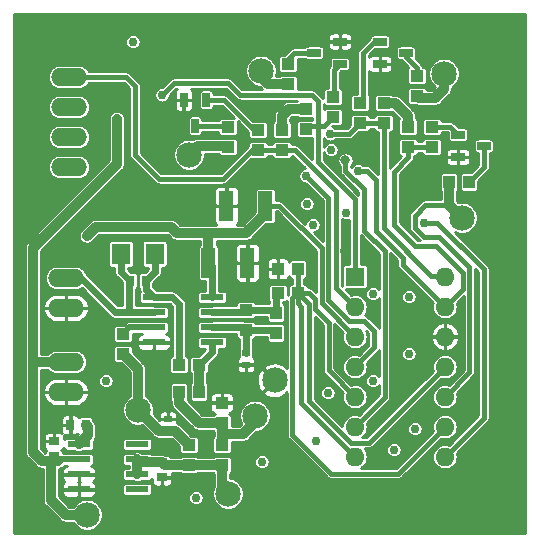
<source format=gbr>
G04 #@! TF.GenerationSoftware,KiCad,Pcbnew,(5.1.2)-2*
G04 #@! TF.CreationDate,2021-11-10T11:30:02-03:00*
G04 #@! TF.ProjectId,PC_V1.2,50435f56-312e-4322-9e6b-696361645f70,rev?*
G04 #@! TF.SameCoordinates,Original*
G04 #@! TF.FileFunction,Copper,L1,Top*
G04 #@! TF.FilePolarity,Positive*
%FSLAX46Y46*%
G04 Gerber Fmt 4.6, Leading zero omitted, Abs format (unit mm)*
G04 Created by KiCad (PCBNEW (5.1.2)-2) date 2021-11-10 11:30:02*
%MOMM*%
%LPD*%
G04 APERTURE LIST*
%ADD10O,1.600000X1.600000*%
%ADD11R,1.600000X1.600000*%
%ADD12R,0.700000X0.900000*%
%ADD13R,1.100000X1.000000*%
%ADD14R,1.000000X1.100000*%
%ADD15R,0.900000X0.700000*%
%ADD16R,1.200000X2.500000*%
%ADD17R,0.700000X0.600000*%
%ADD18R,1.600000X1.803000*%
%ADD19C,0.100000*%
%ADD20C,0.690000*%
%ADD21R,1.981200X0.558800*%
%ADD22C,2.159000*%
%ADD23O,3.048000X1.524000*%
%ADD24C,0.756400*%
%ADD25C,0.800000*%
%ADD26C,0.609600*%
%ADD27C,0.508000*%
%ADD28C,0.812800*%
%ADD29C,0.400000*%
%ADD30C,0.254000*%
%ADD31C,0.406400*%
%ADD32C,0.304800*%
G04 APERTURE END LIST*
D10*
X163320000Y-105250000D03*
X155700000Y-120490000D03*
X163320000Y-107790000D03*
X155700000Y-117950000D03*
X163320000Y-110330000D03*
X155700000Y-115410000D03*
X163320000Y-112870000D03*
X155700000Y-112870000D03*
X163320000Y-115410000D03*
X155700000Y-110330000D03*
X163320000Y-117950000D03*
X155700000Y-107790000D03*
X163320000Y-120490000D03*
D11*
X155700000Y-105250000D03*
D12*
X136685100Y-105600600D03*
X137985100Y-105600600D03*
D13*
X140803100Y-112712600D03*
X142503100Y-112712600D03*
D14*
X149019100Y-110006600D03*
X149019100Y-108306600D03*
D13*
X150885100Y-106616600D03*
X149185100Y-106616600D03*
D15*
X130223100Y-119174600D03*
X130223100Y-120474600D03*
D12*
X131605100Y-117792600D03*
X132905100Y-117792600D03*
D15*
X139367100Y-122252600D03*
X139367100Y-120952600D03*
D16*
X143305100Y-104076600D03*
X146605100Y-104076600D03*
X148129100Y-99250600D03*
X144829100Y-99250600D03*
D13*
X136065100Y-110084600D03*
X136065100Y-111784600D03*
D17*
X139875100Y-118292600D03*
X139875100Y-117292600D03*
D13*
X144955100Y-92558600D03*
X144955100Y-94258600D03*
X149527100Y-92812600D03*
X149527100Y-94512600D03*
X147495100Y-94512600D03*
X147495100Y-92812600D03*
X150035100Y-87224600D03*
X150035100Y-88924600D03*
X151559100Y-91034600D03*
X151559100Y-92734600D03*
X153845100Y-91718600D03*
X153845100Y-90018600D03*
X160957100Y-88240600D03*
X160957100Y-89940600D03*
X158163100Y-90526600D03*
X158163100Y-92226600D03*
X156131100Y-92226600D03*
X156131100Y-90526600D03*
D18*
X138757100Y-103314600D03*
X135913100Y-103314600D03*
D14*
X165363100Y-97218600D03*
X163663100Y-97218600D03*
D13*
X160195100Y-92558600D03*
X160195100Y-94258600D03*
X162227100Y-94258600D03*
X162227100Y-92558600D03*
D14*
X142503100Y-114998600D03*
X140803100Y-114998600D03*
D13*
X146479100Y-108052600D03*
X146479100Y-109752600D03*
D17*
X146479100Y-111704600D03*
X146479100Y-112704600D03*
D14*
X150885100Y-104584600D03*
X149185100Y-104584600D03*
D13*
X141653100Y-121182600D03*
X141653100Y-119482600D03*
X144447100Y-121182600D03*
X144447100Y-119482600D03*
X144447100Y-117626600D03*
X144447100Y-115926600D03*
D19*
G36*
X142428304Y-91872015D02*
G01*
X142436677Y-91873257D01*
X142444887Y-91875314D01*
X142452856Y-91878165D01*
X142460508Y-91881784D01*
X142467768Y-91886136D01*
X142474566Y-91891178D01*
X142480838Y-91896862D01*
X142486522Y-91903134D01*
X142491564Y-91909932D01*
X142495916Y-91917192D01*
X142499535Y-91924844D01*
X142502386Y-91932813D01*
X142504443Y-91941023D01*
X142505685Y-91949396D01*
X142506100Y-91957850D01*
X142506100Y-92995350D01*
X142505685Y-93003804D01*
X142504443Y-93012177D01*
X142502386Y-93020387D01*
X142499535Y-93028356D01*
X142495916Y-93036008D01*
X142491564Y-93043268D01*
X142486522Y-93050066D01*
X142480838Y-93056338D01*
X142474566Y-93062022D01*
X142467768Y-93067064D01*
X142460508Y-93071416D01*
X142452856Y-93075035D01*
X142444887Y-93077886D01*
X142436677Y-93079943D01*
X142428304Y-93081185D01*
X142419850Y-93081600D01*
X141902350Y-93081600D01*
X141893896Y-93081185D01*
X141885523Y-93079943D01*
X141877313Y-93077886D01*
X141869344Y-93075035D01*
X141861692Y-93071416D01*
X141854432Y-93067064D01*
X141847634Y-93062022D01*
X141841362Y-93056338D01*
X141835678Y-93050066D01*
X141830636Y-93043268D01*
X141826284Y-93036008D01*
X141822665Y-93028356D01*
X141819814Y-93020387D01*
X141817757Y-93012177D01*
X141816515Y-93003804D01*
X141816100Y-92995350D01*
X141816100Y-91957850D01*
X141816515Y-91949396D01*
X141817757Y-91941023D01*
X141819814Y-91932813D01*
X141822665Y-91924844D01*
X141826284Y-91917192D01*
X141830636Y-91909932D01*
X141835678Y-91903134D01*
X141841362Y-91896862D01*
X141847634Y-91891178D01*
X141854432Y-91886136D01*
X141861692Y-91881784D01*
X141869344Y-91878165D01*
X141877313Y-91875314D01*
X141885523Y-91873257D01*
X141893896Y-91872015D01*
X141902350Y-91871600D01*
X142419850Y-91871600D01*
X142428304Y-91872015D01*
X142428304Y-91872015D01*
G37*
D20*
X142161100Y-92476600D03*
D19*
G36*
X141478304Y-89672015D02*
G01*
X141486677Y-89673257D01*
X141494887Y-89675314D01*
X141502856Y-89678165D01*
X141510508Y-89681784D01*
X141517768Y-89686136D01*
X141524566Y-89691178D01*
X141530838Y-89696862D01*
X141536522Y-89703134D01*
X141541564Y-89709932D01*
X141545916Y-89717192D01*
X141549535Y-89724844D01*
X141552386Y-89732813D01*
X141554443Y-89741023D01*
X141555685Y-89749396D01*
X141556100Y-89757850D01*
X141556100Y-90795350D01*
X141555685Y-90803804D01*
X141554443Y-90812177D01*
X141552386Y-90820387D01*
X141549535Y-90828356D01*
X141545916Y-90836008D01*
X141541564Y-90843268D01*
X141536522Y-90850066D01*
X141530838Y-90856338D01*
X141524566Y-90862022D01*
X141517768Y-90867064D01*
X141510508Y-90871416D01*
X141502856Y-90875035D01*
X141494887Y-90877886D01*
X141486677Y-90879943D01*
X141478304Y-90881185D01*
X141469850Y-90881600D01*
X140952350Y-90881600D01*
X140943896Y-90881185D01*
X140935523Y-90879943D01*
X140927313Y-90877886D01*
X140919344Y-90875035D01*
X140911692Y-90871416D01*
X140904432Y-90867064D01*
X140897634Y-90862022D01*
X140891362Y-90856338D01*
X140885678Y-90850066D01*
X140880636Y-90843268D01*
X140876284Y-90836008D01*
X140872665Y-90828356D01*
X140869814Y-90820387D01*
X140867757Y-90812177D01*
X140866515Y-90803804D01*
X140866100Y-90795350D01*
X140866100Y-89757850D01*
X140866515Y-89749396D01*
X140867757Y-89741023D01*
X140869814Y-89732813D01*
X140872665Y-89724844D01*
X140876284Y-89717192D01*
X140880636Y-89709932D01*
X140885678Y-89703134D01*
X140891362Y-89696862D01*
X140897634Y-89691178D01*
X140904432Y-89686136D01*
X140911692Y-89681784D01*
X140919344Y-89678165D01*
X140927313Y-89675314D01*
X140935523Y-89673257D01*
X140943896Y-89672015D01*
X140952350Y-89671600D01*
X141469850Y-89671600D01*
X141478304Y-89672015D01*
X141478304Y-89672015D01*
G37*
D20*
X141211100Y-90276600D03*
D19*
G36*
X143378304Y-89672015D02*
G01*
X143386677Y-89673257D01*
X143394887Y-89675314D01*
X143402856Y-89678165D01*
X143410508Y-89681784D01*
X143417768Y-89686136D01*
X143424566Y-89691178D01*
X143430838Y-89696862D01*
X143436522Y-89703134D01*
X143441564Y-89709932D01*
X143445916Y-89717192D01*
X143449535Y-89724844D01*
X143452386Y-89732813D01*
X143454443Y-89741023D01*
X143455685Y-89749396D01*
X143456100Y-89757850D01*
X143456100Y-90795350D01*
X143455685Y-90803804D01*
X143454443Y-90812177D01*
X143452386Y-90820387D01*
X143449535Y-90828356D01*
X143445916Y-90836008D01*
X143441564Y-90843268D01*
X143436522Y-90850066D01*
X143430838Y-90856338D01*
X143424566Y-90862022D01*
X143417768Y-90867064D01*
X143410508Y-90871416D01*
X143402856Y-90875035D01*
X143394887Y-90877886D01*
X143386677Y-90879943D01*
X143378304Y-90881185D01*
X143369850Y-90881600D01*
X142852350Y-90881600D01*
X142843896Y-90881185D01*
X142835523Y-90879943D01*
X142827313Y-90877886D01*
X142819344Y-90875035D01*
X142811692Y-90871416D01*
X142804432Y-90867064D01*
X142797634Y-90862022D01*
X142791362Y-90856338D01*
X142785678Y-90850066D01*
X142780636Y-90843268D01*
X142776284Y-90836008D01*
X142772665Y-90828356D01*
X142769814Y-90820387D01*
X142767757Y-90812177D01*
X142766515Y-90803804D01*
X142766100Y-90795350D01*
X142766100Y-89757850D01*
X142766515Y-89749396D01*
X142767757Y-89741023D01*
X142769814Y-89732813D01*
X142772665Y-89724844D01*
X142776284Y-89717192D01*
X142780636Y-89709932D01*
X142785678Y-89703134D01*
X142791362Y-89696862D01*
X142797634Y-89691178D01*
X142804432Y-89686136D01*
X142811692Y-89681784D01*
X142819344Y-89678165D01*
X142827313Y-89675314D01*
X142835523Y-89673257D01*
X142843896Y-89672015D01*
X142852350Y-89671600D01*
X143369850Y-89671600D01*
X143378304Y-89672015D01*
X143378304Y-89672015D01*
G37*
D20*
X143111100Y-90276600D03*
D19*
G36*
X152764304Y-85952015D02*
G01*
X152772677Y-85953257D01*
X152780887Y-85955314D01*
X152788856Y-85958165D01*
X152796508Y-85961784D01*
X152803768Y-85966136D01*
X152810566Y-85971178D01*
X152816838Y-85976862D01*
X152822522Y-85983134D01*
X152827564Y-85989932D01*
X152831916Y-85997192D01*
X152835535Y-86004844D01*
X152838386Y-86012813D01*
X152840443Y-86021023D01*
X152841685Y-86029396D01*
X152842100Y-86037850D01*
X152842100Y-86555350D01*
X152841685Y-86563804D01*
X152840443Y-86572177D01*
X152838386Y-86580387D01*
X152835535Y-86588356D01*
X152831916Y-86596008D01*
X152827564Y-86603268D01*
X152822522Y-86610066D01*
X152816838Y-86616338D01*
X152810566Y-86622022D01*
X152803768Y-86627064D01*
X152796508Y-86631416D01*
X152788856Y-86635035D01*
X152780887Y-86637886D01*
X152772677Y-86639943D01*
X152764304Y-86641185D01*
X152755850Y-86641600D01*
X151718350Y-86641600D01*
X151709896Y-86641185D01*
X151701523Y-86639943D01*
X151693313Y-86637886D01*
X151685344Y-86635035D01*
X151677692Y-86631416D01*
X151670432Y-86627064D01*
X151663634Y-86622022D01*
X151657362Y-86616338D01*
X151651678Y-86610066D01*
X151646636Y-86603268D01*
X151642284Y-86596008D01*
X151638665Y-86588356D01*
X151635814Y-86580387D01*
X151633757Y-86572177D01*
X151632515Y-86563804D01*
X151632100Y-86555350D01*
X151632100Y-86037850D01*
X151632515Y-86029396D01*
X151633757Y-86021023D01*
X151635814Y-86012813D01*
X151638665Y-86004844D01*
X151642284Y-85997192D01*
X151646636Y-85989932D01*
X151651678Y-85983134D01*
X151657362Y-85976862D01*
X151663634Y-85971178D01*
X151670432Y-85966136D01*
X151677692Y-85961784D01*
X151685344Y-85958165D01*
X151693313Y-85955314D01*
X151701523Y-85953257D01*
X151709896Y-85952015D01*
X151718350Y-85951600D01*
X152755850Y-85951600D01*
X152764304Y-85952015D01*
X152764304Y-85952015D01*
G37*
D20*
X152237100Y-86296600D03*
D19*
G36*
X154964304Y-85002015D02*
G01*
X154972677Y-85003257D01*
X154980887Y-85005314D01*
X154988856Y-85008165D01*
X154996508Y-85011784D01*
X155003768Y-85016136D01*
X155010566Y-85021178D01*
X155016838Y-85026862D01*
X155022522Y-85033134D01*
X155027564Y-85039932D01*
X155031916Y-85047192D01*
X155035535Y-85054844D01*
X155038386Y-85062813D01*
X155040443Y-85071023D01*
X155041685Y-85079396D01*
X155042100Y-85087850D01*
X155042100Y-85605350D01*
X155041685Y-85613804D01*
X155040443Y-85622177D01*
X155038386Y-85630387D01*
X155035535Y-85638356D01*
X155031916Y-85646008D01*
X155027564Y-85653268D01*
X155022522Y-85660066D01*
X155016838Y-85666338D01*
X155010566Y-85672022D01*
X155003768Y-85677064D01*
X154996508Y-85681416D01*
X154988856Y-85685035D01*
X154980887Y-85687886D01*
X154972677Y-85689943D01*
X154964304Y-85691185D01*
X154955850Y-85691600D01*
X153918350Y-85691600D01*
X153909896Y-85691185D01*
X153901523Y-85689943D01*
X153893313Y-85687886D01*
X153885344Y-85685035D01*
X153877692Y-85681416D01*
X153870432Y-85677064D01*
X153863634Y-85672022D01*
X153857362Y-85666338D01*
X153851678Y-85660066D01*
X153846636Y-85653268D01*
X153842284Y-85646008D01*
X153838665Y-85638356D01*
X153835814Y-85630387D01*
X153833757Y-85622177D01*
X153832515Y-85613804D01*
X153832100Y-85605350D01*
X153832100Y-85087850D01*
X153832515Y-85079396D01*
X153833757Y-85071023D01*
X153835814Y-85062813D01*
X153838665Y-85054844D01*
X153842284Y-85047192D01*
X153846636Y-85039932D01*
X153851678Y-85033134D01*
X153857362Y-85026862D01*
X153863634Y-85021178D01*
X153870432Y-85016136D01*
X153877692Y-85011784D01*
X153885344Y-85008165D01*
X153893313Y-85005314D01*
X153901523Y-85003257D01*
X153909896Y-85002015D01*
X153918350Y-85001600D01*
X154955850Y-85001600D01*
X154964304Y-85002015D01*
X154964304Y-85002015D01*
G37*
D20*
X154437100Y-85346600D03*
D19*
G36*
X154964304Y-86902015D02*
G01*
X154972677Y-86903257D01*
X154980887Y-86905314D01*
X154988856Y-86908165D01*
X154996508Y-86911784D01*
X155003768Y-86916136D01*
X155010566Y-86921178D01*
X155016838Y-86926862D01*
X155022522Y-86933134D01*
X155027564Y-86939932D01*
X155031916Y-86947192D01*
X155035535Y-86954844D01*
X155038386Y-86962813D01*
X155040443Y-86971023D01*
X155041685Y-86979396D01*
X155042100Y-86987850D01*
X155042100Y-87505350D01*
X155041685Y-87513804D01*
X155040443Y-87522177D01*
X155038386Y-87530387D01*
X155035535Y-87538356D01*
X155031916Y-87546008D01*
X155027564Y-87553268D01*
X155022522Y-87560066D01*
X155016838Y-87566338D01*
X155010566Y-87572022D01*
X155003768Y-87577064D01*
X154996508Y-87581416D01*
X154988856Y-87585035D01*
X154980887Y-87587886D01*
X154972677Y-87589943D01*
X154964304Y-87591185D01*
X154955850Y-87591600D01*
X153918350Y-87591600D01*
X153909896Y-87591185D01*
X153901523Y-87589943D01*
X153893313Y-87587886D01*
X153885344Y-87585035D01*
X153877692Y-87581416D01*
X153870432Y-87577064D01*
X153863634Y-87572022D01*
X153857362Y-87566338D01*
X153851678Y-87560066D01*
X153846636Y-87553268D01*
X153842284Y-87546008D01*
X153838665Y-87538356D01*
X153835814Y-87530387D01*
X153833757Y-87522177D01*
X153832515Y-87513804D01*
X153832100Y-87505350D01*
X153832100Y-86987850D01*
X153832515Y-86979396D01*
X153833757Y-86971023D01*
X153835814Y-86962813D01*
X153838665Y-86954844D01*
X153842284Y-86947192D01*
X153846636Y-86939932D01*
X153851678Y-86933134D01*
X153857362Y-86926862D01*
X153863634Y-86921178D01*
X153870432Y-86916136D01*
X153877692Y-86911784D01*
X153885344Y-86908165D01*
X153893313Y-86905314D01*
X153901523Y-86903257D01*
X153909896Y-86902015D01*
X153918350Y-86901600D01*
X154955850Y-86901600D01*
X154964304Y-86902015D01*
X154964304Y-86902015D01*
G37*
D20*
X154437100Y-87246600D03*
D19*
G36*
X160552304Y-85952015D02*
G01*
X160560677Y-85953257D01*
X160568887Y-85955314D01*
X160576856Y-85958165D01*
X160584508Y-85961784D01*
X160591768Y-85966136D01*
X160598566Y-85971178D01*
X160604838Y-85976862D01*
X160610522Y-85983134D01*
X160615564Y-85989932D01*
X160619916Y-85997192D01*
X160623535Y-86004844D01*
X160626386Y-86012813D01*
X160628443Y-86021023D01*
X160629685Y-86029396D01*
X160630100Y-86037850D01*
X160630100Y-86555350D01*
X160629685Y-86563804D01*
X160628443Y-86572177D01*
X160626386Y-86580387D01*
X160623535Y-86588356D01*
X160619916Y-86596008D01*
X160615564Y-86603268D01*
X160610522Y-86610066D01*
X160604838Y-86616338D01*
X160598566Y-86622022D01*
X160591768Y-86627064D01*
X160584508Y-86631416D01*
X160576856Y-86635035D01*
X160568887Y-86637886D01*
X160560677Y-86639943D01*
X160552304Y-86641185D01*
X160543850Y-86641600D01*
X159506350Y-86641600D01*
X159497896Y-86641185D01*
X159489523Y-86639943D01*
X159481313Y-86637886D01*
X159473344Y-86635035D01*
X159465692Y-86631416D01*
X159458432Y-86627064D01*
X159451634Y-86622022D01*
X159445362Y-86616338D01*
X159439678Y-86610066D01*
X159434636Y-86603268D01*
X159430284Y-86596008D01*
X159426665Y-86588356D01*
X159423814Y-86580387D01*
X159421757Y-86572177D01*
X159420515Y-86563804D01*
X159420100Y-86555350D01*
X159420100Y-86037850D01*
X159420515Y-86029396D01*
X159421757Y-86021023D01*
X159423814Y-86012813D01*
X159426665Y-86004844D01*
X159430284Y-85997192D01*
X159434636Y-85989932D01*
X159439678Y-85983134D01*
X159445362Y-85976862D01*
X159451634Y-85971178D01*
X159458432Y-85966136D01*
X159465692Y-85961784D01*
X159473344Y-85958165D01*
X159481313Y-85955314D01*
X159489523Y-85953257D01*
X159497896Y-85952015D01*
X159506350Y-85951600D01*
X160543850Y-85951600D01*
X160552304Y-85952015D01*
X160552304Y-85952015D01*
G37*
D20*
X160025100Y-86296600D03*
D19*
G36*
X158352304Y-86902015D02*
G01*
X158360677Y-86903257D01*
X158368887Y-86905314D01*
X158376856Y-86908165D01*
X158384508Y-86911784D01*
X158391768Y-86916136D01*
X158398566Y-86921178D01*
X158404838Y-86926862D01*
X158410522Y-86933134D01*
X158415564Y-86939932D01*
X158419916Y-86947192D01*
X158423535Y-86954844D01*
X158426386Y-86962813D01*
X158428443Y-86971023D01*
X158429685Y-86979396D01*
X158430100Y-86987850D01*
X158430100Y-87505350D01*
X158429685Y-87513804D01*
X158428443Y-87522177D01*
X158426386Y-87530387D01*
X158423535Y-87538356D01*
X158419916Y-87546008D01*
X158415564Y-87553268D01*
X158410522Y-87560066D01*
X158404838Y-87566338D01*
X158398566Y-87572022D01*
X158391768Y-87577064D01*
X158384508Y-87581416D01*
X158376856Y-87585035D01*
X158368887Y-87587886D01*
X158360677Y-87589943D01*
X158352304Y-87591185D01*
X158343850Y-87591600D01*
X157306350Y-87591600D01*
X157297896Y-87591185D01*
X157289523Y-87589943D01*
X157281313Y-87587886D01*
X157273344Y-87585035D01*
X157265692Y-87581416D01*
X157258432Y-87577064D01*
X157251634Y-87572022D01*
X157245362Y-87566338D01*
X157239678Y-87560066D01*
X157234636Y-87553268D01*
X157230284Y-87546008D01*
X157226665Y-87538356D01*
X157223814Y-87530387D01*
X157221757Y-87522177D01*
X157220515Y-87513804D01*
X157220100Y-87505350D01*
X157220100Y-86987850D01*
X157220515Y-86979396D01*
X157221757Y-86971023D01*
X157223814Y-86962813D01*
X157226665Y-86954844D01*
X157230284Y-86947192D01*
X157234636Y-86939932D01*
X157239678Y-86933134D01*
X157245362Y-86926862D01*
X157251634Y-86921178D01*
X157258432Y-86916136D01*
X157265692Y-86911784D01*
X157273344Y-86908165D01*
X157281313Y-86905314D01*
X157289523Y-86903257D01*
X157297896Y-86902015D01*
X157306350Y-86901600D01*
X158343850Y-86901600D01*
X158352304Y-86902015D01*
X158352304Y-86902015D01*
G37*
D20*
X157825100Y-87246600D03*
D19*
G36*
X158352304Y-85002015D02*
G01*
X158360677Y-85003257D01*
X158368887Y-85005314D01*
X158376856Y-85008165D01*
X158384508Y-85011784D01*
X158391768Y-85016136D01*
X158398566Y-85021178D01*
X158404838Y-85026862D01*
X158410522Y-85033134D01*
X158415564Y-85039932D01*
X158419916Y-85047192D01*
X158423535Y-85054844D01*
X158426386Y-85062813D01*
X158428443Y-85071023D01*
X158429685Y-85079396D01*
X158430100Y-85087850D01*
X158430100Y-85605350D01*
X158429685Y-85613804D01*
X158428443Y-85622177D01*
X158426386Y-85630387D01*
X158423535Y-85638356D01*
X158419916Y-85646008D01*
X158415564Y-85653268D01*
X158410522Y-85660066D01*
X158404838Y-85666338D01*
X158398566Y-85672022D01*
X158391768Y-85677064D01*
X158384508Y-85681416D01*
X158376856Y-85685035D01*
X158368887Y-85687886D01*
X158360677Y-85689943D01*
X158352304Y-85691185D01*
X158343850Y-85691600D01*
X157306350Y-85691600D01*
X157297896Y-85691185D01*
X157289523Y-85689943D01*
X157281313Y-85687886D01*
X157273344Y-85685035D01*
X157265692Y-85681416D01*
X157258432Y-85677064D01*
X157251634Y-85672022D01*
X157245362Y-85666338D01*
X157239678Y-85660066D01*
X157234636Y-85653268D01*
X157230284Y-85646008D01*
X157226665Y-85638356D01*
X157223814Y-85630387D01*
X157221757Y-85622177D01*
X157220515Y-85613804D01*
X157220100Y-85605350D01*
X157220100Y-85087850D01*
X157220515Y-85079396D01*
X157221757Y-85071023D01*
X157223814Y-85062813D01*
X157226665Y-85054844D01*
X157230284Y-85047192D01*
X157234636Y-85039932D01*
X157239678Y-85033134D01*
X157245362Y-85026862D01*
X157251634Y-85021178D01*
X157258432Y-85016136D01*
X157265692Y-85011784D01*
X157273344Y-85008165D01*
X157281313Y-85005314D01*
X157289523Y-85003257D01*
X157297896Y-85002015D01*
X157306350Y-85001600D01*
X158343850Y-85001600D01*
X158352304Y-85002015D01*
X158352304Y-85002015D01*
G37*
D20*
X157825100Y-85346600D03*
D19*
G36*
X167156304Y-93826015D02*
G01*
X167164677Y-93827257D01*
X167172887Y-93829314D01*
X167180856Y-93832165D01*
X167188508Y-93835784D01*
X167195768Y-93840136D01*
X167202566Y-93845178D01*
X167208838Y-93850862D01*
X167214522Y-93857134D01*
X167219564Y-93863932D01*
X167223916Y-93871192D01*
X167227535Y-93878844D01*
X167230386Y-93886813D01*
X167232443Y-93895023D01*
X167233685Y-93903396D01*
X167234100Y-93911850D01*
X167234100Y-94429350D01*
X167233685Y-94437804D01*
X167232443Y-94446177D01*
X167230386Y-94454387D01*
X167227535Y-94462356D01*
X167223916Y-94470008D01*
X167219564Y-94477268D01*
X167214522Y-94484066D01*
X167208838Y-94490338D01*
X167202566Y-94496022D01*
X167195768Y-94501064D01*
X167188508Y-94505416D01*
X167180856Y-94509035D01*
X167172887Y-94511886D01*
X167164677Y-94513943D01*
X167156304Y-94515185D01*
X167147850Y-94515600D01*
X166110350Y-94515600D01*
X166101896Y-94515185D01*
X166093523Y-94513943D01*
X166085313Y-94511886D01*
X166077344Y-94509035D01*
X166069692Y-94505416D01*
X166062432Y-94501064D01*
X166055634Y-94496022D01*
X166049362Y-94490338D01*
X166043678Y-94484066D01*
X166038636Y-94477268D01*
X166034284Y-94470008D01*
X166030665Y-94462356D01*
X166027814Y-94454387D01*
X166025757Y-94446177D01*
X166024515Y-94437804D01*
X166024100Y-94429350D01*
X166024100Y-93911850D01*
X166024515Y-93903396D01*
X166025757Y-93895023D01*
X166027814Y-93886813D01*
X166030665Y-93878844D01*
X166034284Y-93871192D01*
X166038636Y-93863932D01*
X166043678Y-93857134D01*
X166049362Y-93850862D01*
X166055634Y-93845178D01*
X166062432Y-93840136D01*
X166069692Y-93835784D01*
X166077344Y-93832165D01*
X166085313Y-93829314D01*
X166093523Y-93827257D01*
X166101896Y-93826015D01*
X166110350Y-93825600D01*
X167147850Y-93825600D01*
X167156304Y-93826015D01*
X167156304Y-93826015D01*
G37*
D20*
X166629100Y-94170600D03*
D19*
G36*
X164956304Y-94776015D02*
G01*
X164964677Y-94777257D01*
X164972887Y-94779314D01*
X164980856Y-94782165D01*
X164988508Y-94785784D01*
X164995768Y-94790136D01*
X165002566Y-94795178D01*
X165008838Y-94800862D01*
X165014522Y-94807134D01*
X165019564Y-94813932D01*
X165023916Y-94821192D01*
X165027535Y-94828844D01*
X165030386Y-94836813D01*
X165032443Y-94845023D01*
X165033685Y-94853396D01*
X165034100Y-94861850D01*
X165034100Y-95379350D01*
X165033685Y-95387804D01*
X165032443Y-95396177D01*
X165030386Y-95404387D01*
X165027535Y-95412356D01*
X165023916Y-95420008D01*
X165019564Y-95427268D01*
X165014522Y-95434066D01*
X165008838Y-95440338D01*
X165002566Y-95446022D01*
X164995768Y-95451064D01*
X164988508Y-95455416D01*
X164980856Y-95459035D01*
X164972887Y-95461886D01*
X164964677Y-95463943D01*
X164956304Y-95465185D01*
X164947850Y-95465600D01*
X163910350Y-95465600D01*
X163901896Y-95465185D01*
X163893523Y-95463943D01*
X163885313Y-95461886D01*
X163877344Y-95459035D01*
X163869692Y-95455416D01*
X163862432Y-95451064D01*
X163855634Y-95446022D01*
X163849362Y-95440338D01*
X163843678Y-95434066D01*
X163838636Y-95427268D01*
X163834284Y-95420008D01*
X163830665Y-95412356D01*
X163827814Y-95404387D01*
X163825757Y-95396177D01*
X163824515Y-95387804D01*
X163824100Y-95379350D01*
X163824100Y-94861850D01*
X163824515Y-94853396D01*
X163825757Y-94845023D01*
X163827814Y-94836813D01*
X163830665Y-94828844D01*
X163834284Y-94821192D01*
X163838636Y-94813932D01*
X163843678Y-94807134D01*
X163849362Y-94800862D01*
X163855634Y-94795178D01*
X163862432Y-94790136D01*
X163869692Y-94785784D01*
X163877344Y-94782165D01*
X163885313Y-94779314D01*
X163893523Y-94777257D01*
X163901896Y-94776015D01*
X163910350Y-94775600D01*
X164947850Y-94775600D01*
X164956304Y-94776015D01*
X164956304Y-94776015D01*
G37*
D20*
X164429100Y-95120600D03*
D19*
G36*
X164956304Y-92876015D02*
G01*
X164964677Y-92877257D01*
X164972887Y-92879314D01*
X164980856Y-92882165D01*
X164988508Y-92885784D01*
X164995768Y-92890136D01*
X165002566Y-92895178D01*
X165008838Y-92900862D01*
X165014522Y-92907134D01*
X165019564Y-92913932D01*
X165023916Y-92921192D01*
X165027535Y-92928844D01*
X165030386Y-92936813D01*
X165032443Y-92945023D01*
X165033685Y-92953396D01*
X165034100Y-92961850D01*
X165034100Y-93479350D01*
X165033685Y-93487804D01*
X165032443Y-93496177D01*
X165030386Y-93504387D01*
X165027535Y-93512356D01*
X165023916Y-93520008D01*
X165019564Y-93527268D01*
X165014522Y-93534066D01*
X165008838Y-93540338D01*
X165002566Y-93546022D01*
X164995768Y-93551064D01*
X164988508Y-93555416D01*
X164980856Y-93559035D01*
X164972887Y-93561886D01*
X164964677Y-93563943D01*
X164956304Y-93565185D01*
X164947850Y-93565600D01*
X163910350Y-93565600D01*
X163901896Y-93565185D01*
X163893523Y-93563943D01*
X163885313Y-93561886D01*
X163877344Y-93559035D01*
X163869692Y-93555416D01*
X163862432Y-93551064D01*
X163855634Y-93546022D01*
X163849362Y-93540338D01*
X163843678Y-93534066D01*
X163838636Y-93527268D01*
X163834284Y-93520008D01*
X163830665Y-93512356D01*
X163827814Y-93504387D01*
X163825757Y-93496177D01*
X163824515Y-93487804D01*
X163824100Y-93479350D01*
X163824100Y-92961850D01*
X163824515Y-92953396D01*
X163825757Y-92945023D01*
X163827814Y-92936813D01*
X163830665Y-92928844D01*
X163834284Y-92921192D01*
X163838636Y-92913932D01*
X163843678Y-92907134D01*
X163849362Y-92900862D01*
X163855634Y-92895178D01*
X163862432Y-92890136D01*
X163869692Y-92885784D01*
X163877344Y-92882165D01*
X163885313Y-92879314D01*
X163893523Y-92877257D01*
X163901896Y-92876015D01*
X163910350Y-92875600D01*
X164947850Y-92875600D01*
X164956304Y-92876015D01*
X164956304Y-92876015D01*
G37*
D20*
X164429100Y-93220600D03*
D21*
X143608900Y-106997600D03*
X143608900Y-108267600D03*
X143608900Y-109537600D03*
X143608900Y-110807600D03*
X138681300Y-110807600D03*
X138681300Y-109537600D03*
X138681300Y-108267600D03*
X138681300Y-106997600D03*
X137258900Y-119443600D03*
X137258900Y-120713600D03*
X137258900Y-121983600D03*
X137258900Y-123253600D03*
X132331300Y-123253600D03*
X132331300Y-121983600D03*
X132331300Y-120713600D03*
X132331300Y-119443600D03*
D22*
X137335100Y-116522600D03*
X147241100Y-117030600D03*
X141653100Y-94932600D03*
X147749100Y-87820600D03*
X163243100Y-88074600D03*
X164767100Y-100266600D03*
X144955100Y-123634600D03*
X133017100Y-125412600D03*
D23*
X131239100Y-112458600D03*
X131239100Y-114998600D03*
X131239100Y-105346600D03*
X131239100Y-107886600D03*
X131493100Y-88328600D03*
X131493100Y-90868600D03*
X131493100Y-93408600D03*
X131493100Y-95948600D03*
D22*
X148900000Y-114025000D03*
D24*
X160274000Y-111760000D03*
X160274000Y-106934000D03*
X160782000Y-118110000D03*
X159004000Y-119888000D03*
X152400000Y-119126000D03*
X153416000Y-115062000D03*
X147828000Y-120904000D03*
X154940000Y-99822000D03*
X153670000Y-94488000D03*
X152146000Y-100838000D03*
X151638000Y-99060000D03*
X157226000Y-106680000D03*
X157226000Y-114046000D03*
X142240000Y-123952000D03*
X134620000Y-114046000D03*
X136906000Y-85344000D03*
X159433100Y-90868600D03*
X150035100Y-91122600D03*
X135557100Y-91884600D03*
X133017100Y-101790600D03*
X141653100Y-87312600D03*
X166037100Y-98742600D03*
X159179100Y-88836600D03*
X143431100Y-85280600D03*
X128953100Y-99250600D03*
X167815100Y-89852600D03*
X167053100Y-88582600D03*
X139621100Y-98488600D03*
X162227100Y-95694600D03*
X161211100Y-95694600D03*
X164005100Y-91122600D03*
X164513100Y-90106600D03*
X158925100Y-93408600D03*
X151305100Y-93916600D03*
X139621100Y-94170600D03*
X128191100Y-122872600D03*
X128191100Y-125412600D03*
X139113100Y-125412600D03*
X146225100Y-93916600D03*
X144701100Y-113474600D03*
X145463100Y-106362600D03*
X141145100Y-103822600D03*
X141653100Y-107124600D03*
X141907100Y-110172600D03*
X139113100Y-113220600D03*
X131239100Y-110172600D03*
X146225100Y-88836600D03*
X135049100Y-117030600D03*
X155369100Y-88328600D03*
X163497100Y-94170600D03*
X149019100Y-102806600D03*
X160274000Y-109474000D03*
X127683100Y-100520600D03*
X127429100Y-105092600D03*
X127429100Y-109918600D03*
X133017100Y-110172600D03*
X131239100Y-103568600D03*
X132509100Y-103568600D03*
X135049100Y-105854600D03*
X134795100Y-100012600D03*
X127429100Y-112712600D03*
X127429100Y-117030600D03*
X131239100Y-116522600D03*
X135049100Y-126428600D03*
X134955610Y-120840600D03*
X162456090Y-125237010D03*
X157129236Y-125237010D03*
X148003100Y-125237010D03*
X168437010Y-114973317D03*
X168437010Y-118250000D03*
X168437010Y-104330600D03*
X152146000Y-123190000D03*
X150157907Y-98519990D03*
X154820610Y-103060600D03*
X149220000Y-111600000D03*
X149040000Y-119150000D03*
X152620000Y-111510000D03*
X156972000Y-103124000D03*
X155877100Y-94296789D03*
X166370000Y-101854000D03*
X160274000Y-99060000D03*
X151559100Y-96710600D03*
D25*
X154905100Y-95396600D03*
D24*
X161512610Y-100687381D03*
X139367100Y-89852600D03*
X153591100Y-93154600D03*
X155956004Y-96266000D03*
D26*
X130589075Y-120840600D02*
X130223100Y-120474600D01*
X143608900Y-106997600D02*
X143608900Y-104380400D01*
D27*
X143608900Y-104380400D02*
X143305100Y-104076600D01*
D28*
X148129100Y-99250600D02*
X148003100Y-99376600D01*
X148003100Y-99376600D02*
X148003100Y-100012600D01*
X148003100Y-100012600D02*
X146479100Y-101536600D01*
X146479100Y-101536600D02*
X143431100Y-101536600D01*
X140637100Y-101536600D02*
X143431100Y-101536600D01*
D27*
X143431100Y-101536600D02*
X143305100Y-101662600D01*
D28*
X143305100Y-101662600D02*
X143305100Y-104076600D01*
X158163100Y-90526600D02*
X159091100Y-90526600D01*
X159091100Y-90526600D02*
X159433100Y-90868600D01*
X159433100Y-90868600D02*
X160195100Y-91630600D01*
X160195100Y-91630600D02*
X160195100Y-92558600D01*
X150035100Y-91122600D02*
X150123100Y-91034600D01*
X151559100Y-91034600D02*
X150123100Y-91034600D01*
X149527100Y-92812600D02*
X149527100Y-91630600D01*
X149527100Y-91630600D02*
X150035100Y-91122600D01*
X133017100Y-125412600D02*
X131239100Y-125412600D01*
X131239100Y-125412600D02*
X129969100Y-124142600D01*
X131239100Y-112458600D02*
X128445100Y-112458600D01*
X135557100Y-91884600D02*
X135557100Y-95694600D01*
X128445100Y-102806600D02*
X128445100Y-112458600D01*
X135557100Y-95694600D02*
X128445100Y-102806600D01*
X133017100Y-101790600D02*
X133779100Y-101028600D01*
X133779100Y-101028600D02*
X140129100Y-101028600D01*
X140129100Y-101028600D02*
X140637100Y-101536600D01*
X128445100Y-120078600D02*
X129207100Y-120840600D01*
X129207100Y-120840600D02*
X130111106Y-120840600D01*
X130111106Y-120840600D02*
X130589075Y-120840600D01*
X128445100Y-112458600D02*
X128445100Y-120078600D01*
X129969100Y-124142600D02*
X129969100Y-120982607D01*
X129969100Y-120982607D02*
X130111106Y-120840600D01*
D27*
X132331300Y-120713600D02*
X132316300Y-120728600D01*
X132316300Y-120728600D02*
X130477100Y-120728600D01*
X130477100Y-120728600D02*
X130223100Y-120474600D01*
D29*
X149288600Y-99250600D02*
X148129100Y-99250600D01*
X152886661Y-102848661D02*
X149288600Y-99250600D01*
X155700000Y-110330000D02*
X152886661Y-107516661D01*
X152886661Y-107516661D02*
X152886661Y-102848661D01*
D26*
X143608900Y-108267600D02*
X146264100Y-108267600D01*
D30*
X146264100Y-108267600D02*
X146479100Y-108052600D01*
D26*
X148765100Y-108052600D02*
X146479100Y-108052600D01*
X148765100Y-108052600D02*
X149019100Y-108306600D01*
X149019100Y-108306600D02*
X149019100Y-106782600D01*
D30*
X149019100Y-106782600D02*
X149185100Y-106616600D01*
D26*
X146264100Y-109537600D02*
X143608900Y-109537600D01*
X146264100Y-109537600D02*
X146479100Y-109752600D01*
X148765100Y-109752600D02*
X146479100Y-109752600D01*
X148765100Y-109752600D02*
X149019100Y-110006600D01*
X146479100Y-109752600D02*
X146479100Y-111704600D01*
D28*
X142503100Y-112712600D02*
X142503100Y-114998600D01*
D26*
X142503100Y-112712600D02*
X143608900Y-111606800D01*
X143608900Y-111606800D02*
X143608900Y-110807600D01*
D27*
X138681300Y-109537600D02*
X136612100Y-109537600D01*
X136612100Y-109537600D02*
X136065100Y-110084600D01*
D26*
X135913100Y-103314600D02*
X135913100Y-104828600D01*
X135913100Y-104828600D02*
X136685100Y-105600600D01*
X135430100Y-108267600D02*
X132382100Y-105219600D01*
X132382100Y-105219600D02*
X131366100Y-105219600D01*
X131366100Y-105219600D02*
X131239100Y-105346600D01*
X138681300Y-108267600D02*
X136573100Y-108267600D01*
X136573100Y-108267600D02*
X135430100Y-108267600D01*
X136685100Y-105600600D02*
X136573100Y-105712600D01*
X136573100Y-105712600D02*
X136573100Y-108267600D01*
X138757100Y-103314600D02*
X138757100Y-104828600D01*
X138757100Y-104828600D02*
X138041100Y-105544600D01*
D30*
X138041100Y-105544600D02*
X137985100Y-105600600D01*
D26*
X138681300Y-106997600D02*
X138041100Y-106357400D01*
X138041100Y-106357400D02*
X138041100Y-105544600D01*
X138681300Y-106997600D02*
X140256100Y-106997600D01*
X140803100Y-107544600D02*
X140803100Y-112712600D01*
X140256100Y-106997600D02*
X140803100Y-107544600D01*
D28*
X139875100Y-118292600D02*
X140463100Y-118292600D01*
X140463100Y-118292600D02*
X141653100Y-119482600D01*
X139875100Y-118292600D02*
X139105100Y-118292600D01*
X139105100Y-118292600D02*
X137335100Y-116522600D01*
X136065100Y-111784600D02*
X137335100Y-113054600D01*
X137335100Y-113054600D02*
X137335100Y-116522600D01*
X144447100Y-117626600D02*
X144447100Y-118554600D01*
X144447100Y-118554600D02*
X144447100Y-119482600D01*
X147241100Y-117030600D02*
X147241100Y-117538600D01*
X147241100Y-117538600D02*
X146225100Y-118554600D01*
X146225100Y-118554600D02*
X144447100Y-118554600D01*
X140803100Y-114998600D02*
X140803100Y-115926600D01*
X142503100Y-117626600D02*
X144447100Y-117626600D01*
X140803100Y-115926600D02*
X142503100Y-117626600D01*
D31*
X150885100Y-104584600D02*
X150885100Y-106616600D01*
X150885100Y-104584600D02*
X150968100Y-104501600D01*
X150885100Y-104838600D02*
X150885100Y-104584600D01*
D29*
X150885100Y-107516600D02*
X150885100Y-106616600D01*
X151180000Y-107811500D02*
X150885100Y-107516600D01*
X155700000Y-120490000D02*
X151180000Y-115970000D01*
X151180000Y-115970000D02*
X151180000Y-107811500D01*
X150410000Y-107091700D02*
X150885100Y-106616600D01*
X150410000Y-118640000D02*
X150410000Y-107091700D01*
X153690000Y-121920000D02*
X150410000Y-118640000D01*
X163320000Y-117950000D02*
X159350000Y-121920000D01*
X159350000Y-121920000D02*
X153690000Y-121920000D01*
X156880000Y-119310000D02*
X163320000Y-112870000D01*
X155354446Y-119310000D02*
X156880000Y-119310000D01*
X151830000Y-115785554D02*
X155354446Y-119310000D01*
X150885100Y-106616600D02*
X151830000Y-107561500D01*
X151830000Y-107561500D02*
X151830000Y-115785554D01*
X152334250Y-107122250D02*
X151828600Y-106616600D01*
X151828600Y-106616600D02*
X150885100Y-106616600D01*
X152334250Y-108015750D02*
X152334250Y-107122250D01*
X153480000Y-109161500D02*
X152334250Y-108015750D01*
X153480000Y-113190000D02*
X153480000Y-109161500D01*
X155700000Y-115410000D02*
X153480000Y-113190000D01*
D28*
X137258900Y-120713600D02*
X137258900Y-121983600D01*
D30*
X137258900Y-120713600D02*
X137497900Y-120952600D01*
D28*
X137497900Y-120952600D02*
X139367100Y-120952600D01*
X139367100Y-120952600D02*
X139597100Y-121182600D01*
X139597100Y-121182600D02*
X141653100Y-121182600D01*
X141653100Y-121182600D02*
X144447100Y-121182600D01*
X144955100Y-123634600D02*
X144447100Y-123126600D01*
X144447100Y-123126600D02*
X144447100Y-121182600D01*
X132905100Y-117792600D02*
X133093300Y-117980800D01*
X133093300Y-117980800D02*
X133093300Y-118681600D01*
X133093300Y-118681600D02*
X132331300Y-119443600D01*
X141653100Y-94932600D02*
X142415100Y-94170600D01*
D27*
X144955100Y-94258600D02*
X144867100Y-94170600D01*
D28*
X144867100Y-94170600D02*
X142415100Y-94170600D01*
D29*
X157330000Y-111240000D02*
X156499999Y-112070001D01*
X153439072Y-98590572D02*
X153439072Y-107234626D01*
X153439072Y-107234626D02*
X155174446Y-108970000D01*
X156499999Y-112070001D02*
X155700000Y-112870000D01*
X155174446Y-108970000D02*
X156480000Y-108970000D01*
X151559100Y-96710600D02*
X153439072Y-98590572D01*
X156480000Y-108970000D02*
X157330000Y-109820000D01*
X157330000Y-109820000D02*
X157330000Y-111240000D01*
D28*
X147749100Y-87820600D02*
X147749100Y-88328600D01*
X147749100Y-88328600D02*
X148345100Y-88924600D01*
X148345100Y-88924600D02*
X150035100Y-88924600D01*
D29*
X154905100Y-95962285D02*
X154905100Y-95396600D01*
X158230000Y-115420000D02*
X158230000Y-103112000D01*
X155700000Y-117950000D02*
X158230000Y-115420000D01*
X158230000Y-103112000D02*
X156464000Y-101346000D01*
X156464000Y-97855292D02*
X154905100Y-96296392D01*
X156464000Y-101346000D02*
X156464000Y-97855292D01*
X154905100Y-96296392D02*
X154905100Y-95962285D01*
D28*
X163243100Y-88074600D02*
X163243100Y-89344600D01*
X163243100Y-89344600D02*
X162481100Y-90106600D01*
X162481100Y-90106600D02*
X161123100Y-90106600D01*
X161123100Y-90106600D02*
X160957100Y-89940600D01*
D29*
X162047465Y-100687381D02*
X161512610Y-100687381D01*
X166624000Y-117186000D02*
X166624000Y-104628774D01*
X162682607Y-100687381D02*
X162047465Y-100687381D01*
X166624000Y-104628774D02*
X162682607Y-100687381D01*
X163320000Y-120490000D02*
X166624000Y-117186000D01*
D28*
X164767100Y-100266600D02*
X163663100Y-99162600D01*
X163663100Y-99162600D02*
X163663100Y-97218600D01*
D29*
X161670899Y-99187101D02*
X163687601Y-99187101D01*
X160782000Y-101092000D02*
X160782000Y-100076000D01*
X163687601Y-99187101D02*
X164767100Y-100266600D01*
X160782000Y-100076000D02*
X161670899Y-99187101D01*
X165398410Y-113331590D02*
X165398410Y-104438410D01*
X161544000Y-101854000D02*
X160782000Y-101092000D01*
X163320000Y-115410000D02*
X165398410Y-113331590D01*
X165398410Y-104438410D02*
X162814000Y-101854000D01*
X162814000Y-101854000D02*
X161544000Y-101854000D01*
D31*
X144873100Y-92476600D02*
X142161100Y-92476600D01*
D30*
X144873100Y-92476600D02*
X144955100Y-92558600D01*
D31*
X147495100Y-94512600D02*
X149527100Y-94512600D01*
X147495100Y-94512600D02*
X146987100Y-94512600D01*
X146987100Y-94512600D02*
X144535100Y-96964600D01*
X144535100Y-96964600D02*
X139113100Y-96964600D01*
X139113100Y-96964600D02*
X137081100Y-94932600D01*
X137081100Y-94932600D02*
X137081100Y-89090600D01*
X137081100Y-89090600D02*
X136319100Y-88328600D01*
X136319100Y-88328600D02*
X131493100Y-88328600D01*
D29*
X150612600Y-94512600D02*
X149527100Y-94512600D01*
X154090000Y-97990000D02*
X150612600Y-94512600D01*
X154090000Y-106180000D02*
X154090000Y-97990000D01*
X155700000Y-107790000D02*
X154090000Y-106180000D01*
D32*
X147495100Y-92812600D02*
X147171100Y-92812600D01*
D31*
X147171100Y-92812600D02*
X144635100Y-90276600D01*
X143111100Y-90276600D02*
X144635100Y-90276600D01*
X150035100Y-87224600D02*
X150035100Y-86804600D01*
X150035100Y-86804600D02*
X150543100Y-86296600D01*
X150543100Y-86296600D02*
X152237100Y-86296600D01*
X153083100Y-92480600D02*
X152575100Y-92480600D01*
X152575100Y-92480600D02*
X151813100Y-92480600D01*
D32*
X151813100Y-92480600D02*
X151559100Y-92734600D01*
D31*
X153845100Y-91718600D02*
X153083100Y-92480600D01*
X152575100Y-92480600D02*
X152575100Y-90360600D01*
X145971100Y-89852600D02*
X144955100Y-88836600D01*
X144955100Y-88836600D02*
X140383100Y-88836600D01*
X140383100Y-88836600D02*
X139367100Y-89852600D01*
X152575100Y-90360600D02*
X152067100Y-89852600D01*
X152067100Y-89852600D02*
X145971100Y-89852600D01*
D29*
X152575100Y-95566512D02*
X152575100Y-92480600D01*
X155700000Y-98691412D02*
X152575100Y-95566512D01*
X155700000Y-105250000D02*
X155700000Y-98691412D01*
D31*
X154437100Y-87246600D02*
X153929100Y-87754600D01*
X153929100Y-87754600D02*
X153929100Y-89934600D01*
D30*
X153929100Y-89934600D02*
X153845100Y-90018600D01*
D31*
X160025100Y-86296600D02*
X160025100Y-86634600D01*
X160957100Y-87566600D02*
X160025100Y-86634600D01*
X160957100Y-87566600D02*
X160957100Y-88240600D01*
X158163100Y-92226600D02*
X156131100Y-92226600D01*
D29*
X158163100Y-93126600D02*
X158163100Y-92226600D01*
X158163100Y-101140100D02*
X158163100Y-93126600D01*
X162179000Y-105156000D02*
X158163100Y-101140100D01*
X163320000Y-105250000D02*
X163226000Y-105156000D01*
X163226000Y-105156000D02*
X162179000Y-105156000D01*
X155203100Y-93154600D02*
X153591100Y-93154600D01*
X156131100Y-92226600D02*
X155203100Y-93154600D01*
D31*
X157825100Y-85346600D02*
X157335100Y-85346600D01*
X157335100Y-85346600D02*
X156385100Y-86296600D01*
X156385100Y-86296600D02*
X156385100Y-90272600D01*
X156385100Y-90272600D02*
X156131100Y-90526600D01*
X166629100Y-94170600D02*
X166629100Y-95952600D01*
X166629100Y-95952600D02*
X165363100Y-97218600D01*
X160195100Y-94258600D02*
X162227100Y-94258600D01*
D32*
X160195100Y-94258600D02*
X160195100Y-94678600D01*
D29*
X156718001Y-96266000D02*
X155956004Y-96266000D01*
X157480000Y-97027999D02*
X156718001Y-96266000D01*
X157480000Y-101346000D02*
X157480000Y-97027999D01*
X159766000Y-103632000D02*
X157480000Y-101346000D01*
X163320000Y-107790000D02*
X159766000Y-104236000D01*
X159766000Y-104236000D02*
X159766000Y-103632000D01*
X163320000Y-107790000D02*
X164846000Y-106264000D01*
X164846000Y-106264000D02*
X164846000Y-104902000D01*
X159004000Y-100843293D02*
X159004000Y-96349700D01*
X160821118Y-102660411D02*
X159004000Y-100843293D01*
X160195100Y-95158600D02*
X160195100Y-94258600D01*
X159004000Y-96349700D02*
X160195100Y-95158600D01*
X162604411Y-102660411D02*
X160821118Y-102660411D01*
X164846000Y-104902000D02*
X162604411Y-102660411D01*
D31*
X162227100Y-92558600D02*
X163767100Y-92558600D01*
X163767100Y-92558600D02*
X164429100Y-93220600D01*
D30*
G36*
X170133099Y-126988599D02*
G01*
X126869101Y-126988599D01*
X126869101Y-112458600D01*
X127755982Y-112458600D01*
X127759300Y-112492289D01*
X127759301Y-120044911D01*
X127755983Y-120078600D01*
X127769224Y-120213040D01*
X127808439Y-120342314D01*
X127872120Y-120461453D01*
X127925604Y-120526623D01*
X127957821Y-120565880D01*
X127983986Y-120587353D01*
X128698342Y-121301709D01*
X128719820Y-121327880D01*
X128824247Y-121413581D01*
X128943386Y-121477262D01*
X129072660Y-121516477D01*
X129173411Y-121526400D01*
X129173414Y-121526400D01*
X129207100Y-121529718D01*
X129240786Y-121526400D01*
X129283301Y-121526400D01*
X129283300Y-124108921D01*
X129279983Y-124142600D01*
X129283300Y-124176279D01*
X129283300Y-124176288D01*
X129293223Y-124277039D01*
X129332438Y-124406313D01*
X129396119Y-124525452D01*
X129481820Y-124629879D01*
X129507986Y-124651354D01*
X130730347Y-125873714D01*
X130751820Y-125899880D01*
X130856247Y-125985581D01*
X130975386Y-126049262D01*
X131104660Y-126088477D01*
X131205411Y-126098400D01*
X131205420Y-126098400D01*
X131239099Y-126101717D01*
X131272778Y-126098400D01*
X131841003Y-126098400D01*
X131961574Y-126278848D01*
X132150852Y-126468126D01*
X132373420Y-126616841D01*
X132620724Y-126719278D01*
X132883260Y-126771500D01*
X133150940Y-126771500D01*
X133413476Y-126719278D01*
X133660780Y-126616841D01*
X133883348Y-126468126D01*
X134072626Y-126278848D01*
X134221341Y-126056280D01*
X134323778Y-125808976D01*
X134376000Y-125546440D01*
X134376000Y-125278760D01*
X134323778Y-125016224D01*
X134221341Y-124768920D01*
X134072626Y-124546352D01*
X133883348Y-124357074D01*
X133660780Y-124208359D01*
X133413476Y-124105922D01*
X133150940Y-124053700D01*
X132883260Y-124053700D01*
X132620724Y-124105922D01*
X132373420Y-124208359D01*
X132150852Y-124357074D01*
X131961574Y-124546352D01*
X131841003Y-124726800D01*
X131523168Y-124726800D01*
X130654900Y-123858533D01*
X130654900Y-123533000D01*
X130907615Y-123533000D01*
X130915937Y-123617491D01*
X130940582Y-123698734D01*
X130980603Y-123773609D01*
X131034463Y-123839237D01*
X131100091Y-123893097D01*
X131174966Y-123933118D01*
X131256209Y-123957763D01*
X131340700Y-123966085D01*
X132198550Y-123964000D01*
X132306300Y-123856250D01*
X132306300Y-123278600D01*
X132356300Y-123278600D01*
X132356300Y-123856250D01*
X132464050Y-123964000D01*
X133321900Y-123966085D01*
X133406391Y-123957763D01*
X133487634Y-123933118D01*
X133562509Y-123893097D01*
X133569655Y-123887232D01*
X141582400Y-123887232D01*
X141582400Y-124016768D01*
X141607671Y-124143815D01*
X141657242Y-124263490D01*
X141729209Y-124371196D01*
X141820804Y-124462791D01*
X141928510Y-124534758D01*
X142048185Y-124584329D01*
X142175232Y-124609600D01*
X142304768Y-124609600D01*
X142431815Y-124584329D01*
X142551490Y-124534758D01*
X142659196Y-124462791D01*
X142750791Y-124371196D01*
X142822758Y-124263490D01*
X142872329Y-124143815D01*
X142897600Y-124016768D01*
X142897600Y-123887232D01*
X142872329Y-123760185D01*
X142822758Y-123640510D01*
X142750791Y-123532804D01*
X142659196Y-123441209D01*
X142551490Y-123369242D01*
X142431815Y-123319671D01*
X142304768Y-123294400D01*
X142175232Y-123294400D01*
X142048185Y-123319671D01*
X141928510Y-123369242D01*
X141820804Y-123441209D01*
X141729209Y-123532804D01*
X141657242Y-123640510D01*
X141607671Y-123760185D01*
X141582400Y-123887232D01*
X133569655Y-123887232D01*
X133628137Y-123839237D01*
X133681997Y-123773609D01*
X133722018Y-123698734D01*
X133746663Y-123617491D01*
X133754985Y-123533000D01*
X133752900Y-123386350D01*
X133645150Y-123278600D01*
X132356300Y-123278600D01*
X132306300Y-123278600D01*
X131017450Y-123278600D01*
X130909700Y-123386350D01*
X130907615Y-123533000D01*
X130654900Y-123533000D01*
X130654900Y-122263000D01*
X130907615Y-122263000D01*
X130915937Y-122347491D01*
X130940582Y-122428734D01*
X130980603Y-122503609D01*
X131034463Y-122569237D01*
X131094611Y-122618600D01*
X131034463Y-122667963D01*
X130980603Y-122733591D01*
X130940582Y-122808466D01*
X130915937Y-122889709D01*
X130907615Y-122974200D01*
X130909700Y-123120850D01*
X131017450Y-123228600D01*
X132306300Y-123228600D01*
X132306300Y-122650950D01*
X132273950Y-122618600D01*
X132306300Y-122586250D01*
X132306300Y-122008600D01*
X132356300Y-122008600D01*
X132356300Y-122586250D01*
X132388650Y-122618600D01*
X132356300Y-122650950D01*
X132356300Y-123228600D01*
X133645150Y-123228600D01*
X133752900Y-123120850D01*
X133754985Y-122974200D01*
X135987549Y-122974200D01*
X135987549Y-123533000D01*
X135992944Y-123587772D01*
X136008920Y-123640439D01*
X136034864Y-123688977D01*
X136069779Y-123731521D01*
X136112323Y-123766436D01*
X136160861Y-123792380D01*
X136213528Y-123808356D01*
X136268300Y-123813751D01*
X138249500Y-123813751D01*
X138304272Y-123808356D01*
X138356939Y-123792380D01*
X138405477Y-123766436D01*
X138448021Y-123731521D01*
X138482936Y-123688977D01*
X138508880Y-123640439D01*
X138524856Y-123587772D01*
X138530251Y-123533000D01*
X138530251Y-122974200D01*
X138524856Y-122919428D01*
X138508880Y-122866761D01*
X138482936Y-122818223D01*
X138448021Y-122775679D01*
X138405477Y-122740764D01*
X138356939Y-122714820D01*
X138304272Y-122698844D01*
X138249500Y-122693449D01*
X136268300Y-122693449D01*
X136213528Y-122698844D01*
X136160861Y-122714820D01*
X136112323Y-122740764D01*
X136069779Y-122775679D01*
X136034864Y-122818223D01*
X136008920Y-122866761D01*
X135992944Y-122919428D01*
X135987549Y-122974200D01*
X133754985Y-122974200D01*
X133746663Y-122889709D01*
X133722018Y-122808466D01*
X133681997Y-122733591D01*
X133628137Y-122667963D01*
X133567989Y-122618600D01*
X133628137Y-122569237D01*
X133681997Y-122503609D01*
X133722018Y-122428734D01*
X133746663Y-122347491D01*
X133754985Y-122263000D01*
X133752900Y-122116350D01*
X133645150Y-122008600D01*
X132356300Y-122008600D01*
X132306300Y-122008600D01*
X131017450Y-122008600D01*
X130909700Y-122116350D01*
X130907615Y-122263000D01*
X130654900Y-122263000D01*
X130654900Y-121523235D01*
X130723515Y-121516477D01*
X130852789Y-121477262D01*
X130971928Y-121413581D01*
X131076355Y-121327880D01*
X131130421Y-121262000D01*
X131264975Y-121262000D01*
X131285928Y-121268356D01*
X131327319Y-121272433D01*
X131256209Y-121279437D01*
X131174966Y-121304082D01*
X131100091Y-121344103D01*
X131034463Y-121397963D01*
X130980603Y-121463591D01*
X130940582Y-121538466D01*
X130915937Y-121619709D01*
X130907615Y-121704200D01*
X130909700Y-121850850D01*
X131017450Y-121958600D01*
X132306300Y-121958600D01*
X132306300Y-121938600D01*
X132356300Y-121938600D01*
X132356300Y-121958600D01*
X133645150Y-121958600D01*
X133752900Y-121850850D01*
X133754985Y-121704200D01*
X133746663Y-121619709D01*
X133722018Y-121538466D01*
X133681997Y-121463591D01*
X133628137Y-121397963D01*
X133562509Y-121344103D01*
X133487634Y-121304082D01*
X133406391Y-121279437D01*
X133335281Y-121272433D01*
X133376672Y-121268356D01*
X133429339Y-121252380D01*
X133477877Y-121226436D01*
X133520421Y-121191521D01*
X133555336Y-121148977D01*
X133581280Y-121100439D01*
X133597256Y-121047772D01*
X133602651Y-120993000D01*
X133602651Y-120434200D01*
X135987549Y-120434200D01*
X135987549Y-120993000D01*
X135992944Y-121047772D01*
X136008920Y-121100439D01*
X136034864Y-121148977D01*
X136069779Y-121191521D01*
X136112323Y-121226436D01*
X136160861Y-121252380D01*
X136213528Y-121268356D01*
X136268300Y-121273751D01*
X136573100Y-121273751D01*
X136573101Y-121423449D01*
X136268300Y-121423449D01*
X136213528Y-121428844D01*
X136160861Y-121444820D01*
X136112323Y-121470764D01*
X136069779Y-121505679D01*
X136034864Y-121548223D01*
X136008920Y-121596761D01*
X135992944Y-121649428D01*
X135987549Y-121704200D01*
X135987549Y-122263000D01*
X135992944Y-122317772D01*
X136008920Y-122370439D01*
X136034864Y-122418977D01*
X136069779Y-122461521D01*
X136112323Y-122496436D01*
X136160861Y-122522380D01*
X136213528Y-122538356D01*
X136268300Y-122543751D01*
X136860415Y-122543751D01*
X136876048Y-122556581D01*
X136995187Y-122620262D01*
X137124461Y-122659477D01*
X137258900Y-122672718D01*
X137393340Y-122659477D01*
X137522614Y-122620262D01*
X137641753Y-122556581D01*
X137657386Y-122543751D01*
X138249500Y-122543751D01*
X138304272Y-122538356D01*
X138356939Y-122522380D01*
X138405477Y-122496436D01*
X138448021Y-122461521D01*
X138482936Y-122418977D01*
X138485829Y-122413564D01*
X138484015Y-122602600D01*
X138492337Y-122687091D01*
X138516982Y-122768334D01*
X138557003Y-122843209D01*
X138610863Y-122908837D01*
X138676491Y-122962697D01*
X138751366Y-123002718D01*
X138832609Y-123027363D01*
X138917100Y-123035685D01*
X139234350Y-123033600D01*
X139342100Y-122925850D01*
X139342100Y-122277600D01*
X139392100Y-122277600D01*
X139392100Y-122925850D01*
X139499850Y-123033600D01*
X139817100Y-123035685D01*
X139901591Y-123027363D01*
X139982834Y-123002718D01*
X140057709Y-122962697D01*
X140123337Y-122908837D01*
X140177197Y-122843209D01*
X140217218Y-122768334D01*
X140241863Y-122687091D01*
X140250185Y-122602600D01*
X140248100Y-122385350D01*
X140140350Y-122277600D01*
X139392100Y-122277600D01*
X139342100Y-122277600D01*
X139322100Y-122277600D01*
X139322100Y-122227600D01*
X139342100Y-122227600D01*
X139342100Y-122207600D01*
X139392100Y-122207600D01*
X139392100Y-122227600D01*
X140140350Y-122227600D01*
X140248100Y-122119850D01*
X140250185Y-121902600D01*
X140246816Y-121868400D01*
X140894139Y-121868400D01*
X140904579Y-121881121D01*
X140947123Y-121916036D01*
X140995661Y-121941980D01*
X141048328Y-121957956D01*
X141103100Y-121963351D01*
X142203100Y-121963351D01*
X142257872Y-121957956D01*
X142310539Y-121941980D01*
X142359077Y-121916036D01*
X142401621Y-121881121D01*
X142412061Y-121868400D01*
X143688139Y-121868400D01*
X143698579Y-121881121D01*
X143741123Y-121916036D01*
X143761301Y-121926821D01*
X143761300Y-122975294D01*
X143750859Y-122990920D01*
X143648422Y-123238224D01*
X143596200Y-123500760D01*
X143596200Y-123768440D01*
X143648422Y-124030976D01*
X143750859Y-124278280D01*
X143899574Y-124500848D01*
X144088852Y-124690126D01*
X144311420Y-124838841D01*
X144558724Y-124941278D01*
X144821260Y-124993500D01*
X145088940Y-124993500D01*
X145351476Y-124941278D01*
X145598780Y-124838841D01*
X145821348Y-124690126D01*
X146010626Y-124500848D01*
X146159341Y-124278280D01*
X146261778Y-124030976D01*
X146314000Y-123768440D01*
X146314000Y-123500760D01*
X146261778Y-123238224D01*
X146159341Y-122990920D01*
X146010626Y-122768352D01*
X145821348Y-122579074D01*
X145598780Y-122430359D01*
X145351476Y-122327922D01*
X145132900Y-122284444D01*
X145132900Y-121926821D01*
X145153077Y-121916036D01*
X145195621Y-121881121D01*
X145230536Y-121838577D01*
X145256480Y-121790039D01*
X145272456Y-121737372D01*
X145277851Y-121682600D01*
X145277851Y-120839232D01*
X147170400Y-120839232D01*
X147170400Y-120968768D01*
X147195671Y-121095815D01*
X147245242Y-121215490D01*
X147317209Y-121323196D01*
X147408804Y-121414791D01*
X147516510Y-121486758D01*
X147636185Y-121536329D01*
X147763232Y-121561600D01*
X147892768Y-121561600D01*
X148019815Y-121536329D01*
X148139490Y-121486758D01*
X148247196Y-121414791D01*
X148338791Y-121323196D01*
X148410758Y-121215490D01*
X148460329Y-121095815D01*
X148485600Y-120968768D01*
X148485600Y-120839232D01*
X148460329Y-120712185D01*
X148410758Y-120592510D01*
X148338791Y-120484804D01*
X148247196Y-120393209D01*
X148139490Y-120321242D01*
X148019815Y-120271671D01*
X147892768Y-120246400D01*
X147763232Y-120246400D01*
X147636185Y-120271671D01*
X147516510Y-120321242D01*
X147408804Y-120393209D01*
X147317209Y-120484804D01*
X147245242Y-120592510D01*
X147195671Y-120712185D01*
X147170400Y-120839232D01*
X145277851Y-120839232D01*
X145277851Y-120682600D01*
X145272456Y-120627828D01*
X145256480Y-120575161D01*
X145230536Y-120526623D01*
X145195621Y-120484079D01*
X145153077Y-120449164D01*
X145104539Y-120423220D01*
X145051872Y-120407244D01*
X144997100Y-120401849D01*
X143897100Y-120401849D01*
X143842328Y-120407244D01*
X143789661Y-120423220D01*
X143741123Y-120449164D01*
X143698579Y-120484079D01*
X143688139Y-120496800D01*
X142412061Y-120496800D01*
X142401621Y-120484079D01*
X142359077Y-120449164D01*
X142310539Y-120423220D01*
X142257872Y-120407244D01*
X142203100Y-120401849D01*
X141103100Y-120401849D01*
X141048328Y-120407244D01*
X140995661Y-120423220D01*
X140947123Y-120449164D01*
X140904579Y-120484079D01*
X140894139Y-120496800D01*
X140076977Y-120496800D01*
X140076480Y-120495161D01*
X140050536Y-120446623D01*
X140015621Y-120404079D01*
X139973077Y-120369164D01*
X139924539Y-120343220D01*
X139871872Y-120327244D01*
X139817100Y-120321849D01*
X139641873Y-120321849D01*
X139630814Y-120315938D01*
X139501540Y-120276723D01*
X139400789Y-120266800D01*
X139400779Y-120266800D01*
X139367100Y-120263483D01*
X139333421Y-120266800D01*
X138473561Y-120266800D01*
X138448021Y-120235679D01*
X138405477Y-120200764D01*
X138356939Y-120174820D01*
X138304272Y-120158844D01*
X138249500Y-120153449D01*
X137657385Y-120153449D01*
X137641752Y-120140619D01*
X137522613Y-120076938D01*
X137393339Y-120037723D01*
X137258900Y-120024482D01*
X137124460Y-120037723D01*
X136995186Y-120076938D01*
X136876047Y-120140619D01*
X136860414Y-120153449D01*
X136268300Y-120153449D01*
X136213528Y-120158844D01*
X136160861Y-120174820D01*
X136112323Y-120200764D01*
X136069779Y-120235679D01*
X136034864Y-120278223D01*
X136008920Y-120326761D01*
X135992944Y-120379428D01*
X135987549Y-120434200D01*
X133602651Y-120434200D01*
X133597256Y-120379428D01*
X133581280Y-120326761D01*
X133555336Y-120278223D01*
X133520421Y-120235679D01*
X133477877Y-120200764D01*
X133429339Y-120174820D01*
X133376672Y-120158844D01*
X133321900Y-120153449D01*
X131340700Y-120153449D01*
X131285928Y-120158844D01*
X131233261Y-120174820D01*
X131195133Y-120195200D01*
X130953851Y-120195200D01*
X130953851Y-120124600D01*
X130948456Y-120069828D01*
X130932480Y-120017161D01*
X130906536Y-119968623D01*
X130871621Y-119926079D01*
X130857685Y-119914642D01*
X130913709Y-119884697D01*
X130979337Y-119830837D01*
X131033197Y-119765209D01*
X131059949Y-119715159D01*
X131059949Y-119723000D01*
X131065344Y-119777772D01*
X131081320Y-119830439D01*
X131107264Y-119878977D01*
X131142179Y-119921521D01*
X131184723Y-119956436D01*
X131233261Y-119982380D01*
X131285928Y-119998356D01*
X131340700Y-120003751D01*
X131932815Y-120003751D01*
X131948447Y-120016580D01*
X132067586Y-120080261D01*
X132196860Y-120119476D01*
X132331300Y-120132717D01*
X132465740Y-120119476D01*
X132595014Y-120080261D01*
X132714153Y-120016580D01*
X132729785Y-120003751D01*
X133321900Y-120003751D01*
X133376672Y-119998356D01*
X133429339Y-119982380D01*
X133477877Y-119956436D01*
X133520421Y-119921521D01*
X133555336Y-119878977D01*
X133581280Y-119830439D01*
X133597256Y-119777772D01*
X133602651Y-119723000D01*
X133602651Y-119164200D01*
X135987549Y-119164200D01*
X135987549Y-119723000D01*
X135992944Y-119777772D01*
X136008920Y-119830439D01*
X136034864Y-119878977D01*
X136069779Y-119921521D01*
X136112323Y-119956436D01*
X136160861Y-119982380D01*
X136213528Y-119998356D01*
X136268300Y-120003751D01*
X138249500Y-120003751D01*
X138304272Y-119998356D01*
X138356939Y-119982380D01*
X138405477Y-119956436D01*
X138448021Y-119921521D01*
X138482936Y-119878977D01*
X138508880Y-119830439D01*
X138524856Y-119777772D01*
X138530251Y-119723000D01*
X138530251Y-119164200D01*
X138524856Y-119109428D01*
X138508880Y-119056761D01*
X138482936Y-119008223D01*
X138448021Y-118965679D01*
X138405477Y-118930764D01*
X138356939Y-118904820D01*
X138304272Y-118888844D01*
X138249500Y-118883449D01*
X136268300Y-118883449D01*
X136213528Y-118888844D01*
X136160861Y-118904820D01*
X136112323Y-118930764D01*
X136069779Y-118965679D01*
X136034864Y-119008223D01*
X136008920Y-119056761D01*
X135992944Y-119109428D01*
X135987549Y-119164200D01*
X133602651Y-119164200D01*
X133600697Y-119144367D01*
X133666281Y-119064453D01*
X133729962Y-118945314D01*
X133769177Y-118816040D01*
X133779100Y-118715289D01*
X133779100Y-118715286D01*
X133782418Y-118681600D01*
X133779100Y-118647914D01*
X133779100Y-118014479D01*
X133782417Y-117980800D01*
X133779100Y-117947121D01*
X133779100Y-117947111D01*
X133769177Y-117846360D01*
X133729962Y-117717086D01*
X133666281Y-117597947D01*
X133614185Y-117534469D01*
X133602055Y-117519688D01*
X133602054Y-117519687D01*
X133580579Y-117493520D01*
X133554414Y-117472047D01*
X133535851Y-117453484D01*
X133535851Y-117342600D01*
X133530456Y-117287828D01*
X133514480Y-117235161D01*
X133488536Y-117186623D01*
X133453621Y-117144079D01*
X133411077Y-117109164D01*
X133362539Y-117083220D01*
X133309872Y-117067244D01*
X133255100Y-117061849D01*
X132555100Y-117061849D01*
X132500328Y-117067244D01*
X132447661Y-117083220D01*
X132399123Y-117109164D01*
X132356579Y-117144079D01*
X132345142Y-117158015D01*
X132315197Y-117101991D01*
X132261337Y-117036363D01*
X132195709Y-116982503D01*
X132120834Y-116942482D01*
X132039591Y-116917837D01*
X131955100Y-116909515D01*
X131737850Y-116911600D01*
X131630100Y-117019350D01*
X131630100Y-117767600D01*
X131650100Y-117767600D01*
X131650100Y-117817600D01*
X131630100Y-117817600D01*
X131630100Y-118565850D01*
X131737850Y-118673600D01*
X131955100Y-118675685D01*
X132039591Y-118667363D01*
X132120834Y-118642718D01*
X132195709Y-118602697D01*
X132232667Y-118572366D01*
X131921584Y-118883449D01*
X131340700Y-118883449D01*
X131285928Y-118888844D01*
X131233261Y-118904820D01*
X131184723Y-118930764D01*
X131142179Y-118965679D01*
X131107264Y-119008223D01*
X131104371Y-119013636D01*
X131106185Y-118824600D01*
X131097863Y-118740109D01*
X131073218Y-118658866D01*
X131054676Y-118624176D01*
X131089366Y-118642718D01*
X131170609Y-118667363D01*
X131255100Y-118675685D01*
X131472350Y-118673600D01*
X131580100Y-118565850D01*
X131580100Y-117817600D01*
X130931850Y-117817600D01*
X130824100Y-117925350D01*
X130822015Y-118242600D01*
X130830337Y-118327091D01*
X130854982Y-118408334D01*
X130873524Y-118443024D01*
X130838834Y-118424482D01*
X130757591Y-118399837D01*
X130673100Y-118391515D01*
X130355850Y-118393600D01*
X130248100Y-118501350D01*
X130248100Y-119149600D01*
X130268100Y-119149600D01*
X130268100Y-119199600D01*
X130248100Y-119199600D01*
X130248100Y-119219600D01*
X130198100Y-119219600D01*
X130198100Y-119199600D01*
X129449850Y-119199600D01*
X129342100Y-119307350D01*
X129340015Y-119524600D01*
X129348337Y-119609091D01*
X129372982Y-119690334D01*
X129413003Y-119765209D01*
X129466863Y-119830837D01*
X129532491Y-119884697D01*
X129588515Y-119914642D01*
X129574579Y-119926079D01*
X129539664Y-119968623D01*
X129513720Y-120017161D01*
X129497744Y-120069828D01*
X129492349Y-120124600D01*
X129492349Y-120154800D01*
X129491167Y-120154800D01*
X129130900Y-119794533D01*
X129130900Y-118824600D01*
X129340015Y-118824600D01*
X129342100Y-119041850D01*
X129449850Y-119149600D01*
X130198100Y-119149600D01*
X130198100Y-118501350D01*
X130090350Y-118393600D01*
X129773100Y-118391515D01*
X129688609Y-118399837D01*
X129607366Y-118424482D01*
X129532491Y-118464503D01*
X129466863Y-118518363D01*
X129413003Y-118583991D01*
X129372982Y-118658866D01*
X129348337Y-118740109D01*
X129340015Y-118824600D01*
X129130900Y-118824600D01*
X129130900Y-117342600D01*
X130822015Y-117342600D01*
X130824100Y-117659850D01*
X130931850Y-117767600D01*
X131580100Y-117767600D01*
X131580100Y-117019350D01*
X131472350Y-116911600D01*
X131255100Y-116909515D01*
X131170609Y-116917837D01*
X131089366Y-116942482D01*
X131014491Y-116982503D01*
X130948863Y-117036363D01*
X130895003Y-117101991D01*
X130854982Y-117176866D01*
X130830337Y-117258109D01*
X130822015Y-117342600D01*
X129130900Y-117342600D01*
X129130900Y-115209878D01*
X129302957Y-115209878D01*
X129365344Y-115432046D01*
X129471267Y-115640610D01*
X129615844Y-115824502D01*
X129793518Y-115976655D01*
X129997462Y-116091222D01*
X130219838Y-116163800D01*
X130452100Y-116191600D01*
X131214100Y-116191600D01*
X131214100Y-115023600D01*
X131264100Y-115023600D01*
X131264100Y-116191600D01*
X132026100Y-116191600D01*
X132258362Y-116163800D01*
X132480738Y-116091222D01*
X132684682Y-115976655D01*
X132862356Y-115824502D01*
X133006933Y-115640610D01*
X133112856Y-115432046D01*
X133175243Y-115209878D01*
X133086062Y-115023600D01*
X131264100Y-115023600D01*
X131214100Y-115023600D01*
X129392138Y-115023600D01*
X129302957Y-115209878D01*
X129130900Y-115209878D01*
X129130900Y-114787322D01*
X129302957Y-114787322D01*
X129392138Y-114973600D01*
X131214100Y-114973600D01*
X131214100Y-113805600D01*
X131264100Y-113805600D01*
X131264100Y-114973600D01*
X133086062Y-114973600D01*
X133175243Y-114787322D01*
X133112856Y-114565154D01*
X133006933Y-114356590D01*
X132862356Y-114172698D01*
X132684682Y-114020545D01*
X132614700Y-113981232D01*
X133962400Y-113981232D01*
X133962400Y-114110768D01*
X133987671Y-114237815D01*
X134037242Y-114357490D01*
X134109209Y-114465196D01*
X134200804Y-114556791D01*
X134308510Y-114628758D01*
X134428185Y-114678329D01*
X134555232Y-114703600D01*
X134684768Y-114703600D01*
X134811815Y-114678329D01*
X134931490Y-114628758D01*
X135039196Y-114556791D01*
X135130791Y-114465196D01*
X135202758Y-114357490D01*
X135252329Y-114237815D01*
X135277600Y-114110768D01*
X135277600Y-113981232D01*
X135252329Y-113854185D01*
X135202758Y-113734510D01*
X135130791Y-113626804D01*
X135039196Y-113535209D01*
X134931490Y-113463242D01*
X134811815Y-113413671D01*
X134684768Y-113388400D01*
X134555232Y-113388400D01*
X134428185Y-113413671D01*
X134308510Y-113463242D01*
X134200804Y-113535209D01*
X134109209Y-113626804D01*
X134037242Y-113734510D01*
X133987671Y-113854185D01*
X133962400Y-113981232D01*
X132614700Y-113981232D01*
X132480738Y-113905978D01*
X132258362Y-113833400D01*
X132026100Y-113805600D01*
X131264100Y-113805600D01*
X131214100Y-113805600D01*
X130452100Y-113805600D01*
X130219838Y-113833400D01*
X129997462Y-113905978D01*
X129793518Y-114020545D01*
X129615844Y-114172698D01*
X129471267Y-114356590D01*
X129365344Y-114565154D01*
X129302957Y-114787322D01*
X129130900Y-114787322D01*
X129130900Y-113144400D01*
X129692723Y-113144400D01*
X129737157Y-113198543D01*
X129895730Y-113328681D01*
X130076646Y-113425383D01*
X130272950Y-113484931D01*
X130425948Y-113500000D01*
X132052252Y-113500000D01*
X132205250Y-113484931D01*
X132401554Y-113425383D01*
X132582470Y-113328681D01*
X132741043Y-113198543D01*
X132871181Y-113039970D01*
X132967883Y-112859054D01*
X133027431Y-112662750D01*
X133047538Y-112458600D01*
X133027431Y-112254450D01*
X132967883Y-112058146D01*
X132871181Y-111877230D01*
X132741043Y-111718657D01*
X132582470Y-111588519D01*
X132401554Y-111491817D01*
X132205250Y-111432269D01*
X132052252Y-111417200D01*
X130425948Y-111417200D01*
X130272950Y-111432269D01*
X130076646Y-111491817D01*
X129895730Y-111588519D01*
X129737157Y-111718657D01*
X129692723Y-111772800D01*
X129130900Y-111772800D01*
X129130900Y-111284600D01*
X135234349Y-111284600D01*
X135234349Y-112284600D01*
X135239744Y-112339372D01*
X135255720Y-112392039D01*
X135281664Y-112440577D01*
X135316579Y-112483121D01*
X135359123Y-112518036D01*
X135407661Y-112543980D01*
X135460328Y-112559956D01*
X135515100Y-112565351D01*
X135875984Y-112565351D01*
X136649300Y-113338668D01*
X136649301Y-115346502D01*
X136468852Y-115467074D01*
X136279574Y-115656352D01*
X136130859Y-115878920D01*
X136028422Y-116126224D01*
X135976200Y-116388760D01*
X135976200Y-116656440D01*
X136028422Y-116918976D01*
X136130859Y-117166280D01*
X136279574Y-117388848D01*
X136468852Y-117578126D01*
X136691420Y-117726841D01*
X136938724Y-117829278D01*
X137201260Y-117881500D01*
X137468940Y-117881500D01*
X137681793Y-117839161D01*
X138596344Y-118753712D01*
X138617820Y-118779880D01*
X138643985Y-118801353D01*
X138643987Y-118801355D01*
X138688075Y-118837537D01*
X138722247Y-118865581D01*
X138841386Y-118929262D01*
X138970660Y-118968477D01*
X139071411Y-118978400D01*
X139071420Y-118978400D01*
X139105099Y-118981717D01*
X139138778Y-118978400D01*
X140179033Y-118978400D01*
X140822349Y-119621717D01*
X140822349Y-119982600D01*
X140827744Y-120037372D01*
X140843720Y-120090039D01*
X140869664Y-120138577D01*
X140904579Y-120181121D01*
X140947123Y-120216036D01*
X140995661Y-120241980D01*
X141048328Y-120257956D01*
X141103100Y-120263351D01*
X142203100Y-120263351D01*
X142257872Y-120257956D01*
X142310539Y-120241980D01*
X142359077Y-120216036D01*
X142401621Y-120181121D01*
X142436536Y-120138577D01*
X142462480Y-120090039D01*
X142478456Y-120037372D01*
X142483851Y-119982600D01*
X142483851Y-118982600D01*
X142478456Y-118927828D01*
X142462480Y-118875161D01*
X142436536Y-118826623D01*
X142401621Y-118784079D01*
X142359077Y-118749164D01*
X142310539Y-118723220D01*
X142257872Y-118707244D01*
X142203100Y-118701849D01*
X141842217Y-118701849D01*
X140971858Y-117831491D01*
X140950380Y-117805320D01*
X140845953Y-117719619D01*
X140726814Y-117655938D01*
X140654119Y-117633886D01*
X140658185Y-117592600D01*
X140656100Y-117425350D01*
X140548350Y-117317600D01*
X139900100Y-117317600D01*
X139900100Y-117337600D01*
X139850100Y-117337600D01*
X139850100Y-117317600D01*
X139201850Y-117317600D01*
X139150909Y-117368541D01*
X138774968Y-116992600D01*
X139092015Y-116992600D01*
X139094100Y-117159850D01*
X139201850Y-117267600D01*
X139850100Y-117267600D01*
X139850100Y-116669350D01*
X139900100Y-116669350D01*
X139900100Y-117267600D01*
X140548350Y-117267600D01*
X140656100Y-117159850D01*
X140658185Y-116992600D01*
X140649863Y-116908109D01*
X140625218Y-116826866D01*
X140585197Y-116751991D01*
X140531337Y-116686363D01*
X140465709Y-116632503D01*
X140390834Y-116592482D01*
X140309591Y-116567837D01*
X140225100Y-116559515D01*
X140007850Y-116561600D01*
X139900100Y-116669350D01*
X139850100Y-116669350D01*
X139742350Y-116561600D01*
X139525100Y-116559515D01*
X139440609Y-116567837D01*
X139359366Y-116592482D01*
X139284491Y-116632503D01*
X139218863Y-116686363D01*
X139165003Y-116751991D01*
X139124982Y-116826866D01*
X139100337Y-116908109D01*
X139092015Y-116992600D01*
X138774968Y-116992600D01*
X138651661Y-116869293D01*
X138694000Y-116656440D01*
X138694000Y-116388760D01*
X138641778Y-116126224D01*
X138539341Y-115878920D01*
X138390626Y-115656352D01*
X138201348Y-115467074D01*
X138020900Y-115346503D01*
X138020900Y-114448600D01*
X140022349Y-114448600D01*
X140022349Y-115548600D01*
X140027744Y-115603372D01*
X140043720Y-115656039D01*
X140069664Y-115704577D01*
X140104579Y-115747121D01*
X140117301Y-115757562D01*
X140117301Y-115892912D01*
X140113983Y-115926600D01*
X140117301Y-115960289D01*
X140122452Y-116012584D01*
X140127224Y-116061040D01*
X140166439Y-116190314D01*
X140230120Y-116309453D01*
X140293696Y-116386920D01*
X140315821Y-116413880D01*
X140341986Y-116435353D01*
X141994347Y-118087715D01*
X142015820Y-118113880D01*
X142120247Y-118199581D01*
X142239386Y-118263262D01*
X142368660Y-118302477D01*
X142469411Y-118312400D01*
X142469420Y-118312400D01*
X142503099Y-118315717D01*
X142536778Y-118312400D01*
X143688139Y-118312400D01*
X143698579Y-118325121D01*
X143741123Y-118360036D01*
X143761301Y-118370821D01*
X143761301Y-118520902D01*
X143757982Y-118554600D01*
X143761300Y-118588289D01*
X143761300Y-118738379D01*
X143741123Y-118749164D01*
X143698579Y-118784079D01*
X143663664Y-118826623D01*
X143637720Y-118875161D01*
X143621744Y-118927828D01*
X143616349Y-118982600D01*
X143616349Y-119982600D01*
X143621744Y-120037372D01*
X143637720Y-120090039D01*
X143663664Y-120138577D01*
X143698579Y-120181121D01*
X143741123Y-120216036D01*
X143789661Y-120241980D01*
X143842328Y-120257956D01*
X143897100Y-120263351D01*
X144997100Y-120263351D01*
X145051872Y-120257956D01*
X145104539Y-120241980D01*
X145153077Y-120216036D01*
X145195621Y-120181121D01*
X145230536Y-120138577D01*
X145256480Y-120090039D01*
X145272456Y-120037372D01*
X145277851Y-119982600D01*
X145277851Y-119240400D01*
X146191421Y-119240400D01*
X146225100Y-119243717D01*
X146258779Y-119240400D01*
X146258789Y-119240400D01*
X146359540Y-119230477D01*
X146488814Y-119191262D01*
X146607953Y-119127581D01*
X146712380Y-119041880D01*
X146733858Y-119015709D01*
X147360068Y-118389500D01*
X147374940Y-118389500D01*
X147637476Y-118337278D01*
X147884780Y-118234841D01*
X148107348Y-118086126D01*
X148296626Y-117896848D01*
X148445341Y-117674280D01*
X148547778Y-117426976D01*
X148600000Y-117164440D01*
X148600000Y-116896760D01*
X148547778Y-116634224D01*
X148445341Y-116386920D01*
X148296626Y-116164352D01*
X148107348Y-115975074D01*
X147884780Y-115826359D01*
X147637476Y-115723922D01*
X147374940Y-115671700D01*
X147107260Y-115671700D01*
X146844724Y-115723922D01*
X146597420Y-115826359D01*
X146374852Y-115975074D01*
X146185574Y-116164352D01*
X146036859Y-116386920D01*
X145934422Y-116634224D01*
X145882200Y-116896760D01*
X145882200Y-117164440D01*
X145934422Y-117426976D01*
X146036859Y-117674280D01*
X146076390Y-117733443D01*
X145941033Y-117868800D01*
X145277851Y-117868800D01*
X145277851Y-117126600D01*
X145272456Y-117071828D01*
X145256480Y-117019161D01*
X145230536Y-116970623D01*
X145195621Y-116928079D01*
X145153077Y-116893164D01*
X145104539Y-116867220D01*
X145059453Y-116853544D01*
X145081591Y-116851363D01*
X145162834Y-116826718D01*
X145237709Y-116786697D01*
X145303337Y-116732837D01*
X145357197Y-116667209D01*
X145397218Y-116592334D01*
X145421863Y-116511091D01*
X145430185Y-116426600D01*
X145428100Y-116059350D01*
X145320350Y-115951600D01*
X144472100Y-115951600D01*
X144472100Y-115971600D01*
X144422100Y-115971600D01*
X144422100Y-115951600D01*
X143573850Y-115951600D01*
X143466100Y-116059350D01*
X143464015Y-116426600D01*
X143472337Y-116511091D01*
X143496982Y-116592334D01*
X143537003Y-116667209D01*
X143590863Y-116732837D01*
X143656491Y-116786697D01*
X143731366Y-116826718D01*
X143812609Y-116851363D01*
X143834747Y-116853544D01*
X143789661Y-116867220D01*
X143741123Y-116893164D01*
X143698579Y-116928079D01*
X143688139Y-116940800D01*
X142787168Y-116940800D01*
X141541555Y-115695188D01*
X141562480Y-115656039D01*
X141578456Y-115603372D01*
X141583851Y-115548600D01*
X141583851Y-114448600D01*
X141578456Y-114393828D01*
X141562480Y-114341161D01*
X141536536Y-114292623D01*
X141501621Y-114250079D01*
X141459077Y-114215164D01*
X141410539Y-114189220D01*
X141357872Y-114173244D01*
X141303100Y-114167849D01*
X140303100Y-114167849D01*
X140248328Y-114173244D01*
X140195661Y-114189220D01*
X140147123Y-114215164D01*
X140104579Y-114250079D01*
X140069664Y-114292623D01*
X140043720Y-114341161D01*
X140027744Y-114393828D01*
X140022349Y-114448600D01*
X138020900Y-114448600D01*
X138020900Y-113088278D01*
X138024217Y-113054599D01*
X138020900Y-113020920D01*
X138020900Y-113020911D01*
X138010977Y-112920160D01*
X137971762Y-112790886D01*
X137908081Y-112671747D01*
X137897128Y-112658401D01*
X137843855Y-112593487D01*
X137843849Y-112593481D01*
X137822379Y-112567320D01*
X137796219Y-112545851D01*
X136895851Y-111645484D01*
X136895851Y-111284600D01*
X136890456Y-111229828D01*
X136874480Y-111177161D01*
X136848536Y-111128623D01*
X136814377Y-111087000D01*
X137257615Y-111087000D01*
X137265937Y-111171491D01*
X137290582Y-111252734D01*
X137330603Y-111327609D01*
X137384463Y-111393237D01*
X137450091Y-111447097D01*
X137524966Y-111487118D01*
X137606209Y-111511763D01*
X137690700Y-111520085D01*
X138548550Y-111518000D01*
X138656300Y-111410250D01*
X138656300Y-110832600D01*
X138706300Y-110832600D01*
X138706300Y-111410250D01*
X138814050Y-111518000D01*
X139671900Y-111520085D01*
X139756391Y-111511763D01*
X139837634Y-111487118D01*
X139912509Y-111447097D01*
X139978137Y-111393237D01*
X140031997Y-111327609D01*
X140072018Y-111252734D01*
X140096663Y-111171491D01*
X140104985Y-111087000D01*
X140102900Y-110940350D01*
X139995150Y-110832600D01*
X138706300Y-110832600D01*
X138656300Y-110832600D01*
X137367450Y-110832600D01*
X137259700Y-110940350D01*
X137257615Y-111087000D01*
X136814377Y-111087000D01*
X136813621Y-111086079D01*
X136771077Y-111051164D01*
X136722539Y-111025220D01*
X136669872Y-111009244D01*
X136615100Y-111003849D01*
X135515100Y-111003849D01*
X135460328Y-111009244D01*
X135407661Y-111025220D01*
X135359123Y-111051164D01*
X135316579Y-111086079D01*
X135281664Y-111128623D01*
X135255720Y-111177161D01*
X135239744Y-111229828D01*
X135234349Y-111284600D01*
X129130900Y-111284600D01*
X129130900Y-109584600D01*
X135234349Y-109584600D01*
X135234349Y-110584600D01*
X135239744Y-110639372D01*
X135255720Y-110692039D01*
X135281664Y-110740577D01*
X135316579Y-110783121D01*
X135359123Y-110818036D01*
X135407661Y-110843980D01*
X135460328Y-110859956D01*
X135515100Y-110865351D01*
X136615100Y-110865351D01*
X136669872Y-110859956D01*
X136722539Y-110843980D01*
X136771077Y-110818036D01*
X136813621Y-110783121D01*
X136848536Y-110740577D01*
X136874480Y-110692039D01*
X136890456Y-110639372D01*
X136895851Y-110584600D01*
X136895851Y-110071000D01*
X137573196Y-110071000D01*
X137583261Y-110076380D01*
X137635928Y-110092356D01*
X137677319Y-110096433D01*
X137606209Y-110103437D01*
X137524966Y-110128082D01*
X137450091Y-110168103D01*
X137384463Y-110221963D01*
X137330603Y-110287591D01*
X137290582Y-110362466D01*
X137265937Y-110443709D01*
X137257615Y-110528200D01*
X137259700Y-110674850D01*
X137367450Y-110782600D01*
X138656300Y-110782600D01*
X138656300Y-110762600D01*
X138706300Y-110762600D01*
X138706300Y-110782600D01*
X139995150Y-110782600D01*
X140102900Y-110674850D01*
X140104985Y-110528200D01*
X140096663Y-110443709D01*
X140072018Y-110362466D01*
X140031997Y-110287591D01*
X139978137Y-110221963D01*
X139912509Y-110168103D01*
X139837634Y-110128082D01*
X139756391Y-110103437D01*
X139685281Y-110096433D01*
X139726672Y-110092356D01*
X139779339Y-110076380D01*
X139827877Y-110050436D01*
X139870421Y-110015521D01*
X139905336Y-109972977D01*
X139931280Y-109924439D01*
X139947256Y-109871772D01*
X139952651Y-109817000D01*
X139952651Y-109258200D01*
X139947256Y-109203428D01*
X139931280Y-109150761D01*
X139905336Y-109102223D01*
X139870421Y-109059679D01*
X139827877Y-109024764D01*
X139779339Y-108998820D01*
X139726672Y-108982844D01*
X139671900Y-108977449D01*
X137690700Y-108977449D01*
X137635928Y-108982844D01*
X137583261Y-108998820D01*
X137573196Y-109004200D01*
X136638287Y-109004200D01*
X136612100Y-109001621D01*
X136585913Y-109004200D01*
X136585905Y-109004200D01*
X136507535Y-109011919D01*
X136406989Y-109042419D01*
X136314325Y-109091949D01*
X136233105Y-109158605D01*
X136216404Y-109178955D01*
X136091510Y-109303849D01*
X135515100Y-109303849D01*
X135460328Y-109309244D01*
X135407661Y-109325220D01*
X135359123Y-109351164D01*
X135316579Y-109386079D01*
X135281664Y-109428623D01*
X135255720Y-109477161D01*
X135239744Y-109529828D01*
X135234349Y-109584600D01*
X129130900Y-109584600D01*
X129130900Y-108097878D01*
X129302957Y-108097878D01*
X129365344Y-108320046D01*
X129471267Y-108528610D01*
X129615844Y-108712502D01*
X129793518Y-108864655D01*
X129997462Y-108979222D01*
X130219838Y-109051800D01*
X130452100Y-109079600D01*
X131214100Y-109079600D01*
X131214100Y-107911600D01*
X131264100Y-107911600D01*
X131264100Y-109079600D01*
X132026100Y-109079600D01*
X132258362Y-109051800D01*
X132480738Y-108979222D01*
X132684682Y-108864655D01*
X132862356Y-108712502D01*
X133006933Y-108528610D01*
X133112856Y-108320046D01*
X133175243Y-108097878D01*
X133086062Y-107911600D01*
X131264100Y-107911600D01*
X131214100Y-107911600D01*
X129392138Y-107911600D01*
X129302957Y-108097878D01*
X129130900Y-108097878D01*
X129130900Y-107675322D01*
X129302957Y-107675322D01*
X129392138Y-107861600D01*
X131214100Y-107861600D01*
X131214100Y-106693600D01*
X131264100Y-106693600D01*
X131264100Y-107861600D01*
X133086062Y-107861600D01*
X133175243Y-107675322D01*
X133112856Y-107453154D01*
X133006933Y-107244590D01*
X132862356Y-107060698D01*
X132684682Y-106908545D01*
X132480738Y-106793978D01*
X132258362Y-106721400D01*
X132026100Y-106693600D01*
X131264100Y-106693600D01*
X131214100Y-106693600D01*
X130452100Y-106693600D01*
X130219838Y-106721400D01*
X129997462Y-106793978D01*
X129793518Y-106908545D01*
X129615844Y-107060698D01*
X129471267Y-107244590D01*
X129365344Y-107453154D01*
X129302957Y-107675322D01*
X129130900Y-107675322D01*
X129130900Y-105346600D01*
X129430662Y-105346600D01*
X129450769Y-105550750D01*
X129510317Y-105747054D01*
X129607019Y-105927970D01*
X129737157Y-106086543D01*
X129895730Y-106216681D01*
X130076646Y-106313383D01*
X130272950Y-106372931D01*
X130425948Y-106388000D01*
X132052252Y-106388000D01*
X132205250Y-106372931D01*
X132401554Y-106313383D01*
X132563264Y-106226947D01*
X134996722Y-108660406D01*
X135015010Y-108682690D01*
X135037294Y-108700978D01*
X135037296Y-108700980D01*
X135051336Y-108712502D01*
X135103966Y-108755694D01*
X135205455Y-108809941D01*
X135315577Y-108843346D01*
X135401408Y-108851800D01*
X135401416Y-108851800D01*
X135430100Y-108854625D01*
X135458784Y-108851800D01*
X136544409Y-108851800D01*
X136573100Y-108854626D01*
X136601792Y-108851800D01*
X138709992Y-108851800D01*
X138795823Y-108843346D01*
X138847233Y-108827751D01*
X139671900Y-108827751D01*
X139726672Y-108822356D01*
X139779339Y-108806380D01*
X139827877Y-108780436D01*
X139870421Y-108745521D01*
X139905336Y-108702977D01*
X139931280Y-108654439D01*
X139947256Y-108601772D01*
X139952651Y-108547000D01*
X139952651Y-107988200D01*
X139947256Y-107933428D01*
X139931280Y-107880761D01*
X139905336Y-107832223D01*
X139870421Y-107789679D01*
X139827877Y-107754764D01*
X139779339Y-107728820D01*
X139726672Y-107712844D01*
X139671900Y-107707449D01*
X138847233Y-107707449D01*
X138795823Y-107691854D01*
X138709992Y-107683400D01*
X137157300Y-107683400D01*
X137157300Y-106302090D01*
X137191077Y-106284036D01*
X137233621Y-106249121D01*
X137268536Y-106206577D01*
X137294480Y-106158039D01*
X137310456Y-106105372D01*
X137315851Y-106050600D01*
X137315851Y-105150600D01*
X137354349Y-105150600D01*
X137354349Y-106050600D01*
X137359744Y-106105372D01*
X137375720Y-106158039D01*
X137401664Y-106206577D01*
X137436579Y-106249121D01*
X137456900Y-106265798D01*
X137456900Y-106328716D01*
X137454075Y-106357400D01*
X137456900Y-106386084D01*
X137456900Y-106386091D01*
X137459312Y-106410575D01*
X137465354Y-106471923D01*
X137483171Y-106530656D01*
X137457264Y-106562223D01*
X137431320Y-106610761D01*
X137415344Y-106663428D01*
X137409949Y-106718200D01*
X137409949Y-107277000D01*
X137415344Y-107331772D01*
X137431320Y-107384439D01*
X137457264Y-107432977D01*
X137492179Y-107475521D01*
X137534723Y-107510436D01*
X137583261Y-107536380D01*
X137635928Y-107552356D01*
X137690700Y-107557751D01*
X138515367Y-107557751D01*
X138566777Y-107573346D01*
X138681300Y-107584626D01*
X138709992Y-107581800D01*
X140014117Y-107581800D01*
X140218900Y-107786584D01*
X140218901Y-111935218D01*
X140198328Y-111937244D01*
X140145661Y-111953220D01*
X140097123Y-111979164D01*
X140054579Y-112014079D01*
X140019664Y-112056623D01*
X139993720Y-112105161D01*
X139977744Y-112157828D01*
X139972349Y-112212600D01*
X139972349Y-113212600D01*
X139977744Y-113267372D01*
X139993720Y-113320039D01*
X140019664Y-113368577D01*
X140054579Y-113411121D01*
X140097123Y-113446036D01*
X140145661Y-113471980D01*
X140198328Y-113487956D01*
X140253100Y-113493351D01*
X141353100Y-113493351D01*
X141407872Y-113487956D01*
X141460539Y-113471980D01*
X141509077Y-113446036D01*
X141551621Y-113411121D01*
X141586536Y-113368577D01*
X141612480Y-113320039D01*
X141628456Y-113267372D01*
X141633851Y-113212600D01*
X141633851Y-112212600D01*
X141672349Y-112212600D01*
X141672349Y-113212600D01*
X141677744Y-113267372D01*
X141693720Y-113320039D01*
X141719664Y-113368577D01*
X141754579Y-113411121D01*
X141797123Y-113446036D01*
X141817300Y-113456821D01*
X141817301Y-114239639D01*
X141804579Y-114250079D01*
X141769664Y-114292623D01*
X141743720Y-114341161D01*
X141727744Y-114393828D01*
X141722349Y-114448600D01*
X141722349Y-115548600D01*
X141727744Y-115603372D01*
X141743720Y-115656039D01*
X141769664Y-115704577D01*
X141804579Y-115747121D01*
X141847123Y-115782036D01*
X141895661Y-115807980D01*
X141948328Y-115823956D01*
X142003100Y-115829351D01*
X143003100Y-115829351D01*
X143057872Y-115823956D01*
X143110539Y-115807980D01*
X143159077Y-115782036D01*
X143201621Y-115747121D01*
X143236536Y-115704577D01*
X143262480Y-115656039D01*
X143278456Y-115603372D01*
X143283851Y-115548600D01*
X143283851Y-115426600D01*
X143464015Y-115426600D01*
X143466100Y-115793850D01*
X143573850Y-115901600D01*
X144422100Y-115901600D01*
X144422100Y-115103350D01*
X144472100Y-115103350D01*
X144472100Y-115901600D01*
X145320350Y-115901600D01*
X145428100Y-115793850D01*
X145430185Y-115426600D01*
X145421863Y-115342109D01*
X145397218Y-115260866D01*
X145357197Y-115185991D01*
X145303337Y-115120363D01*
X145237709Y-115066503D01*
X145162834Y-115026482D01*
X145081591Y-115001837D01*
X144997100Y-114993515D01*
X144579850Y-114995600D01*
X144472100Y-115103350D01*
X144422100Y-115103350D01*
X144314350Y-114995600D01*
X143897100Y-114993515D01*
X143812609Y-115001837D01*
X143731366Y-115026482D01*
X143656491Y-115066503D01*
X143590863Y-115120363D01*
X143537003Y-115185991D01*
X143496982Y-115260866D01*
X143472337Y-115342109D01*
X143464015Y-115426600D01*
X143283851Y-115426600D01*
X143283851Y-114448600D01*
X143278456Y-114393828D01*
X143262480Y-114341161D01*
X143236536Y-114292623D01*
X143201621Y-114250079D01*
X143188900Y-114239639D01*
X143188900Y-113990400D01*
X147382586Y-113990400D01*
X147404992Y-114287098D01*
X147484851Y-114573723D01*
X147619094Y-114839261D01*
X147657538Y-114896799D01*
X147885417Y-115004228D01*
X148864645Y-114025000D01*
X147885417Y-113045772D01*
X147657538Y-113153201D01*
X147511333Y-113412344D01*
X147418492Y-113695031D01*
X147382586Y-113990400D01*
X143188900Y-113990400D01*
X143188900Y-113456821D01*
X143209077Y-113446036D01*
X143251621Y-113411121D01*
X143286536Y-113368577D01*
X143312480Y-113320039D01*
X143328456Y-113267372D01*
X143333851Y-113212600D01*
X143333851Y-113004600D01*
X145696015Y-113004600D01*
X145704337Y-113089091D01*
X145728982Y-113170334D01*
X145769003Y-113245209D01*
X145822863Y-113310837D01*
X145888491Y-113364697D01*
X145963366Y-113404718D01*
X146044609Y-113429363D01*
X146129100Y-113437685D01*
X146346350Y-113435600D01*
X146454100Y-113327850D01*
X146454100Y-112729600D01*
X146504100Y-112729600D01*
X146504100Y-113327850D01*
X146611850Y-113435600D01*
X146829100Y-113437685D01*
X146913591Y-113429363D01*
X146994834Y-113404718D01*
X147069709Y-113364697D01*
X147135337Y-113310837D01*
X147189197Y-113245209D01*
X147229218Y-113170334D01*
X147253863Y-113089091D01*
X147262185Y-113004600D01*
X147260100Y-112837350D01*
X147152350Y-112729600D01*
X146504100Y-112729600D01*
X146454100Y-112729600D01*
X145805850Y-112729600D01*
X145698100Y-112837350D01*
X145696015Y-113004600D01*
X143333851Y-113004600D01*
X143333851Y-112708032D01*
X144001702Y-112040181D01*
X144023990Y-112021890D01*
X144096994Y-111932934D01*
X144151241Y-111831445D01*
X144184646Y-111721323D01*
X144193100Y-111635492D01*
X144193100Y-111635483D01*
X144195925Y-111606801D01*
X144193100Y-111578119D01*
X144193100Y-111367751D01*
X144599500Y-111367751D01*
X144654272Y-111362356D01*
X144706939Y-111346380D01*
X144755477Y-111320436D01*
X144798021Y-111285521D01*
X144832936Y-111242977D01*
X144858880Y-111194439D01*
X144874856Y-111141772D01*
X144880251Y-111087000D01*
X144880251Y-110528200D01*
X144874856Y-110473428D01*
X144858880Y-110420761D01*
X144832936Y-110372223D01*
X144798021Y-110329679D01*
X144755477Y-110294764D01*
X144706939Y-110268820D01*
X144654272Y-110252844D01*
X144599500Y-110247449D01*
X143774833Y-110247449D01*
X143723423Y-110231854D01*
X143608900Y-110220574D01*
X143494378Y-110231854D01*
X143442968Y-110247449D01*
X142618300Y-110247449D01*
X142563528Y-110252844D01*
X142510861Y-110268820D01*
X142462323Y-110294764D01*
X142419779Y-110329679D01*
X142384864Y-110372223D01*
X142358920Y-110420761D01*
X142342944Y-110473428D01*
X142337549Y-110528200D01*
X142337549Y-111087000D01*
X142342944Y-111141772D01*
X142358920Y-111194439D01*
X142384864Y-111242977D01*
X142419779Y-111285521D01*
X142462323Y-111320436D01*
X142510861Y-111346380D01*
X142563528Y-111362356D01*
X142618300Y-111367751D01*
X143021766Y-111367751D01*
X142457668Y-111931849D01*
X141953100Y-111931849D01*
X141898328Y-111937244D01*
X141845661Y-111953220D01*
X141797123Y-111979164D01*
X141754579Y-112014079D01*
X141719664Y-112056623D01*
X141693720Y-112105161D01*
X141677744Y-112157828D01*
X141672349Y-112212600D01*
X141633851Y-112212600D01*
X141628456Y-112157828D01*
X141612480Y-112105161D01*
X141586536Y-112056623D01*
X141551621Y-112014079D01*
X141509077Y-111979164D01*
X141460539Y-111953220D01*
X141407872Y-111937244D01*
X141387300Y-111935218D01*
X141387300Y-109258200D01*
X142337549Y-109258200D01*
X142337549Y-109817000D01*
X142342944Y-109871772D01*
X142358920Y-109924439D01*
X142384864Y-109972977D01*
X142419779Y-110015521D01*
X142462323Y-110050436D01*
X142510861Y-110076380D01*
X142563528Y-110092356D01*
X142618300Y-110097751D01*
X143442967Y-110097751D01*
X143494377Y-110113346D01*
X143580208Y-110121800D01*
X145648349Y-110121800D01*
X145648349Y-110252600D01*
X145653744Y-110307372D01*
X145669720Y-110360039D01*
X145695664Y-110408577D01*
X145730579Y-110451121D01*
X145773123Y-110486036D01*
X145821661Y-110511980D01*
X145874328Y-110527956D01*
X145894900Y-110529982D01*
X145894901Y-111250051D01*
X145869720Y-111297161D01*
X145853744Y-111349828D01*
X145848349Y-111404600D01*
X145848349Y-112004600D01*
X145853744Y-112059372D01*
X145857059Y-112070299D01*
X145822863Y-112098363D01*
X145769003Y-112163991D01*
X145728982Y-112238866D01*
X145704337Y-112320109D01*
X145696015Y-112404600D01*
X145698100Y-112571850D01*
X145805850Y-112679600D01*
X146454100Y-112679600D01*
X146454100Y-112659600D01*
X146504100Y-112659600D01*
X146504100Y-112679600D01*
X147152350Y-112679600D01*
X147260100Y-112571850D01*
X147262185Y-112404600D01*
X147253863Y-112320109D01*
X147229218Y-112238866D01*
X147189197Y-112163991D01*
X147135337Y-112098363D01*
X147101141Y-112070299D01*
X147104456Y-112059372D01*
X147109851Y-112004600D01*
X147109851Y-111404600D01*
X147104456Y-111349828D01*
X147088480Y-111297161D01*
X147063300Y-111250052D01*
X147063300Y-110529982D01*
X147083872Y-110527956D01*
X147136539Y-110511980D01*
X147185077Y-110486036D01*
X147227621Y-110451121D01*
X147262536Y-110408577D01*
X147288480Y-110360039D01*
X147295529Y-110336800D01*
X148238349Y-110336800D01*
X148238349Y-110556600D01*
X148243744Y-110611372D01*
X148259720Y-110664039D01*
X148285664Y-110712577D01*
X148320579Y-110755121D01*
X148363123Y-110790036D01*
X148411661Y-110815980D01*
X148464328Y-110831956D01*
X148519100Y-110837351D01*
X149519100Y-110837351D01*
X149573872Y-110831956D01*
X149626539Y-110815980D01*
X149675077Y-110790036D01*
X149717621Y-110755121D01*
X149752536Y-110712577D01*
X149778480Y-110664039D01*
X149794456Y-110611372D01*
X149799851Y-110556600D01*
X149799851Y-109456600D01*
X149794456Y-109401828D01*
X149778480Y-109349161D01*
X149752536Y-109300623D01*
X149717621Y-109258079D01*
X149675077Y-109223164D01*
X149626539Y-109197220D01*
X149573872Y-109181244D01*
X149519100Y-109175849D01*
X148869420Y-109175849D01*
X148793792Y-109168400D01*
X148793784Y-109168400D01*
X148765100Y-109165575D01*
X148736416Y-109168400D01*
X147295529Y-109168400D01*
X147288480Y-109145161D01*
X147262536Y-109096623D01*
X147227621Y-109054079D01*
X147185077Y-109019164D01*
X147136539Y-108993220D01*
X147083872Y-108977244D01*
X147029100Y-108971849D01*
X146411572Y-108971849D01*
X146378623Y-108961854D01*
X146292792Y-108953400D01*
X146292784Y-108953400D01*
X146264100Y-108950575D01*
X146235416Y-108953400D01*
X143580208Y-108953400D01*
X143494377Y-108961854D01*
X143442967Y-108977449D01*
X142618300Y-108977449D01*
X142563528Y-108982844D01*
X142510861Y-108998820D01*
X142462323Y-109024764D01*
X142419779Y-109059679D01*
X142384864Y-109102223D01*
X142358920Y-109150761D01*
X142342944Y-109203428D01*
X142337549Y-109258200D01*
X141387300Y-109258200D01*
X141387300Y-107573292D01*
X141390126Y-107544600D01*
X141378846Y-107430077D01*
X141345441Y-107319955D01*
X141291194Y-107218466D01*
X141236480Y-107151796D01*
X141236478Y-107151794D01*
X141218190Y-107129510D01*
X141195907Y-107111223D01*
X140689482Y-106604799D01*
X140671190Y-106582510D01*
X140582234Y-106509506D01*
X140480745Y-106455259D01*
X140370623Y-106421854D01*
X140284792Y-106413400D01*
X140284784Y-106413400D01*
X140256100Y-106410575D01*
X140227416Y-106413400D01*
X138923284Y-106413400D01*
X138625300Y-106115417D01*
X138625300Y-105786583D01*
X139149906Y-105261978D01*
X139172190Y-105243690D01*
X139190481Y-105221403D01*
X139223227Y-105181501D01*
X139245194Y-105154734D01*
X139299441Y-105053245D01*
X139332846Y-104943123D01*
X139341300Y-104857292D01*
X139341300Y-104857284D01*
X139344125Y-104828600D01*
X139341300Y-104799916D01*
X139341300Y-104496851D01*
X139557100Y-104496851D01*
X139611872Y-104491456D01*
X139664539Y-104475480D01*
X139713077Y-104449536D01*
X139755621Y-104414621D01*
X139790536Y-104372077D01*
X139816480Y-104323539D01*
X139832456Y-104270872D01*
X139837851Y-104216100D01*
X139837851Y-102413100D01*
X139832456Y-102358328D01*
X139816480Y-102305661D01*
X139790536Y-102257123D01*
X139755621Y-102214579D01*
X139713077Y-102179664D01*
X139664539Y-102153720D01*
X139611872Y-102137744D01*
X139557100Y-102132349D01*
X137957100Y-102132349D01*
X137902328Y-102137744D01*
X137849661Y-102153720D01*
X137801123Y-102179664D01*
X137758579Y-102214579D01*
X137723664Y-102257123D01*
X137697720Y-102305661D01*
X137681744Y-102358328D01*
X137676349Y-102413100D01*
X137676349Y-104216100D01*
X137681744Y-104270872D01*
X137697720Y-104323539D01*
X137723664Y-104372077D01*
X137758579Y-104414621D01*
X137801123Y-104449536D01*
X137849661Y-104475480D01*
X137902328Y-104491456D01*
X137957100Y-104496851D01*
X138172901Y-104496851D01*
X138172901Y-104586615D01*
X137889668Y-104869849D01*
X137635100Y-104869849D01*
X137580328Y-104875244D01*
X137527661Y-104891220D01*
X137479123Y-104917164D01*
X137436579Y-104952079D01*
X137401664Y-104994623D01*
X137375720Y-105043161D01*
X137359744Y-105095828D01*
X137354349Y-105150600D01*
X137315851Y-105150600D01*
X137310456Y-105095828D01*
X137294480Y-105043161D01*
X137268536Y-104994623D01*
X137233621Y-104952079D01*
X137191077Y-104917164D01*
X137142539Y-104891220D01*
X137089872Y-104875244D01*
X137035100Y-104869849D01*
X136780533Y-104869849D01*
X136497300Y-104586617D01*
X136497300Y-104496851D01*
X136713100Y-104496851D01*
X136767872Y-104491456D01*
X136820539Y-104475480D01*
X136869077Y-104449536D01*
X136911621Y-104414621D01*
X136946536Y-104372077D01*
X136972480Y-104323539D01*
X136988456Y-104270872D01*
X136993851Y-104216100D01*
X136993851Y-102413100D01*
X136988456Y-102358328D01*
X136972480Y-102305661D01*
X136946536Y-102257123D01*
X136911621Y-102214579D01*
X136869077Y-102179664D01*
X136820539Y-102153720D01*
X136767872Y-102137744D01*
X136713100Y-102132349D01*
X135113100Y-102132349D01*
X135058328Y-102137744D01*
X135005661Y-102153720D01*
X134957123Y-102179664D01*
X134914579Y-102214579D01*
X134879664Y-102257123D01*
X134853720Y-102305661D01*
X134837744Y-102358328D01*
X134832349Y-102413100D01*
X134832349Y-104216100D01*
X134837744Y-104270872D01*
X134853720Y-104323539D01*
X134879664Y-104372077D01*
X134914579Y-104414621D01*
X134957123Y-104449536D01*
X135005661Y-104475480D01*
X135058328Y-104491456D01*
X135113100Y-104496851D01*
X135328901Y-104496851D01*
X135328901Y-104799906D01*
X135326075Y-104828600D01*
X135337354Y-104943123D01*
X135370759Y-105053244D01*
X135375451Y-105062022D01*
X135425007Y-105154734D01*
X135437748Y-105170259D01*
X135479720Y-105221403D01*
X135479721Y-105221404D01*
X135498011Y-105243690D01*
X135520294Y-105261977D01*
X135987731Y-105729415D01*
X135988900Y-105741284D01*
X135988901Y-107683400D01*
X135672084Y-107683400D01*
X132982276Y-104993593D01*
X132967883Y-104946146D01*
X132871181Y-104765230D01*
X132741043Y-104606657D01*
X132582470Y-104476519D01*
X132401554Y-104379817D01*
X132205250Y-104320269D01*
X132052252Y-104305200D01*
X130425948Y-104305200D01*
X130272950Y-104320269D01*
X130076646Y-104379817D01*
X129895730Y-104476519D01*
X129737157Y-104606657D01*
X129607019Y-104765230D01*
X129510317Y-104946146D01*
X129450769Y-105142450D01*
X129430662Y-105346600D01*
X129130900Y-105346600D01*
X129130900Y-103090667D01*
X134220967Y-98000600D01*
X143796015Y-98000600D01*
X143798100Y-99117850D01*
X143905850Y-99225600D01*
X144804100Y-99225600D01*
X144804100Y-97677350D01*
X144854100Y-97677350D01*
X144854100Y-99225600D01*
X145752350Y-99225600D01*
X145860100Y-99117850D01*
X145862185Y-98000600D01*
X145853863Y-97916109D01*
X145829218Y-97834866D01*
X145789197Y-97759991D01*
X145735337Y-97694363D01*
X145669709Y-97640503D01*
X145594834Y-97600482D01*
X145513591Y-97575837D01*
X145429100Y-97567515D01*
X144961850Y-97569600D01*
X144854100Y-97677350D01*
X144804100Y-97677350D01*
X144696350Y-97569600D01*
X144229100Y-97567515D01*
X144144609Y-97575837D01*
X144063366Y-97600482D01*
X143988491Y-97640503D01*
X143922863Y-97694363D01*
X143869003Y-97759991D01*
X143828982Y-97834866D01*
X143804337Y-97916109D01*
X143796015Y-98000600D01*
X134220967Y-98000600D01*
X136018215Y-96203353D01*
X136044380Y-96181880D01*
X136068287Y-96152750D01*
X136126291Y-96082071D01*
X136130081Y-96077453D01*
X136193762Y-95958314D01*
X136232977Y-95829040D01*
X136242900Y-95728289D01*
X136242900Y-95728286D01*
X136246218Y-95694600D01*
X136242900Y-95660914D01*
X136242900Y-91850911D01*
X136232977Y-91750160D01*
X136193762Y-91620886D01*
X136130081Y-91501747D01*
X136044379Y-91397320D01*
X135939952Y-91311619D01*
X135820813Y-91247938D01*
X135691539Y-91208723D01*
X135557100Y-91195482D01*
X135422660Y-91208723D01*
X135293386Y-91247938D01*
X135174247Y-91311619D01*
X135069820Y-91397321D01*
X134984119Y-91501748D01*
X134920438Y-91620887D01*
X134881223Y-91750161D01*
X134871300Y-91850912D01*
X134871301Y-95410531D01*
X127983987Y-102297846D01*
X127957820Y-102319321D01*
X127936347Y-102345486D01*
X127936345Y-102345488D01*
X127918738Y-102366942D01*
X127872119Y-102423748D01*
X127808438Y-102542887D01*
X127769223Y-102672161D01*
X127759300Y-102772912D01*
X127759300Y-102772921D01*
X127755983Y-102806600D01*
X127759300Y-102840279D01*
X127759301Y-112424901D01*
X127755982Y-112458600D01*
X126869101Y-112458600D01*
X126869101Y-95948600D01*
X129684662Y-95948600D01*
X129704769Y-96152750D01*
X129764317Y-96349054D01*
X129861019Y-96529970D01*
X129991157Y-96688543D01*
X130149730Y-96818681D01*
X130330646Y-96915383D01*
X130526950Y-96974931D01*
X130679948Y-96990000D01*
X132306252Y-96990000D01*
X132459250Y-96974931D01*
X132655554Y-96915383D01*
X132836470Y-96818681D01*
X132995043Y-96688543D01*
X133125181Y-96529970D01*
X133221883Y-96349054D01*
X133281431Y-96152750D01*
X133301538Y-95948600D01*
X133281431Y-95744450D01*
X133221883Y-95548146D01*
X133125181Y-95367230D01*
X132995043Y-95208657D01*
X132836470Y-95078519D01*
X132655554Y-94981817D01*
X132459250Y-94922269D01*
X132306252Y-94907200D01*
X130679948Y-94907200D01*
X130526950Y-94922269D01*
X130330646Y-94981817D01*
X130149730Y-95078519D01*
X129991157Y-95208657D01*
X129861019Y-95367230D01*
X129764317Y-95548146D01*
X129704769Y-95744450D01*
X129684662Y-95948600D01*
X126869101Y-95948600D01*
X126869101Y-93408600D01*
X129684662Y-93408600D01*
X129704769Y-93612750D01*
X129764317Y-93809054D01*
X129861019Y-93989970D01*
X129991157Y-94148543D01*
X130149730Y-94278681D01*
X130330646Y-94375383D01*
X130526950Y-94434931D01*
X130679948Y-94450000D01*
X132306252Y-94450000D01*
X132459250Y-94434931D01*
X132655554Y-94375383D01*
X132836470Y-94278681D01*
X132995043Y-94148543D01*
X133125181Y-93989970D01*
X133221883Y-93809054D01*
X133281431Y-93612750D01*
X133301538Y-93408600D01*
X133281431Y-93204450D01*
X133221883Y-93008146D01*
X133125181Y-92827230D01*
X132995043Y-92668657D01*
X132836470Y-92538519D01*
X132655554Y-92441817D01*
X132459250Y-92382269D01*
X132306252Y-92367200D01*
X130679948Y-92367200D01*
X130526950Y-92382269D01*
X130330646Y-92441817D01*
X130149730Y-92538519D01*
X129991157Y-92668657D01*
X129861019Y-92827230D01*
X129764317Y-93008146D01*
X129704769Y-93204450D01*
X129684662Y-93408600D01*
X126869101Y-93408600D01*
X126869101Y-90868600D01*
X129684662Y-90868600D01*
X129704769Y-91072750D01*
X129764317Y-91269054D01*
X129861019Y-91449970D01*
X129991157Y-91608543D01*
X130149730Y-91738681D01*
X130330646Y-91835383D01*
X130526950Y-91894931D01*
X130679948Y-91910000D01*
X132306252Y-91910000D01*
X132459250Y-91894931D01*
X132655554Y-91835383D01*
X132836470Y-91738681D01*
X132995043Y-91608543D01*
X133125181Y-91449970D01*
X133221883Y-91269054D01*
X133281431Y-91072750D01*
X133301538Y-90868600D01*
X133281431Y-90664450D01*
X133221883Y-90468146D01*
X133125181Y-90287230D01*
X132995043Y-90128657D01*
X132836470Y-89998519D01*
X132655554Y-89901817D01*
X132459250Y-89842269D01*
X132306252Y-89827200D01*
X130679948Y-89827200D01*
X130526950Y-89842269D01*
X130330646Y-89901817D01*
X130149730Y-89998519D01*
X129991157Y-90128657D01*
X129861019Y-90287230D01*
X129764317Y-90468146D01*
X129704769Y-90664450D01*
X129684662Y-90868600D01*
X126869101Y-90868600D01*
X126869101Y-88328600D01*
X129684662Y-88328600D01*
X129704769Y-88532750D01*
X129764317Y-88729054D01*
X129861019Y-88909970D01*
X129991157Y-89068543D01*
X130149730Y-89198681D01*
X130330646Y-89295383D01*
X130526950Y-89354931D01*
X130679948Y-89370000D01*
X132306252Y-89370000D01*
X132459250Y-89354931D01*
X132655554Y-89295383D01*
X132836470Y-89198681D01*
X132995043Y-89068543D01*
X133125181Y-88909970D01*
X133177975Y-88811200D01*
X136119201Y-88811200D01*
X136598501Y-89290501D01*
X136598500Y-94908895D01*
X136596165Y-94932600D01*
X136598500Y-94956305D01*
X136598500Y-94956306D01*
X136605483Y-95027205D01*
X136633078Y-95118176D01*
X136677891Y-95202015D01*
X136738199Y-95275501D01*
X136756618Y-95290617D01*
X138755088Y-97289088D01*
X138770199Y-97307501D01*
X138843685Y-97367809D01*
X138873293Y-97383635D01*
X138927523Y-97412622D01*
X139018493Y-97440217D01*
X139113100Y-97449535D01*
X139136807Y-97447200D01*
X144511395Y-97447200D01*
X144535100Y-97449535D01*
X144558805Y-97447200D01*
X144558807Y-97447200D01*
X144629706Y-97440217D01*
X144720677Y-97412622D01*
X144804515Y-97367809D01*
X144878001Y-97307501D01*
X144893117Y-97289082D01*
X146893893Y-95288307D01*
X146945100Y-95293351D01*
X148045100Y-95293351D01*
X148099872Y-95287956D01*
X148152539Y-95271980D01*
X148201077Y-95246036D01*
X148243621Y-95211121D01*
X148278536Y-95168577D01*
X148304480Y-95120039D01*
X148320456Y-95067372D01*
X148325851Y-95012600D01*
X148325851Y-94995200D01*
X148696349Y-94995200D01*
X148696349Y-95012600D01*
X148701744Y-95067372D01*
X148717720Y-95120039D01*
X148743664Y-95168577D01*
X148778579Y-95211121D01*
X148821123Y-95246036D01*
X148869661Y-95271980D01*
X148922328Y-95287956D01*
X148977100Y-95293351D01*
X150077100Y-95293351D01*
X150131872Y-95287956D01*
X150184539Y-95271980D01*
X150233077Y-95246036D01*
X150275621Y-95211121D01*
X150310536Y-95168577D01*
X150336480Y-95120039D01*
X150352456Y-95067372D01*
X150357851Y-95012600D01*
X150357851Y-94992000D01*
X150414027Y-94992000D01*
X151478230Y-96056203D01*
X151367285Y-96078271D01*
X151247610Y-96127842D01*
X151139904Y-96199809D01*
X151048309Y-96291404D01*
X150976342Y-96399110D01*
X150926771Y-96518785D01*
X150901500Y-96645832D01*
X150901500Y-96775368D01*
X150926771Y-96902415D01*
X150976342Y-97022090D01*
X151048309Y-97129796D01*
X151139904Y-97221391D01*
X151247610Y-97293358D01*
X151367285Y-97342929D01*
X151494332Y-97368200D01*
X151538727Y-97368200D01*
X152959672Y-98789146D01*
X152959672Y-102243699D01*
X152211440Y-101495466D01*
X152337815Y-101470329D01*
X152457490Y-101420758D01*
X152565196Y-101348791D01*
X152656791Y-101257196D01*
X152728758Y-101149490D01*
X152778329Y-101029815D01*
X152803600Y-100902768D01*
X152803600Y-100773232D01*
X152778329Y-100646185D01*
X152728758Y-100526510D01*
X152656791Y-100418804D01*
X152565196Y-100327209D01*
X152457490Y-100255242D01*
X152337815Y-100205671D01*
X152210768Y-100180400D01*
X152081232Y-100180400D01*
X151954185Y-100205671D01*
X151834510Y-100255242D01*
X151726804Y-100327209D01*
X151635209Y-100418804D01*
X151563242Y-100526510D01*
X151513671Y-100646185D01*
X151488534Y-100772560D01*
X149711206Y-98995232D01*
X150980400Y-98995232D01*
X150980400Y-99124768D01*
X151005671Y-99251815D01*
X151055242Y-99371490D01*
X151127209Y-99479196D01*
X151218804Y-99570791D01*
X151326510Y-99642758D01*
X151446185Y-99692329D01*
X151573232Y-99717600D01*
X151702768Y-99717600D01*
X151829815Y-99692329D01*
X151949490Y-99642758D01*
X152057196Y-99570791D01*
X152148791Y-99479196D01*
X152220758Y-99371490D01*
X152270329Y-99251815D01*
X152295600Y-99124768D01*
X152295600Y-98995232D01*
X152270329Y-98868185D01*
X152220758Y-98748510D01*
X152148791Y-98640804D01*
X152057196Y-98549209D01*
X151949490Y-98477242D01*
X151829815Y-98427671D01*
X151702768Y-98402400D01*
X151573232Y-98402400D01*
X151446185Y-98427671D01*
X151326510Y-98477242D01*
X151218804Y-98549209D01*
X151127209Y-98640804D01*
X151055242Y-98748510D01*
X151005671Y-98868185D01*
X150980400Y-98995232D01*
X149711206Y-98995232D01*
X149644243Y-98928270D01*
X149629227Y-98909973D01*
X149556229Y-98850065D01*
X149472946Y-98805550D01*
X149382579Y-98778137D01*
X149312146Y-98771200D01*
X149312145Y-98771200D01*
X149288600Y-98768881D01*
X149265055Y-98771200D01*
X149009851Y-98771200D01*
X149009851Y-98000600D01*
X149004456Y-97945828D01*
X148988480Y-97893161D01*
X148962536Y-97844623D01*
X148927621Y-97802079D01*
X148885077Y-97767164D01*
X148836539Y-97741220D01*
X148783872Y-97725244D01*
X148729100Y-97719849D01*
X147529100Y-97719849D01*
X147474328Y-97725244D01*
X147421661Y-97741220D01*
X147373123Y-97767164D01*
X147330579Y-97802079D01*
X147295664Y-97844623D01*
X147269720Y-97893161D01*
X147253744Y-97945828D01*
X147248349Y-98000600D01*
X147248349Y-99797483D01*
X146195033Y-100850800D01*
X145681768Y-100850800D01*
X145735337Y-100806837D01*
X145789197Y-100741209D01*
X145829218Y-100666334D01*
X145853863Y-100585091D01*
X145862185Y-100500600D01*
X145860100Y-99383350D01*
X145752350Y-99275600D01*
X144854100Y-99275600D01*
X144854100Y-99295600D01*
X144804100Y-99295600D01*
X144804100Y-99275600D01*
X143905850Y-99275600D01*
X143798100Y-99383350D01*
X143796015Y-100500600D01*
X143804337Y-100585091D01*
X143828982Y-100666334D01*
X143869003Y-100741209D01*
X143922863Y-100806837D01*
X143976432Y-100850800D01*
X140921168Y-100850800D01*
X140637857Y-100567490D01*
X140616380Y-100541320D01*
X140511953Y-100455619D01*
X140392814Y-100391938D01*
X140263540Y-100352723D01*
X140162789Y-100342800D01*
X140162779Y-100342800D01*
X140129100Y-100339483D01*
X140095421Y-100342800D01*
X133812786Y-100342800D01*
X133779100Y-100339482D01*
X133745414Y-100342800D01*
X133745411Y-100342800D01*
X133644660Y-100352723D01*
X133515386Y-100391938D01*
X133396247Y-100455619D01*
X133291820Y-100541320D01*
X133270342Y-100567491D01*
X132508345Y-101329488D01*
X132444120Y-101407747D01*
X132380439Y-101526886D01*
X132341224Y-101656160D01*
X132327983Y-101790600D01*
X132341224Y-101925040D01*
X132380439Y-102054314D01*
X132444120Y-102173453D01*
X132529820Y-102277880D01*
X132634247Y-102363580D01*
X132753386Y-102427261D01*
X132882660Y-102466476D01*
X133017100Y-102479717D01*
X133151540Y-102466476D01*
X133280814Y-102427261D01*
X133399953Y-102363580D01*
X133478212Y-102299355D01*
X134063167Y-101714400D01*
X139845033Y-101714400D01*
X140128346Y-101997714D01*
X140149820Y-102023880D01*
X140175985Y-102045353D01*
X140175987Y-102045355D01*
X140254245Y-102109580D01*
X140254247Y-102109581D01*
X140373386Y-102173262D01*
X140502660Y-102212477D01*
X140603411Y-102222400D01*
X140603420Y-102222400D01*
X140637099Y-102225717D01*
X140670778Y-102222400D01*
X142619300Y-102222400D01*
X142619300Y-102560656D01*
X142597661Y-102567220D01*
X142549123Y-102593164D01*
X142506579Y-102628079D01*
X142471664Y-102670623D01*
X142445720Y-102719161D01*
X142429744Y-102771828D01*
X142424349Y-102826600D01*
X142424349Y-105326600D01*
X142429744Y-105381372D01*
X142445720Y-105434039D01*
X142471664Y-105482577D01*
X142506579Y-105525121D01*
X142549123Y-105560036D01*
X142597661Y-105585980D01*
X142650328Y-105601956D01*
X142705100Y-105607351D01*
X143024701Y-105607351D01*
X143024700Y-106437449D01*
X142618300Y-106437449D01*
X142563528Y-106442844D01*
X142510861Y-106458820D01*
X142462323Y-106484764D01*
X142419779Y-106519679D01*
X142384864Y-106562223D01*
X142358920Y-106610761D01*
X142342944Y-106663428D01*
X142337549Y-106718200D01*
X142337549Y-107277000D01*
X142342944Y-107331772D01*
X142358920Y-107384439D01*
X142384864Y-107432977D01*
X142419779Y-107475521D01*
X142462323Y-107510436D01*
X142510861Y-107536380D01*
X142563528Y-107552356D01*
X142618300Y-107557751D01*
X143442967Y-107557751D01*
X143494377Y-107573346D01*
X143608900Y-107584626D01*
X143723422Y-107573346D01*
X143774832Y-107557751D01*
X144599500Y-107557751D01*
X144654272Y-107552356D01*
X144706939Y-107536380D01*
X144755477Y-107510436D01*
X144798021Y-107475521D01*
X144832936Y-107432977D01*
X144858880Y-107384439D01*
X144874856Y-107331772D01*
X144880251Y-107277000D01*
X144880251Y-106718200D01*
X144874856Y-106663428D01*
X144858880Y-106610761D01*
X144832936Y-106562223D01*
X144798021Y-106519679D01*
X144755477Y-106484764D01*
X144706939Y-106458820D01*
X144654272Y-106442844D01*
X144599500Y-106437449D01*
X144193100Y-106437449D01*
X144193100Y-105326600D01*
X145572015Y-105326600D01*
X145580337Y-105411091D01*
X145604982Y-105492334D01*
X145645003Y-105567209D01*
X145698863Y-105632837D01*
X145764491Y-105686697D01*
X145839366Y-105726718D01*
X145920609Y-105751363D01*
X146005100Y-105759685D01*
X146472350Y-105757600D01*
X146580100Y-105649850D01*
X146580100Y-104101600D01*
X146630100Y-104101600D01*
X146630100Y-105649850D01*
X146737850Y-105757600D01*
X147205100Y-105759685D01*
X147289591Y-105751363D01*
X147370834Y-105726718D01*
X147445709Y-105686697D01*
X147511337Y-105632837D01*
X147565197Y-105567209D01*
X147605218Y-105492334D01*
X147629863Y-105411091D01*
X147638185Y-105326600D01*
X147637827Y-105134600D01*
X148252015Y-105134600D01*
X148260337Y-105219091D01*
X148284982Y-105300334D01*
X148325003Y-105375209D01*
X148378863Y-105440837D01*
X148444491Y-105494697D01*
X148519366Y-105534718D01*
X148600609Y-105559363D01*
X148685100Y-105567685D01*
X149052350Y-105565600D01*
X149160100Y-105457850D01*
X149160100Y-104609600D01*
X148361850Y-104609600D01*
X148254100Y-104717350D01*
X148252015Y-105134600D01*
X147637827Y-105134600D01*
X147636100Y-104209350D01*
X147528350Y-104101600D01*
X146630100Y-104101600D01*
X146580100Y-104101600D01*
X145681850Y-104101600D01*
X145574100Y-104209350D01*
X145572015Y-105326600D01*
X144193100Y-105326600D01*
X144193100Y-104351708D01*
X144185851Y-104278111D01*
X144185851Y-102826600D01*
X145572015Y-102826600D01*
X145574100Y-103943850D01*
X145681850Y-104051600D01*
X146580100Y-104051600D01*
X146580100Y-102503350D01*
X146630100Y-102503350D01*
X146630100Y-104051600D01*
X147528350Y-104051600D01*
X147545350Y-104034600D01*
X148252015Y-104034600D01*
X148254100Y-104451850D01*
X148361850Y-104559600D01*
X149160100Y-104559600D01*
X149160100Y-103711350D01*
X149052350Y-103603600D01*
X148685100Y-103601515D01*
X148600609Y-103609837D01*
X148519366Y-103634482D01*
X148444491Y-103674503D01*
X148378863Y-103728363D01*
X148325003Y-103793991D01*
X148284982Y-103868866D01*
X148260337Y-103950109D01*
X148252015Y-104034600D01*
X147545350Y-104034600D01*
X147636100Y-103943850D01*
X147638185Y-102826600D01*
X147629863Y-102742109D01*
X147605218Y-102660866D01*
X147565197Y-102585991D01*
X147511337Y-102520363D01*
X147445709Y-102466503D01*
X147370834Y-102426482D01*
X147289591Y-102401837D01*
X147205100Y-102393515D01*
X146737850Y-102395600D01*
X146630100Y-102503350D01*
X146580100Y-102503350D01*
X146472350Y-102395600D01*
X146005100Y-102393515D01*
X145920609Y-102401837D01*
X145839366Y-102426482D01*
X145764491Y-102466503D01*
X145698863Y-102520363D01*
X145645003Y-102585991D01*
X145604982Y-102660866D01*
X145580337Y-102742109D01*
X145572015Y-102826600D01*
X144185851Y-102826600D01*
X144180456Y-102771828D01*
X144164480Y-102719161D01*
X144138536Y-102670623D01*
X144103621Y-102628079D01*
X144061077Y-102593164D01*
X144012539Y-102567220D01*
X143990900Y-102560656D01*
X143990900Y-102222400D01*
X146445421Y-102222400D01*
X146479100Y-102225717D01*
X146512779Y-102222400D01*
X146512789Y-102222400D01*
X146613540Y-102212477D01*
X146742814Y-102173262D01*
X146861953Y-102109581D01*
X146966380Y-102023880D01*
X146987858Y-101997709D01*
X148204217Y-100781351D01*
X148729100Y-100781351D01*
X148783872Y-100775956D01*
X148836539Y-100759980D01*
X148885077Y-100734036D01*
X148927621Y-100699121D01*
X148962536Y-100656577D01*
X148988480Y-100608039D01*
X149004456Y-100555372D01*
X149009851Y-100500600D01*
X149009851Y-99730000D01*
X149090027Y-99730000D01*
X152407262Y-103047236D01*
X152407261Y-106517288D01*
X152184243Y-106294270D01*
X152169227Y-106275973D01*
X152096229Y-106216065D01*
X152012946Y-106171550D01*
X151922579Y-106144137D01*
X151852146Y-106137200D01*
X151852145Y-106137200D01*
X151828600Y-106134881D01*
X151805055Y-106137200D01*
X151715851Y-106137200D01*
X151715851Y-106116600D01*
X151710456Y-106061828D01*
X151694480Y-106009161D01*
X151668536Y-105960623D01*
X151633621Y-105918079D01*
X151591077Y-105883164D01*
X151542539Y-105857220D01*
X151489872Y-105841244D01*
X151435100Y-105835849D01*
X151367700Y-105835849D01*
X151367700Y-105415351D01*
X151385100Y-105415351D01*
X151439872Y-105409956D01*
X151492539Y-105393980D01*
X151541077Y-105368036D01*
X151583621Y-105333121D01*
X151618536Y-105290577D01*
X151644480Y-105242039D01*
X151660456Y-105189372D01*
X151665851Y-105134600D01*
X151665851Y-104034600D01*
X151660456Y-103979828D01*
X151644480Y-103927161D01*
X151618536Y-103878623D01*
X151583621Y-103836079D01*
X151541077Y-103801164D01*
X151492539Y-103775220D01*
X151439872Y-103759244D01*
X151385100Y-103753849D01*
X150385100Y-103753849D01*
X150330328Y-103759244D01*
X150277661Y-103775220D01*
X150229123Y-103801164D01*
X150186579Y-103836079D01*
X150151664Y-103878623D01*
X150125720Y-103927161D01*
X150112044Y-103972247D01*
X150109863Y-103950109D01*
X150085218Y-103868866D01*
X150045197Y-103793991D01*
X149991337Y-103728363D01*
X149925709Y-103674503D01*
X149850834Y-103634482D01*
X149769591Y-103609837D01*
X149685100Y-103601515D01*
X149317850Y-103603600D01*
X149210100Y-103711350D01*
X149210100Y-104559600D01*
X149230100Y-104559600D01*
X149230100Y-104609600D01*
X149210100Y-104609600D01*
X149210100Y-105457850D01*
X149317850Y-105565600D01*
X149685100Y-105567685D01*
X149769591Y-105559363D01*
X149850834Y-105534718D01*
X149925709Y-105494697D01*
X149991337Y-105440837D01*
X150045197Y-105375209D01*
X150085218Y-105300334D01*
X150109863Y-105219091D01*
X150112044Y-105196953D01*
X150125720Y-105242039D01*
X150151664Y-105290577D01*
X150186579Y-105333121D01*
X150229123Y-105368036D01*
X150277661Y-105393980D01*
X150330328Y-105409956D01*
X150385100Y-105415351D01*
X150402500Y-105415351D01*
X150402501Y-105835849D01*
X150335100Y-105835849D01*
X150280328Y-105841244D01*
X150227661Y-105857220D01*
X150179123Y-105883164D01*
X150136579Y-105918079D01*
X150101664Y-105960623D01*
X150075720Y-106009161D01*
X150059744Y-106061828D01*
X150054349Y-106116600D01*
X150054349Y-106769381D01*
X150015851Y-106816291D01*
X150015851Y-106116600D01*
X150010456Y-106061828D01*
X149994480Y-106009161D01*
X149968536Y-105960623D01*
X149933621Y-105918079D01*
X149891077Y-105883164D01*
X149842539Y-105857220D01*
X149789872Y-105841244D01*
X149735100Y-105835849D01*
X148635100Y-105835849D01*
X148580328Y-105841244D01*
X148527661Y-105857220D01*
X148479123Y-105883164D01*
X148436579Y-105918079D01*
X148401664Y-105960623D01*
X148375720Y-106009161D01*
X148359744Y-106061828D01*
X148354349Y-106116600D01*
X148354349Y-107116600D01*
X148359744Y-107171372D01*
X148375720Y-107224039D01*
X148401664Y-107272577D01*
X148434901Y-107313076D01*
X148434901Y-107468400D01*
X147295529Y-107468400D01*
X147288480Y-107445161D01*
X147262536Y-107396623D01*
X147227621Y-107354079D01*
X147185077Y-107319164D01*
X147136539Y-107293220D01*
X147083872Y-107277244D01*
X147029100Y-107271849D01*
X145929100Y-107271849D01*
X145874328Y-107277244D01*
X145821661Y-107293220D01*
X145773123Y-107319164D01*
X145730579Y-107354079D01*
X145695664Y-107396623D01*
X145669720Y-107445161D01*
X145653744Y-107497828D01*
X145648349Y-107552600D01*
X145648349Y-107683400D01*
X143580208Y-107683400D01*
X143494377Y-107691854D01*
X143442967Y-107707449D01*
X142618300Y-107707449D01*
X142563528Y-107712844D01*
X142510861Y-107728820D01*
X142462323Y-107754764D01*
X142419779Y-107789679D01*
X142384864Y-107832223D01*
X142358920Y-107880761D01*
X142342944Y-107933428D01*
X142337549Y-107988200D01*
X142337549Y-108547000D01*
X142342944Y-108601772D01*
X142358920Y-108654439D01*
X142384864Y-108702977D01*
X142419779Y-108745521D01*
X142462323Y-108780436D01*
X142510861Y-108806380D01*
X142563528Y-108822356D01*
X142618300Y-108827751D01*
X143442967Y-108827751D01*
X143494377Y-108843346D01*
X143580208Y-108851800D01*
X146292792Y-108851800D01*
X146378623Y-108843346D01*
X146411572Y-108833351D01*
X147029100Y-108833351D01*
X147083872Y-108827956D01*
X147136539Y-108811980D01*
X147185077Y-108786036D01*
X147227621Y-108751121D01*
X147262536Y-108708577D01*
X147288480Y-108660039D01*
X147295529Y-108636800D01*
X148238349Y-108636800D01*
X148238349Y-108856600D01*
X148243744Y-108911372D01*
X148259720Y-108964039D01*
X148285664Y-109012577D01*
X148320579Y-109055121D01*
X148363123Y-109090036D01*
X148411661Y-109115980D01*
X148464328Y-109131956D01*
X148519100Y-109137351D01*
X149519100Y-109137351D01*
X149573872Y-109131956D01*
X149626539Y-109115980D01*
X149675077Y-109090036D01*
X149717621Y-109055121D01*
X149752536Y-109012577D01*
X149778480Y-108964039D01*
X149794456Y-108911372D01*
X149799851Y-108856600D01*
X149799851Y-107756600D01*
X149794456Y-107701828D01*
X149778480Y-107649161D01*
X149752536Y-107600623D01*
X149717621Y-107558079D01*
X149675077Y-107523164D01*
X149626539Y-107497220D01*
X149603300Y-107490171D01*
X149603300Y-107397351D01*
X149735100Y-107397351D01*
X149789872Y-107391956D01*
X149842539Y-107375980D01*
X149891077Y-107350036D01*
X149930601Y-107317599D01*
X149930600Y-112959042D01*
X149879227Y-113010415D01*
X149771799Y-112782538D01*
X149512656Y-112636333D01*
X149229969Y-112543492D01*
X148934600Y-112507586D01*
X148637902Y-112529992D01*
X148351277Y-112609851D01*
X148085739Y-112744094D01*
X148028201Y-112782538D01*
X147920772Y-113010417D01*
X148900000Y-113989645D01*
X148914143Y-113975503D01*
X148949498Y-114010858D01*
X148935355Y-114025000D01*
X148949498Y-114039143D01*
X148914143Y-114074498D01*
X148900000Y-114060355D01*
X147920772Y-115039583D01*
X148028201Y-115267462D01*
X148287344Y-115413667D01*
X148570031Y-115506508D01*
X148865400Y-115542414D01*
X149162098Y-115520008D01*
X149448723Y-115440149D01*
X149714261Y-115305906D01*
X149771799Y-115267462D01*
X149879227Y-115039585D01*
X149930600Y-115090958D01*
X149930600Y-118616455D01*
X149928281Y-118640000D01*
X149930600Y-118663545D01*
X149937537Y-118733978D01*
X149964950Y-118824345D01*
X150009465Y-118907629D01*
X150069373Y-118980627D01*
X150087670Y-118995643D01*
X153334362Y-122242336D01*
X153349373Y-122260627D01*
X153422371Y-122320535D01*
X153505654Y-122365050D01*
X153596021Y-122392463D01*
X153666454Y-122399400D01*
X153666464Y-122399400D01*
X153689999Y-122401718D01*
X153713534Y-122399400D01*
X159326455Y-122399400D01*
X159350000Y-122401719D01*
X159373545Y-122399400D01*
X159373546Y-122399400D01*
X159443979Y-122392463D01*
X159534346Y-122365050D01*
X159617629Y-122320535D01*
X159690627Y-122260627D01*
X159705643Y-122242330D01*
X162974739Y-118973235D01*
X163108401Y-119013781D01*
X163266981Y-119029400D01*
X163373019Y-119029400D01*
X163531599Y-119013781D01*
X163735067Y-118952060D01*
X163922584Y-118851830D01*
X164086944Y-118716944D01*
X164221830Y-118552584D01*
X164322060Y-118365067D01*
X164383781Y-118161599D01*
X164404622Y-117950000D01*
X164383781Y-117738401D01*
X164322060Y-117534933D01*
X164221830Y-117347416D01*
X164086944Y-117183056D01*
X163922584Y-117048170D01*
X163735067Y-116947940D01*
X163531599Y-116886219D01*
X163373019Y-116870600D01*
X163266981Y-116870600D01*
X163108401Y-116886219D01*
X162904933Y-116947940D01*
X162717416Y-117048170D01*
X162553056Y-117183056D01*
X162418170Y-117347416D01*
X162317940Y-117534933D01*
X162256219Y-117738401D01*
X162235378Y-117950000D01*
X162256219Y-118161599D01*
X162296765Y-118295261D01*
X159151427Y-121440600D01*
X156211342Y-121440600D01*
X156302584Y-121391830D01*
X156466944Y-121256944D01*
X156601830Y-121092584D01*
X156702060Y-120905067D01*
X156763781Y-120701599D01*
X156784622Y-120490000D01*
X156763781Y-120278401D01*
X156702060Y-120074933D01*
X156601830Y-119887416D01*
X156549156Y-119823232D01*
X158346400Y-119823232D01*
X158346400Y-119952768D01*
X158371671Y-120079815D01*
X158421242Y-120199490D01*
X158493209Y-120307196D01*
X158584804Y-120398791D01*
X158692510Y-120470758D01*
X158812185Y-120520329D01*
X158939232Y-120545600D01*
X159068768Y-120545600D01*
X159195815Y-120520329D01*
X159315490Y-120470758D01*
X159423196Y-120398791D01*
X159514791Y-120307196D01*
X159586758Y-120199490D01*
X159636329Y-120079815D01*
X159661600Y-119952768D01*
X159661600Y-119823232D01*
X159636329Y-119696185D01*
X159586758Y-119576510D01*
X159514791Y-119468804D01*
X159423196Y-119377209D01*
X159315490Y-119305242D01*
X159195815Y-119255671D01*
X159068768Y-119230400D01*
X158939232Y-119230400D01*
X158812185Y-119255671D01*
X158692510Y-119305242D01*
X158584804Y-119377209D01*
X158493209Y-119468804D01*
X158421242Y-119576510D01*
X158371671Y-119696185D01*
X158346400Y-119823232D01*
X156549156Y-119823232D01*
X156521391Y-119789400D01*
X156856455Y-119789400D01*
X156880000Y-119791719D01*
X156903545Y-119789400D01*
X156903546Y-119789400D01*
X156973979Y-119782463D01*
X157064346Y-119755050D01*
X157147629Y-119710535D01*
X157220627Y-119650627D01*
X157235643Y-119632330D01*
X158822741Y-118045232D01*
X160124400Y-118045232D01*
X160124400Y-118174768D01*
X160149671Y-118301815D01*
X160199242Y-118421490D01*
X160271209Y-118529196D01*
X160362804Y-118620791D01*
X160470510Y-118692758D01*
X160590185Y-118742329D01*
X160717232Y-118767600D01*
X160846768Y-118767600D01*
X160973815Y-118742329D01*
X161093490Y-118692758D01*
X161201196Y-118620791D01*
X161292791Y-118529196D01*
X161364758Y-118421490D01*
X161414329Y-118301815D01*
X161439600Y-118174768D01*
X161439600Y-118045232D01*
X161414329Y-117918185D01*
X161364758Y-117798510D01*
X161292791Y-117690804D01*
X161201196Y-117599209D01*
X161093490Y-117527242D01*
X160973815Y-117477671D01*
X160846768Y-117452400D01*
X160717232Y-117452400D01*
X160590185Y-117477671D01*
X160470510Y-117527242D01*
X160362804Y-117599209D01*
X160271209Y-117690804D01*
X160199242Y-117798510D01*
X160149671Y-117918185D01*
X160124400Y-118045232D01*
X158822741Y-118045232D01*
X162974739Y-113893235D01*
X163108401Y-113933781D01*
X163266981Y-113949400D01*
X163373019Y-113949400D01*
X163531599Y-113933781D01*
X163735067Y-113872060D01*
X163922584Y-113771830D01*
X164086944Y-113636944D01*
X164221830Y-113472584D01*
X164322060Y-113285067D01*
X164383781Y-113081599D01*
X164404622Y-112870000D01*
X164383781Y-112658401D01*
X164322060Y-112454933D01*
X164221830Y-112267416D01*
X164086944Y-112103056D01*
X163922584Y-111968170D01*
X163735067Y-111867940D01*
X163531599Y-111806219D01*
X163373019Y-111790600D01*
X163266981Y-111790600D01*
X163108401Y-111806219D01*
X162904933Y-111867940D01*
X162717416Y-111968170D01*
X162553056Y-112103056D01*
X162418170Y-112267416D01*
X162317940Y-112454933D01*
X162256219Y-112658401D01*
X162235378Y-112870000D01*
X162256219Y-113081599D01*
X162296765Y-113215261D01*
X156681427Y-118830600D01*
X156328453Y-118830600D01*
X156466944Y-118716944D01*
X156601830Y-118552584D01*
X156702060Y-118365067D01*
X156763781Y-118161599D01*
X156784622Y-117950000D01*
X156763781Y-117738401D01*
X156723235Y-117604738D01*
X158552336Y-115775638D01*
X158570627Y-115760627D01*
X158630535Y-115687629D01*
X158675050Y-115604346D01*
X158702463Y-115513979D01*
X158704994Y-115488281D01*
X158711719Y-115420001D01*
X158709400Y-115396455D01*
X158709400Y-111695232D01*
X159616400Y-111695232D01*
X159616400Y-111824768D01*
X159641671Y-111951815D01*
X159691242Y-112071490D01*
X159763209Y-112179196D01*
X159854804Y-112270791D01*
X159962510Y-112342758D01*
X160082185Y-112392329D01*
X160209232Y-112417600D01*
X160338768Y-112417600D01*
X160465815Y-112392329D01*
X160585490Y-112342758D01*
X160693196Y-112270791D01*
X160784791Y-112179196D01*
X160856758Y-112071490D01*
X160906329Y-111951815D01*
X160931600Y-111824768D01*
X160931600Y-111695232D01*
X160906329Y-111568185D01*
X160856758Y-111448510D01*
X160784791Y-111340804D01*
X160693196Y-111249209D01*
X160585490Y-111177242D01*
X160465815Y-111127671D01*
X160338768Y-111102400D01*
X160209232Y-111102400D01*
X160082185Y-111127671D01*
X159962510Y-111177242D01*
X159854804Y-111249209D01*
X159763209Y-111340804D01*
X159691242Y-111448510D01*
X159641671Y-111568185D01*
X159616400Y-111695232D01*
X158709400Y-111695232D01*
X158709400Y-110547223D01*
X162108317Y-110547223D01*
X162117422Y-110593003D01*
X162191839Y-110822561D01*
X162309610Y-111033190D01*
X162466210Y-111216796D01*
X162655621Y-111366323D01*
X162870563Y-111476024D01*
X163102777Y-111541684D01*
X163295000Y-111452997D01*
X163295000Y-110355000D01*
X163345000Y-110355000D01*
X163345000Y-111452997D01*
X163537223Y-111541684D01*
X163769437Y-111476024D01*
X163984379Y-111366323D01*
X164173790Y-111216796D01*
X164330390Y-111033190D01*
X164448161Y-110822561D01*
X164522578Y-110593003D01*
X164531683Y-110547223D01*
X164442972Y-110355000D01*
X163345000Y-110355000D01*
X163295000Y-110355000D01*
X162197028Y-110355000D01*
X162108317Y-110547223D01*
X158709400Y-110547223D01*
X158709400Y-110112777D01*
X162108317Y-110112777D01*
X162197028Y-110305000D01*
X163295000Y-110305000D01*
X163295000Y-109207003D01*
X163345000Y-109207003D01*
X163345000Y-110305000D01*
X164442972Y-110305000D01*
X164531683Y-110112777D01*
X164522578Y-110066997D01*
X164448161Y-109837439D01*
X164330390Y-109626810D01*
X164173790Y-109443204D01*
X163984379Y-109293677D01*
X163769437Y-109183976D01*
X163537223Y-109118316D01*
X163345000Y-109207003D01*
X163295000Y-109207003D01*
X163102777Y-109118316D01*
X162870563Y-109183976D01*
X162655621Y-109293677D01*
X162466210Y-109443204D01*
X162309610Y-109626810D01*
X162191839Y-109837439D01*
X162117422Y-110066997D01*
X162108317Y-110112777D01*
X158709400Y-110112777D01*
X158709400Y-106869232D01*
X159616400Y-106869232D01*
X159616400Y-106998768D01*
X159641671Y-107125815D01*
X159691242Y-107245490D01*
X159763209Y-107353196D01*
X159854804Y-107444791D01*
X159962510Y-107516758D01*
X160082185Y-107566329D01*
X160209232Y-107591600D01*
X160338768Y-107591600D01*
X160465815Y-107566329D01*
X160585490Y-107516758D01*
X160693196Y-107444791D01*
X160784791Y-107353196D01*
X160856758Y-107245490D01*
X160906329Y-107125815D01*
X160931600Y-106998768D01*
X160931600Y-106869232D01*
X160906329Y-106742185D01*
X160856758Y-106622510D01*
X160784791Y-106514804D01*
X160693196Y-106423209D01*
X160585490Y-106351242D01*
X160465815Y-106301671D01*
X160338768Y-106276400D01*
X160209232Y-106276400D01*
X160082185Y-106301671D01*
X159962510Y-106351242D01*
X159854804Y-106423209D01*
X159763209Y-106514804D01*
X159691242Y-106622510D01*
X159641671Y-106742185D01*
X159616400Y-106869232D01*
X158709400Y-106869232D01*
X158709400Y-103253374D01*
X159286601Y-103830575D01*
X159286600Y-104212454D01*
X159284281Y-104236000D01*
X159286600Y-104259545D01*
X159293537Y-104329978D01*
X159320950Y-104420345D01*
X159365465Y-104503629D01*
X159425373Y-104576627D01*
X159443670Y-104591643D01*
X162296765Y-107444739D01*
X162256219Y-107578401D01*
X162235378Y-107790000D01*
X162256219Y-108001599D01*
X162317940Y-108205067D01*
X162418170Y-108392584D01*
X162553056Y-108556944D01*
X162717416Y-108691830D01*
X162904933Y-108792060D01*
X163108401Y-108853781D01*
X163266981Y-108869400D01*
X163373019Y-108869400D01*
X163531599Y-108853781D01*
X163735067Y-108792060D01*
X163922584Y-108691830D01*
X164086944Y-108556944D01*
X164221830Y-108392584D01*
X164322060Y-108205067D01*
X164383781Y-108001599D01*
X164404622Y-107790000D01*
X164383781Y-107578401D01*
X164343235Y-107444738D01*
X164919011Y-106868963D01*
X164919010Y-113133016D01*
X163665262Y-114386765D01*
X163531599Y-114346219D01*
X163373019Y-114330600D01*
X163266981Y-114330600D01*
X163108401Y-114346219D01*
X162904933Y-114407940D01*
X162717416Y-114508170D01*
X162553056Y-114643056D01*
X162418170Y-114807416D01*
X162317940Y-114994933D01*
X162256219Y-115198401D01*
X162235378Y-115410000D01*
X162256219Y-115621599D01*
X162317940Y-115825067D01*
X162418170Y-116012584D01*
X162553056Y-116176944D01*
X162717416Y-116311830D01*
X162904933Y-116412060D01*
X163108401Y-116473781D01*
X163266981Y-116489400D01*
X163373019Y-116489400D01*
X163531599Y-116473781D01*
X163735067Y-116412060D01*
X163922584Y-116311830D01*
X164086944Y-116176944D01*
X164221830Y-116012584D01*
X164322060Y-115825067D01*
X164383781Y-115621599D01*
X164404622Y-115410000D01*
X164383781Y-115198401D01*
X164343235Y-115064738D01*
X165720746Y-113687228D01*
X165739037Y-113672217D01*
X165798945Y-113599219D01*
X165843460Y-113515936D01*
X165870873Y-113425569D01*
X165877810Y-113355136D01*
X165877810Y-113355135D01*
X165880129Y-113331590D01*
X165877810Y-113308044D01*
X165877810Y-104560558D01*
X166144601Y-104827349D01*
X166144600Y-116987426D01*
X163665262Y-119466765D01*
X163531599Y-119426219D01*
X163373019Y-119410600D01*
X163266981Y-119410600D01*
X163108401Y-119426219D01*
X162904933Y-119487940D01*
X162717416Y-119588170D01*
X162553056Y-119723056D01*
X162418170Y-119887416D01*
X162317940Y-120074933D01*
X162256219Y-120278401D01*
X162235378Y-120490000D01*
X162256219Y-120701599D01*
X162317940Y-120905067D01*
X162418170Y-121092584D01*
X162553056Y-121256944D01*
X162717416Y-121391830D01*
X162904933Y-121492060D01*
X163108401Y-121553781D01*
X163266981Y-121569400D01*
X163373019Y-121569400D01*
X163531599Y-121553781D01*
X163735067Y-121492060D01*
X163922584Y-121391830D01*
X164086944Y-121256944D01*
X164221830Y-121092584D01*
X164322060Y-120905067D01*
X164383781Y-120701599D01*
X164404622Y-120490000D01*
X164383781Y-120278401D01*
X164343235Y-120144738D01*
X166946336Y-117541638D01*
X166964627Y-117526627D01*
X167024535Y-117453629D01*
X167069050Y-117370346D01*
X167096463Y-117279979D01*
X167103400Y-117209546D01*
X167103400Y-117209545D01*
X167105719Y-117186000D01*
X167103400Y-117162454D01*
X167103400Y-104652316D01*
X167105719Y-104628773D01*
X167103275Y-104603956D01*
X167096463Y-104534795D01*
X167069050Y-104444428D01*
X167024535Y-104361145D01*
X166964627Y-104288147D01*
X166946336Y-104273136D01*
X164158621Y-101485422D01*
X164370724Y-101573278D01*
X164633260Y-101625500D01*
X164900940Y-101625500D01*
X165163476Y-101573278D01*
X165410780Y-101470841D01*
X165633348Y-101322126D01*
X165822626Y-101132848D01*
X165971341Y-100910280D01*
X166073778Y-100662976D01*
X166126000Y-100400440D01*
X166126000Y-100132760D01*
X166073778Y-99870224D01*
X165971341Y-99622920D01*
X165822626Y-99400352D01*
X165633348Y-99211074D01*
X165410780Y-99062359D01*
X165163476Y-98959922D01*
X164900940Y-98907700D01*
X164633260Y-98907700D01*
X164420406Y-98950039D01*
X164348900Y-98878533D01*
X164348900Y-97977561D01*
X164361621Y-97967121D01*
X164396536Y-97924577D01*
X164422480Y-97876039D01*
X164438456Y-97823372D01*
X164443851Y-97768600D01*
X164443851Y-96668600D01*
X164582349Y-96668600D01*
X164582349Y-97768600D01*
X164587744Y-97823372D01*
X164603720Y-97876039D01*
X164629664Y-97924577D01*
X164664579Y-97967121D01*
X164707123Y-98002036D01*
X164755661Y-98027980D01*
X164808328Y-98043956D01*
X164863100Y-98049351D01*
X165863100Y-98049351D01*
X165917872Y-98043956D01*
X165970539Y-98027980D01*
X166019077Y-98002036D01*
X166061621Y-97967121D01*
X166096536Y-97924577D01*
X166122480Y-97876039D01*
X166138456Y-97823372D01*
X166143851Y-97768600D01*
X166143851Y-97120348D01*
X166953582Y-96310617D01*
X166972001Y-96295501D01*
X167032309Y-96222015D01*
X167077122Y-96138177D01*
X167104717Y-96047206D01*
X167111700Y-95976307D01*
X167111700Y-95976298D01*
X167114034Y-95952601D01*
X167111700Y-95928904D01*
X167111700Y-94796351D01*
X167147850Y-94796351D01*
X167219448Y-94789299D01*
X167288295Y-94768415D01*
X167351745Y-94734500D01*
X167407359Y-94688859D01*
X167453000Y-94633245D01*
X167486915Y-94569795D01*
X167507799Y-94500948D01*
X167514851Y-94429350D01*
X167514851Y-93911850D01*
X167507799Y-93840252D01*
X167486915Y-93771405D01*
X167453000Y-93707955D01*
X167407359Y-93652341D01*
X167351745Y-93606700D01*
X167288295Y-93572785D01*
X167219448Y-93551901D01*
X167147850Y-93544849D01*
X166110350Y-93544849D01*
X166038752Y-93551901D01*
X165969905Y-93572785D01*
X165906455Y-93606700D01*
X165850841Y-93652341D01*
X165805200Y-93707955D01*
X165771285Y-93771405D01*
X165750401Y-93840252D01*
X165743349Y-93911850D01*
X165743349Y-94429350D01*
X165750401Y-94500948D01*
X165771285Y-94569795D01*
X165805200Y-94633245D01*
X165850841Y-94688859D01*
X165906455Y-94734500D01*
X165969905Y-94768415D01*
X166038752Y-94789299D01*
X166110350Y-94796351D01*
X166146500Y-94796351D01*
X166146501Y-95752700D01*
X165511352Y-96387849D01*
X164863100Y-96387849D01*
X164808328Y-96393244D01*
X164755661Y-96409220D01*
X164707123Y-96435164D01*
X164664579Y-96470079D01*
X164629664Y-96512623D01*
X164603720Y-96561161D01*
X164587744Y-96613828D01*
X164582349Y-96668600D01*
X164443851Y-96668600D01*
X164438456Y-96613828D01*
X164422480Y-96561161D01*
X164396536Y-96512623D01*
X164361621Y-96470079D01*
X164319077Y-96435164D01*
X164270539Y-96409220D01*
X164217872Y-96393244D01*
X164163100Y-96387849D01*
X163163100Y-96387849D01*
X163108328Y-96393244D01*
X163055661Y-96409220D01*
X163007123Y-96435164D01*
X162964579Y-96470079D01*
X162929664Y-96512623D01*
X162903720Y-96561161D01*
X162887744Y-96613828D01*
X162882349Y-96668600D01*
X162882349Y-97768600D01*
X162887744Y-97823372D01*
X162903720Y-97876039D01*
X162929664Y-97924577D01*
X162964579Y-97967121D01*
X162977301Y-97977561D01*
X162977300Y-98707701D01*
X161694444Y-98707701D01*
X161670898Y-98705382D01*
X161647353Y-98707701D01*
X161576920Y-98714638D01*
X161486553Y-98742051D01*
X161403270Y-98786566D01*
X161330272Y-98846474D01*
X161315261Y-98864766D01*
X160459665Y-99720362D01*
X160441374Y-99735373D01*
X160381466Y-99808371D01*
X160365374Y-99838477D01*
X160336950Y-99891655D01*
X160309537Y-99982022D01*
X160300281Y-100076000D01*
X160302601Y-100099555D01*
X160302600Y-101068454D01*
X160300281Y-101092000D01*
X160307533Y-101165630D01*
X160309537Y-101185978D01*
X160336950Y-101276345D01*
X160381465Y-101359629D01*
X160441373Y-101432627D01*
X160459670Y-101447643D01*
X161188361Y-102176335D01*
X161192199Y-102181011D01*
X161019692Y-102181011D01*
X159483400Y-100644720D01*
X159483400Y-96548273D01*
X160517436Y-95514238D01*
X160535727Y-95499227D01*
X160563324Y-95465600D01*
X163391015Y-95465600D01*
X163399337Y-95550091D01*
X163423982Y-95631334D01*
X163464003Y-95706209D01*
X163517863Y-95771837D01*
X163583491Y-95825697D01*
X163658366Y-95865718D01*
X163739609Y-95890363D01*
X163824100Y-95898685D01*
X164296350Y-95896600D01*
X164404100Y-95788850D01*
X164404100Y-95145600D01*
X164454100Y-95145600D01*
X164454100Y-95788850D01*
X164561850Y-95896600D01*
X165034100Y-95898685D01*
X165118591Y-95890363D01*
X165199834Y-95865718D01*
X165274709Y-95825697D01*
X165340337Y-95771837D01*
X165394197Y-95706209D01*
X165434218Y-95631334D01*
X165458863Y-95550091D01*
X165467185Y-95465600D01*
X165465100Y-95253350D01*
X165357350Y-95145600D01*
X164454100Y-95145600D01*
X164404100Y-95145600D01*
X163500850Y-95145600D01*
X163393100Y-95253350D01*
X163391015Y-95465600D01*
X160563324Y-95465600D01*
X160595635Y-95426229D01*
X160640150Y-95342946D01*
X160667563Y-95252579D01*
X160674500Y-95182146D01*
X160674500Y-95182145D01*
X160676819Y-95158600D01*
X160674500Y-95135055D01*
X160674500Y-95039351D01*
X160745100Y-95039351D01*
X160799872Y-95033956D01*
X160852539Y-95017980D01*
X160901077Y-94992036D01*
X160943621Y-94957121D01*
X160978536Y-94914577D01*
X161004480Y-94866039D01*
X161020456Y-94813372D01*
X161025851Y-94758600D01*
X161025851Y-94741200D01*
X161396349Y-94741200D01*
X161396349Y-94758600D01*
X161401744Y-94813372D01*
X161417720Y-94866039D01*
X161443664Y-94914577D01*
X161478579Y-94957121D01*
X161521123Y-94992036D01*
X161569661Y-95017980D01*
X161622328Y-95033956D01*
X161677100Y-95039351D01*
X162777100Y-95039351D01*
X162831872Y-95033956D01*
X162884539Y-95017980D01*
X162933077Y-94992036D01*
X162975621Y-94957121D01*
X163010536Y-94914577D01*
X163036480Y-94866039D01*
X163052456Y-94813372D01*
X163056176Y-94775600D01*
X163391015Y-94775600D01*
X163393100Y-94987850D01*
X163500850Y-95095600D01*
X164404100Y-95095600D01*
X164404100Y-94452350D01*
X164454100Y-94452350D01*
X164454100Y-95095600D01*
X165357350Y-95095600D01*
X165465100Y-94987850D01*
X165467185Y-94775600D01*
X165458863Y-94691109D01*
X165434218Y-94609866D01*
X165394197Y-94534991D01*
X165340337Y-94469363D01*
X165274709Y-94415503D01*
X165199834Y-94375482D01*
X165118591Y-94350837D01*
X165034100Y-94342515D01*
X164561850Y-94344600D01*
X164454100Y-94452350D01*
X164404100Y-94452350D01*
X164296350Y-94344600D01*
X163824100Y-94342515D01*
X163739609Y-94350837D01*
X163658366Y-94375482D01*
X163583491Y-94415503D01*
X163517863Y-94469363D01*
X163464003Y-94534991D01*
X163423982Y-94609866D01*
X163399337Y-94691109D01*
X163391015Y-94775600D01*
X163056176Y-94775600D01*
X163057851Y-94758600D01*
X163057851Y-93758600D01*
X163052456Y-93703828D01*
X163036480Y-93651161D01*
X163010536Y-93602623D01*
X162975621Y-93560079D01*
X162933077Y-93525164D01*
X162884539Y-93499220D01*
X162831872Y-93483244D01*
X162777100Y-93477849D01*
X161677100Y-93477849D01*
X161622328Y-93483244D01*
X161569661Y-93499220D01*
X161521123Y-93525164D01*
X161478579Y-93560079D01*
X161443664Y-93602623D01*
X161417720Y-93651161D01*
X161401744Y-93703828D01*
X161396349Y-93758600D01*
X161396349Y-93776000D01*
X161025851Y-93776000D01*
X161025851Y-93758600D01*
X161020456Y-93703828D01*
X161004480Y-93651161D01*
X160978536Y-93602623D01*
X160943621Y-93560079D01*
X160901077Y-93525164D01*
X160852539Y-93499220D01*
X160799872Y-93483244D01*
X160745100Y-93477849D01*
X159645100Y-93477849D01*
X159590328Y-93483244D01*
X159537661Y-93499220D01*
X159489123Y-93525164D01*
X159446579Y-93560079D01*
X159411664Y-93602623D01*
X159385720Y-93651161D01*
X159369744Y-93703828D01*
X159364349Y-93758600D01*
X159364349Y-94758600D01*
X159369744Y-94813372D01*
X159385720Y-94866039D01*
X159411664Y-94914577D01*
X159446579Y-94957121D01*
X159489123Y-94992036D01*
X159537661Y-95017980D01*
X159590328Y-95033956D01*
X159637158Y-95038569D01*
X158681665Y-95994062D01*
X158663374Y-96009073D01*
X158642500Y-96034508D01*
X158642500Y-93007351D01*
X158713100Y-93007351D01*
X158767872Y-93001956D01*
X158820539Y-92985980D01*
X158869077Y-92960036D01*
X158911621Y-92925121D01*
X158946536Y-92882577D01*
X158972480Y-92834039D01*
X158988456Y-92781372D01*
X158993851Y-92726600D01*
X158993851Y-91726600D01*
X158988456Y-91671828D01*
X158972480Y-91619161D01*
X158946536Y-91570623D01*
X158911621Y-91528079D01*
X158869077Y-91493164D01*
X158820539Y-91467220D01*
X158767872Y-91451244D01*
X158713100Y-91445849D01*
X157613100Y-91445849D01*
X157558328Y-91451244D01*
X157505661Y-91467220D01*
X157457123Y-91493164D01*
X157414579Y-91528079D01*
X157379664Y-91570623D01*
X157353720Y-91619161D01*
X157337744Y-91671828D01*
X157332349Y-91726600D01*
X157332349Y-91744000D01*
X156961851Y-91744000D01*
X156961851Y-91726600D01*
X156956456Y-91671828D01*
X156940480Y-91619161D01*
X156914536Y-91570623D01*
X156879621Y-91528079D01*
X156837077Y-91493164D01*
X156788539Y-91467220D01*
X156735872Y-91451244D01*
X156681100Y-91445849D01*
X155581100Y-91445849D01*
X155526328Y-91451244D01*
X155473661Y-91467220D01*
X155425123Y-91493164D01*
X155382579Y-91528079D01*
X155347664Y-91570623D01*
X155321720Y-91619161D01*
X155305744Y-91671828D01*
X155300349Y-91726600D01*
X155300349Y-92379378D01*
X155004527Y-92675200D01*
X154041687Y-92675200D01*
X154010296Y-92643809D01*
X153902590Y-92571842D01*
X153782915Y-92522271D01*
X153733715Y-92512485D01*
X153746848Y-92499351D01*
X154395100Y-92499351D01*
X154449872Y-92493956D01*
X154502539Y-92477980D01*
X154551077Y-92452036D01*
X154593621Y-92417121D01*
X154628536Y-92374577D01*
X154654480Y-92326039D01*
X154670456Y-92273372D01*
X154675851Y-92218600D01*
X154675851Y-91218600D01*
X154670456Y-91163828D01*
X154654480Y-91111161D01*
X154628536Y-91062623D01*
X154593621Y-91020079D01*
X154551077Y-90985164D01*
X154502539Y-90959220D01*
X154449872Y-90943244D01*
X154395100Y-90937849D01*
X153295100Y-90937849D01*
X153240328Y-90943244D01*
X153187661Y-90959220D01*
X153139123Y-90985164D01*
X153096579Y-91020079D01*
X153061664Y-91062623D01*
X153057700Y-91070039D01*
X153057700Y-90667161D01*
X153061664Y-90674577D01*
X153096579Y-90717121D01*
X153139123Y-90752036D01*
X153187661Y-90777980D01*
X153240328Y-90793956D01*
X153295100Y-90799351D01*
X154395100Y-90799351D01*
X154449872Y-90793956D01*
X154502539Y-90777980D01*
X154551077Y-90752036D01*
X154593621Y-90717121D01*
X154628536Y-90674577D01*
X154654480Y-90626039D01*
X154670456Y-90573372D01*
X154675851Y-90518600D01*
X154675851Y-90026600D01*
X155300349Y-90026600D01*
X155300349Y-91026600D01*
X155305744Y-91081372D01*
X155321720Y-91134039D01*
X155347664Y-91182577D01*
X155382579Y-91225121D01*
X155425123Y-91260036D01*
X155473661Y-91285980D01*
X155526328Y-91301956D01*
X155581100Y-91307351D01*
X156681100Y-91307351D01*
X156735872Y-91301956D01*
X156788539Y-91285980D01*
X156837077Y-91260036D01*
X156879621Y-91225121D01*
X156914536Y-91182577D01*
X156940480Y-91134039D01*
X156956456Y-91081372D01*
X156961851Y-91026600D01*
X156961851Y-90026600D01*
X157332349Y-90026600D01*
X157332349Y-91026600D01*
X157337744Y-91081372D01*
X157353720Y-91134039D01*
X157379664Y-91182577D01*
X157414579Y-91225121D01*
X157457123Y-91260036D01*
X157505661Y-91285980D01*
X157558328Y-91301956D01*
X157613100Y-91307351D01*
X158713100Y-91307351D01*
X158767872Y-91301956D01*
X158820539Y-91285980D01*
X158859688Y-91265055D01*
X159451046Y-91856413D01*
X159446579Y-91860079D01*
X159411664Y-91902623D01*
X159385720Y-91951161D01*
X159369744Y-92003828D01*
X159364349Y-92058600D01*
X159364349Y-93058600D01*
X159369744Y-93113372D01*
X159385720Y-93166039D01*
X159411664Y-93214577D01*
X159446579Y-93257121D01*
X159489123Y-93292036D01*
X159537661Y-93317980D01*
X159590328Y-93333956D01*
X159645100Y-93339351D01*
X160745100Y-93339351D01*
X160799872Y-93333956D01*
X160852539Y-93317980D01*
X160901077Y-93292036D01*
X160943621Y-93257121D01*
X160978536Y-93214577D01*
X161004480Y-93166039D01*
X161020456Y-93113372D01*
X161025851Y-93058600D01*
X161025851Y-92058600D01*
X161396349Y-92058600D01*
X161396349Y-93058600D01*
X161401744Y-93113372D01*
X161417720Y-93166039D01*
X161443664Y-93214577D01*
X161478579Y-93257121D01*
X161521123Y-93292036D01*
X161569661Y-93317980D01*
X161622328Y-93333956D01*
X161677100Y-93339351D01*
X162777100Y-93339351D01*
X162831872Y-93333956D01*
X162884539Y-93317980D01*
X162933077Y-93292036D01*
X162975621Y-93257121D01*
X163010536Y-93214577D01*
X163036480Y-93166039D01*
X163052456Y-93113372D01*
X163057851Y-93058600D01*
X163057851Y-93041200D01*
X163543349Y-93041200D01*
X163543349Y-93479350D01*
X163550401Y-93550948D01*
X163571285Y-93619795D01*
X163605200Y-93683245D01*
X163650841Y-93738859D01*
X163706455Y-93784500D01*
X163769905Y-93818415D01*
X163838752Y-93839299D01*
X163910350Y-93846351D01*
X164947850Y-93846351D01*
X165019448Y-93839299D01*
X165088295Y-93818415D01*
X165151745Y-93784500D01*
X165207359Y-93738859D01*
X165253000Y-93683245D01*
X165286915Y-93619795D01*
X165307799Y-93550948D01*
X165314851Y-93479350D01*
X165314851Y-92961850D01*
X165307799Y-92890252D01*
X165286915Y-92821405D01*
X165253000Y-92757955D01*
X165207359Y-92702341D01*
X165151745Y-92656700D01*
X165088295Y-92622785D01*
X165019448Y-92601901D01*
X164947850Y-92594849D01*
X164485848Y-92594849D01*
X164125117Y-92234118D01*
X164110001Y-92215699D01*
X164036515Y-92155391D01*
X163952677Y-92110578D01*
X163861706Y-92082983D01*
X163790807Y-92076000D01*
X163790805Y-92076000D01*
X163767100Y-92073665D01*
X163743395Y-92076000D01*
X163057851Y-92076000D01*
X163057851Y-92058600D01*
X163052456Y-92003828D01*
X163036480Y-91951161D01*
X163010536Y-91902623D01*
X162975621Y-91860079D01*
X162933077Y-91825164D01*
X162884539Y-91799220D01*
X162831872Y-91783244D01*
X162777100Y-91777849D01*
X161677100Y-91777849D01*
X161622328Y-91783244D01*
X161569661Y-91799220D01*
X161521123Y-91825164D01*
X161478579Y-91860079D01*
X161443664Y-91902623D01*
X161417720Y-91951161D01*
X161401744Y-92003828D01*
X161396349Y-92058600D01*
X161025851Y-92058600D01*
X161020456Y-92003828D01*
X161004480Y-91951161D01*
X160978536Y-91902623D01*
X160943621Y-91860079D01*
X160901077Y-91825164D01*
X160880900Y-91814379D01*
X160880900Y-91664286D01*
X160884218Y-91630600D01*
X160879600Y-91583713D01*
X160870977Y-91496160D01*
X160831762Y-91366886D01*
X160768081Y-91247747D01*
X160732876Y-91204850D01*
X160703855Y-91169488D01*
X160703854Y-91169487D01*
X160682379Y-91143320D01*
X160656214Y-91121847D01*
X159599858Y-90065491D01*
X159578380Y-90039320D01*
X159473953Y-89953619D01*
X159354814Y-89889938D01*
X159225540Y-89850723D01*
X159124789Y-89840800D01*
X159124779Y-89840800D01*
X159091100Y-89837483D01*
X159057421Y-89840800D01*
X158922061Y-89840800D01*
X158911621Y-89828079D01*
X158869077Y-89793164D01*
X158820539Y-89767220D01*
X158767872Y-89751244D01*
X158713100Y-89745849D01*
X157613100Y-89745849D01*
X157558328Y-89751244D01*
X157505661Y-89767220D01*
X157457123Y-89793164D01*
X157414579Y-89828079D01*
X157379664Y-89870623D01*
X157353720Y-89919161D01*
X157337744Y-89971828D01*
X157332349Y-90026600D01*
X156961851Y-90026600D01*
X156956456Y-89971828D01*
X156940480Y-89919161D01*
X156914536Y-89870623D01*
X156879621Y-89828079D01*
X156867700Y-89818296D01*
X156867700Y-89440600D01*
X160126349Y-89440600D01*
X160126349Y-90440600D01*
X160131744Y-90495372D01*
X160147720Y-90548039D01*
X160173664Y-90596577D01*
X160208579Y-90639121D01*
X160251123Y-90674036D01*
X160299661Y-90699980D01*
X160352328Y-90715956D01*
X160407100Y-90721351D01*
X160818393Y-90721351D01*
X160859386Y-90743262D01*
X160988660Y-90782477D01*
X161089411Y-90792400D01*
X161089420Y-90792400D01*
X161123099Y-90795717D01*
X161156778Y-90792400D01*
X162447421Y-90792400D01*
X162481100Y-90795717D01*
X162514779Y-90792400D01*
X162514789Y-90792400D01*
X162615540Y-90782477D01*
X162744814Y-90743262D01*
X162863953Y-90679581D01*
X162968380Y-90593880D01*
X162989858Y-90567709D01*
X163704209Y-89853358D01*
X163730380Y-89831880D01*
X163816081Y-89727453D01*
X163879762Y-89608314D01*
X163918977Y-89479040D01*
X163928900Y-89378289D01*
X163928900Y-89378286D01*
X163932218Y-89344600D01*
X163928900Y-89310914D01*
X163928900Y-89250697D01*
X164109348Y-89130126D01*
X164298626Y-88940848D01*
X164447341Y-88718280D01*
X164549778Y-88470976D01*
X164602000Y-88208440D01*
X164602000Y-87940760D01*
X164549778Y-87678224D01*
X164447341Y-87430920D01*
X164298626Y-87208352D01*
X164109348Y-87019074D01*
X163886780Y-86870359D01*
X163639476Y-86767922D01*
X163376940Y-86715700D01*
X163109260Y-86715700D01*
X162846724Y-86767922D01*
X162599420Y-86870359D01*
X162376852Y-87019074D01*
X162187574Y-87208352D01*
X162038859Y-87430920D01*
X161936422Y-87678224D01*
X161884200Y-87940760D01*
X161884200Y-88208440D01*
X161936422Y-88470976D01*
X162038859Y-88718280D01*
X162187574Y-88940848D01*
X162376852Y-89130126D01*
X162443305Y-89174528D01*
X162197033Y-89420800D01*
X161785901Y-89420800D01*
X161782456Y-89385828D01*
X161766480Y-89333161D01*
X161740536Y-89284623D01*
X161705621Y-89242079D01*
X161663077Y-89207164D01*
X161614539Y-89181220D01*
X161561872Y-89165244D01*
X161507100Y-89159849D01*
X160407100Y-89159849D01*
X160352328Y-89165244D01*
X160299661Y-89181220D01*
X160251123Y-89207164D01*
X160208579Y-89242079D01*
X160173664Y-89284623D01*
X160147720Y-89333161D01*
X160131744Y-89385828D01*
X160126349Y-89440600D01*
X156867700Y-89440600D01*
X156867700Y-87841588D01*
X156913863Y-87897837D01*
X156979491Y-87951697D01*
X157054366Y-87991718D01*
X157135609Y-88016363D01*
X157220100Y-88024685D01*
X157692350Y-88022600D01*
X157800100Y-87914850D01*
X157800100Y-87271600D01*
X157850100Y-87271600D01*
X157850100Y-87914850D01*
X157957850Y-88022600D01*
X158430100Y-88024685D01*
X158514591Y-88016363D01*
X158595834Y-87991718D01*
X158670709Y-87951697D01*
X158736337Y-87897837D01*
X158790197Y-87832209D01*
X158830218Y-87757334D01*
X158854863Y-87676091D01*
X158863185Y-87591600D01*
X158861100Y-87379350D01*
X158753350Y-87271600D01*
X157850100Y-87271600D01*
X157800100Y-87271600D01*
X157780100Y-87271600D01*
X157780100Y-87221600D01*
X157800100Y-87221600D01*
X157800100Y-86578350D01*
X157850100Y-86578350D01*
X157850100Y-87221600D01*
X158753350Y-87221600D01*
X158861100Y-87113850D01*
X158863185Y-86901600D01*
X158854863Y-86817109D01*
X158830218Y-86735866D01*
X158790197Y-86660991D01*
X158736337Y-86595363D01*
X158670709Y-86541503D01*
X158595834Y-86501482D01*
X158514591Y-86476837D01*
X158430100Y-86468515D01*
X157957850Y-86470600D01*
X157850100Y-86578350D01*
X157800100Y-86578350D01*
X157692350Y-86470600D01*
X157220100Y-86468515D01*
X157135609Y-86476837D01*
X157054366Y-86501482D01*
X156979491Y-86541503D01*
X156913863Y-86595363D01*
X156867700Y-86651612D01*
X156867700Y-86496499D01*
X157326349Y-86037850D01*
X159139349Y-86037850D01*
X159139349Y-86555350D01*
X159146401Y-86626948D01*
X159167285Y-86695795D01*
X159201200Y-86759245D01*
X159246841Y-86814859D01*
X159302455Y-86860500D01*
X159365905Y-86894415D01*
X159434752Y-86915299D01*
X159506350Y-86922351D01*
X159636940Y-86922351D01*
X159682200Y-86977501D01*
X159700613Y-86992612D01*
X160231373Y-87523372D01*
X160208579Y-87542079D01*
X160173664Y-87584623D01*
X160147720Y-87633161D01*
X160131744Y-87685828D01*
X160126349Y-87740600D01*
X160126349Y-88740600D01*
X160131744Y-88795372D01*
X160147720Y-88848039D01*
X160173664Y-88896577D01*
X160208579Y-88939121D01*
X160251123Y-88974036D01*
X160299661Y-88999980D01*
X160352328Y-89015956D01*
X160407100Y-89021351D01*
X161507100Y-89021351D01*
X161561872Y-89015956D01*
X161614539Y-88999980D01*
X161663077Y-88974036D01*
X161705621Y-88939121D01*
X161740536Y-88896577D01*
X161766480Y-88848039D01*
X161782456Y-88795372D01*
X161787851Y-88740600D01*
X161787851Y-87740600D01*
X161782456Y-87685828D01*
X161766480Y-87633161D01*
X161740536Y-87584623D01*
X161705621Y-87542079D01*
X161663077Y-87507164D01*
X161614539Y-87481220D01*
X161561872Y-87465244D01*
X161507100Y-87459849D01*
X161429033Y-87459849D01*
X161405122Y-87381023D01*
X161360309Y-87297185D01*
X161300001Y-87223699D01*
X161281587Y-87208588D01*
X160841447Y-86768448D01*
X160849000Y-86759245D01*
X160882915Y-86695795D01*
X160903799Y-86626948D01*
X160910851Y-86555350D01*
X160910851Y-86037850D01*
X160903799Y-85966252D01*
X160882915Y-85897405D01*
X160849000Y-85833955D01*
X160803359Y-85778341D01*
X160747745Y-85732700D01*
X160684295Y-85698785D01*
X160615448Y-85677901D01*
X160543850Y-85670849D01*
X159506350Y-85670849D01*
X159434752Y-85677901D01*
X159365905Y-85698785D01*
X159302455Y-85732700D01*
X159246841Y-85778341D01*
X159201200Y-85833955D01*
X159167285Y-85897405D01*
X159146401Y-85966252D01*
X159139349Y-86037850D01*
X157326349Y-86037850D01*
X157391849Y-85972351D01*
X158343850Y-85972351D01*
X158415448Y-85965299D01*
X158484295Y-85944415D01*
X158547745Y-85910500D01*
X158603359Y-85864859D01*
X158649000Y-85809245D01*
X158682915Y-85745795D01*
X158703799Y-85676948D01*
X158710851Y-85605350D01*
X158710851Y-85087850D01*
X158703799Y-85016252D01*
X158682915Y-84947405D01*
X158649000Y-84883955D01*
X158603359Y-84828341D01*
X158547745Y-84782700D01*
X158484295Y-84748785D01*
X158415448Y-84727901D01*
X158343850Y-84720849D01*
X157306350Y-84720849D01*
X157234752Y-84727901D01*
X157165905Y-84748785D01*
X157102455Y-84782700D01*
X157046841Y-84828341D01*
X157001200Y-84883955D01*
X156967285Y-84947405D01*
X156946401Y-85016252D01*
X156942408Y-85056792D01*
X156060618Y-85938583D01*
X156042199Y-85953699D01*
X155981891Y-86027185D01*
X155937078Y-86111024D01*
X155909483Y-86201995D01*
X155906588Y-86231392D01*
X155900165Y-86296600D01*
X155902500Y-86320305D01*
X155902501Y-89745849D01*
X155581100Y-89745849D01*
X155526328Y-89751244D01*
X155473661Y-89767220D01*
X155425123Y-89793164D01*
X155382579Y-89828079D01*
X155347664Y-89870623D01*
X155321720Y-89919161D01*
X155305744Y-89971828D01*
X155300349Y-90026600D01*
X154675851Y-90026600D01*
X154675851Y-89518600D01*
X154670456Y-89463828D01*
X154654480Y-89411161D01*
X154628536Y-89362623D01*
X154593621Y-89320079D01*
X154551077Y-89285164D01*
X154502539Y-89259220D01*
X154449872Y-89243244D01*
X154411700Y-89239484D01*
X154411700Y-87954499D01*
X154493848Y-87872351D01*
X154955850Y-87872351D01*
X155027448Y-87865299D01*
X155096295Y-87844415D01*
X155159745Y-87810500D01*
X155215359Y-87764859D01*
X155261000Y-87709245D01*
X155294915Y-87645795D01*
X155315799Y-87576948D01*
X155322851Y-87505350D01*
X155322851Y-86987850D01*
X155315799Y-86916252D01*
X155294915Y-86847405D01*
X155261000Y-86783955D01*
X155215359Y-86728341D01*
X155159745Y-86682700D01*
X155096295Y-86648785D01*
X155027448Y-86627901D01*
X154955850Y-86620849D01*
X153918350Y-86620849D01*
X153846752Y-86627901D01*
X153777905Y-86648785D01*
X153714455Y-86682700D01*
X153658841Y-86728341D01*
X153613200Y-86783955D01*
X153579285Y-86847405D01*
X153558401Y-86916252D01*
X153551349Y-86987850D01*
X153551349Y-87454164D01*
X153525891Y-87485185D01*
X153481078Y-87569024D01*
X153453483Y-87659995D01*
X153448604Y-87709535D01*
X153444165Y-87754600D01*
X153446500Y-87778305D01*
X153446501Y-89237849D01*
X153295100Y-89237849D01*
X153240328Y-89243244D01*
X153187661Y-89259220D01*
X153139123Y-89285164D01*
X153096579Y-89320079D01*
X153061664Y-89362623D01*
X153035720Y-89411161D01*
X153019744Y-89463828D01*
X153014349Y-89518600D01*
X153014349Y-90158610D01*
X152978309Y-90091185D01*
X152918001Y-90017699D01*
X152899582Y-90002583D01*
X152425117Y-89528118D01*
X152410001Y-89509699D01*
X152336515Y-89449391D01*
X152252677Y-89404578D01*
X152161706Y-89376983D01*
X152090807Y-89370000D01*
X152090805Y-89370000D01*
X152067100Y-89367665D01*
X152043395Y-89370000D01*
X150865851Y-89370000D01*
X150865851Y-88424600D01*
X150860456Y-88369828D01*
X150844480Y-88317161D01*
X150818536Y-88268623D01*
X150783621Y-88226079D01*
X150741077Y-88191164D01*
X150692539Y-88165220D01*
X150639872Y-88149244D01*
X150585100Y-88143849D01*
X149485100Y-88143849D01*
X149430328Y-88149244D01*
X149377661Y-88165220D01*
X149329123Y-88191164D01*
X149286579Y-88226079D01*
X149276139Y-88238800D01*
X149046738Y-88238800D01*
X149055778Y-88216976D01*
X149108000Y-87954440D01*
X149108000Y-87686760D01*
X149055778Y-87424224D01*
X148953341Y-87176920D01*
X148804626Y-86954352D01*
X148615348Y-86765074D01*
X148554775Y-86724600D01*
X149204349Y-86724600D01*
X149204349Y-87724600D01*
X149209744Y-87779372D01*
X149225720Y-87832039D01*
X149251664Y-87880577D01*
X149286579Y-87923121D01*
X149329123Y-87958036D01*
X149377661Y-87983980D01*
X149430328Y-87999956D01*
X149485100Y-88005351D01*
X150585100Y-88005351D01*
X150639872Y-87999956D01*
X150692539Y-87983980D01*
X150741077Y-87958036D01*
X150783621Y-87923121D01*
X150818536Y-87880577D01*
X150844480Y-87832039D01*
X150860456Y-87779372D01*
X150865851Y-87724600D01*
X150865851Y-86779200D01*
X151429577Y-86779200D01*
X151458841Y-86814859D01*
X151514455Y-86860500D01*
X151577905Y-86894415D01*
X151646752Y-86915299D01*
X151718350Y-86922351D01*
X152755850Y-86922351D01*
X152827448Y-86915299D01*
X152896295Y-86894415D01*
X152959745Y-86860500D01*
X153015359Y-86814859D01*
X153061000Y-86759245D01*
X153094915Y-86695795D01*
X153115799Y-86626948D01*
X153122851Y-86555350D01*
X153122851Y-86037850D01*
X153115799Y-85966252D01*
X153094915Y-85897405D01*
X153061000Y-85833955D01*
X153015359Y-85778341D01*
X152959745Y-85732700D01*
X152896295Y-85698785D01*
X152872609Y-85691600D01*
X153399015Y-85691600D01*
X153407337Y-85776091D01*
X153431982Y-85857334D01*
X153472003Y-85932209D01*
X153525863Y-85997837D01*
X153591491Y-86051697D01*
X153666366Y-86091718D01*
X153747609Y-86116363D01*
X153832100Y-86124685D01*
X154304350Y-86122600D01*
X154412100Y-86014850D01*
X154412100Y-85371600D01*
X154462100Y-85371600D01*
X154462100Y-86014850D01*
X154569850Y-86122600D01*
X155042100Y-86124685D01*
X155126591Y-86116363D01*
X155207834Y-86091718D01*
X155282709Y-86051697D01*
X155348337Y-85997837D01*
X155402197Y-85932209D01*
X155442218Y-85857334D01*
X155466863Y-85776091D01*
X155475185Y-85691600D01*
X155473100Y-85479350D01*
X155365350Y-85371600D01*
X154462100Y-85371600D01*
X154412100Y-85371600D01*
X153508850Y-85371600D01*
X153401100Y-85479350D01*
X153399015Y-85691600D01*
X152872609Y-85691600D01*
X152827448Y-85677901D01*
X152755850Y-85670849D01*
X151718350Y-85670849D01*
X151646752Y-85677901D01*
X151577905Y-85698785D01*
X151514455Y-85732700D01*
X151458841Y-85778341D01*
X151429577Y-85814000D01*
X150566796Y-85814000D01*
X150543099Y-85811666D01*
X150519402Y-85814000D01*
X150519393Y-85814000D01*
X150448494Y-85820983D01*
X150357523Y-85848578D01*
X150273685Y-85893391D01*
X150200199Y-85953699D01*
X150185083Y-85972118D01*
X149713352Y-86443849D01*
X149485100Y-86443849D01*
X149430328Y-86449244D01*
X149377661Y-86465220D01*
X149329123Y-86491164D01*
X149286579Y-86526079D01*
X149251664Y-86568623D01*
X149225720Y-86617161D01*
X149209744Y-86669828D01*
X149204349Y-86724600D01*
X148554775Y-86724600D01*
X148392780Y-86616359D01*
X148145476Y-86513922D01*
X147882940Y-86461700D01*
X147615260Y-86461700D01*
X147352724Y-86513922D01*
X147105420Y-86616359D01*
X146882852Y-86765074D01*
X146693574Y-86954352D01*
X146544859Y-87176920D01*
X146442422Y-87424224D01*
X146390200Y-87686760D01*
X146390200Y-87954440D01*
X146442422Y-88216976D01*
X146544859Y-88464280D01*
X146693574Y-88686848D01*
X146882852Y-88876126D01*
X147105420Y-89024841D01*
X147352724Y-89127278D01*
X147615260Y-89179500D01*
X147630132Y-89179500D01*
X147820632Y-89370000D01*
X146171000Y-89370000D01*
X145313117Y-88512118D01*
X145298001Y-88493699D01*
X145224515Y-88433391D01*
X145140677Y-88388578D01*
X145049706Y-88360983D01*
X144978807Y-88354000D01*
X144978805Y-88354000D01*
X144955100Y-88351665D01*
X144931395Y-88354000D01*
X140406807Y-88354000D01*
X140383100Y-88351665D01*
X140288493Y-88360983D01*
X140197523Y-88388578D01*
X140113685Y-88433391D01*
X140040199Y-88493699D01*
X140025088Y-88512113D01*
X139342201Y-89195000D01*
X139302332Y-89195000D01*
X139175285Y-89220271D01*
X139055610Y-89269842D01*
X138947904Y-89341809D01*
X138856309Y-89433404D01*
X138784342Y-89541110D01*
X138734771Y-89660785D01*
X138709500Y-89787832D01*
X138709500Y-89917368D01*
X138734771Y-90044415D01*
X138784342Y-90164090D01*
X138856309Y-90271796D01*
X138947904Y-90363391D01*
X139055610Y-90435358D01*
X139175285Y-90484929D01*
X139302332Y-90510200D01*
X139431868Y-90510200D01*
X139558915Y-90484929D01*
X139678590Y-90435358D01*
X139786296Y-90363391D01*
X139877891Y-90271796D01*
X139949858Y-90164090D01*
X139999429Y-90044415D01*
X140024700Y-89917368D01*
X140024700Y-89877499D01*
X140583000Y-89319200D01*
X140616112Y-89319200D01*
X140559863Y-89365363D01*
X140506003Y-89430991D01*
X140465982Y-89505866D01*
X140441337Y-89587109D01*
X140433015Y-89671600D01*
X140435100Y-90143850D01*
X140542850Y-90251600D01*
X141186100Y-90251600D01*
X141186100Y-90231600D01*
X141236100Y-90231600D01*
X141236100Y-90251600D01*
X141879350Y-90251600D01*
X141987100Y-90143850D01*
X141989185Y-89671600D01*
X141980863Y-89587109D01*
X141956218Y-89505866D01*
X141916197Y-89430991D01*
X141862337Y-89365363D01*
X141806088Y-89319200D01*
X144755201Y-89319200D01*
X145613086Y-90177086D01*
X145628199Y-90195501D01*
X145701685Y-90255809D01*
X145757872Y-90285842D01*
X145785523Y-90300622D01*
X145876493Y-90328217D01*
X145971100Y-90337535D01*
X145994807Y-90335200D01*
X150811650Y-90335200D01*
X150810579Y-90336079D01*
X150800139Y-90348800D01*
X150156786Y-90348800D01*
X150123100Y-90345482D01*
X150089414Y-90348800D01*
X150089411Y-90348800D01*
X149988660Y-90358723D01*
X149859386Y-90397938D01*
X149740247Y-90461619D01*
X149635820Y-90547320D01*
X149614339Y-90573494D01*
X149573995Y-90613839D01*
X149573987Y-90613845D01*
X149065986Y-91121847D01*
X149039821Y-91143320D01*
X149018348Y-91169485D01*
X149018345Y-91169488D01*
X148954120Y-91247747D01*
X148890439Y-91366886D01*
X148851224Y-91496160D01*
X148837983Y-91630600D01*
X148841301Y-91664288D01*
X148841301Y-92068379D01*
X148821123Y-92079164D01*
X148778579Y-92114079D01*
X148743664Y-92156623D01*
X148717720Y-92205161D01*
X148701744Y-92257828D01*
X148696349Y-92312600D01*
X148696349Y-93312600D01*
X148701744Y-93367372D01*
X148717720Y-93420039D01*
X148743664Y-93468577D01*
X148778579Y-93511121D01*
X148821123Y-93546036D01*
X148869661Y-93571980D01*
X148922328Y-93587956D01*
X148977100Y-93593351D01*
X150077100Y-93593351D01*
X150131872Y-93587956D01*
X150184539Y-93571980D01*
X150233077Y-93546036D01*
X150275621Y-93511121D01*
X150310536Y-93468577D01*
X150336480Y-93420039D01*
X150352456Y-93367372D01*
X150357851Y-93312600D01*
X150357851Y-92312600D01*
X150352456Y-92257828D01*
X150336480Y-92205161D01*
X150310536Y-92156623D01*
X150275621Y-92114079D01*
X150233077Y-92079164D01*
X150212900Y-92068379D01*
X150212900Y-91914667D01*
X150407168Y-91720400D01*
X150800139Y-91720400D01*
X150810579Y-91733121D01*
X150853123Y-91768036D01*
X150901661Y-91793980D01*
X150954328Y-91809956D01*
X151009100Y-91815351D01*
X152092500Y-91815351D01*
X152092500Y-91953849D01*
X151009100Y-91953849D01*
X150954328Y-91959244D01*
X150901661Y-91975220D01*
X150853123Y-92001164D01*
X150810579Y-92036079D01*
X150775664Y-92078623D01*
X150749720Y-92127161D01*
X150733744Y-92179828D01*
X150728349Y-92234600D01*
X150728349Y-93234600D01*
X150733744Y-93289372D01*
X150749720Y-93342039D01*
X150775664Y-93390577D01*
X150810579Y-93433121D01*
X150853123Y-93468036D01*
X150901661Y-93493980D01*
X150954328Y-93509956D01*
X151009100Y-93515351D01*
X152095701Y-93515351D01*
X152095700Y-95317727D01*
X150968243Y-94190270D01*
X150953227Y-94171973D01*
X150880229Y-94112065D01*
X150796946Y-94067550D01*
X150706579Y-94040137D01*
X150636146Y-94033200D01*
X150636145Y-94033200D01*
X150612600Y-94030881D01*
X150589055Y-94033200D01*
X150357851Y-94033200D01*
X150357851Y-94012600D01*
X150352456Y-93957828D01*
X150336480Y-93905161D01*
X150310536Y-93856623D01*
X150275621Y-93814079D01*
X150233077Y-93779164D01*
X150184539Y-93753220D01*
X150131872Y-93737244D01*
X150077100Y-93731849D01*
X148977100Y-93731849D01*
X148922328Y-93737244D01*
X148869661Y-93753220D01*
X148821123Y-93779164D01*
X148778579Y-93814079D01*
X148743664Y-93856623D01*
X148717720Y-93905161D01*
X148701744Y-93957828D01*
X148696349Y-94012600D01*
X148696349Y-94030000D01*
X148325851Y-94030000D01*
X148325851Y-94012600D01*
X148320456Y-93957828D01*
X148304480Y-93905161D01*
X148278536Y-93856623D01*
X148243621Y-93814079D01*
X148201077Y-93779164D01*
X148152539Y-93753220D01*
X148099872Y-93737244D01*
X148045100Y-93731849D01*
X146945100Y-93731849D01*
X146890328Y-93737244D01*
X146837661Y-93753220D01*
X146789123Y-93779164D01*
X146746579Y-93814079D01*
X146711664Y-93856623D01*
X146685720Y-93905161D01*
X146669744Y-93957828D01*
X146664349Y-94012600D01*
X146664349Y-94153162D01*
X146644199Y-94169699D01*
X146629088Y-94188112D01*
X144335201Y-96482000D01*
X139313000Y-96482000D01*
X137629760Y-94798760D01*
X140294200Y-94798760D01*
X140294200Y-95066440D01*
X140346422Y-95328976D01*
X140448859Y-95576280D01*
X140597574Y-95798848D01*
X140786852Y-95988126D01*
X141009420Y-96136841D01*
X141256724Y-96239278D01*
X141519260Y-96291500D01*
X141786940Y-96291500D01*
X142049476Y-96239278D01*
X142296780Y-96136841D01*
X142519348Y-95988126D01*
X142708626Y-95798848D01*
X142857341Y-95576280D01*
X142959778Y-95328976D01*
X143012000Y-95066440D01*
X143012000Y-94856400D01*
X144142796Y-94856400D01*
X144145720Y-94866039D01*
X144171664Y-94914577D01*
X144206579Y-94957121D01*
X144249123Y-94992036D01*
X144297661Y-95017980D01*
X144350328Y-95033956D01*
X144405100Y-95039351D01*
X145505100Y-95039351D01*
X145559872Y-95033956D01*
X145612539Y-95017980D01*
X145661077Y-94992036D01*
X145703621Y-94957121D01*
X145738536Y-94914577D01*
X145764480Y-94866039D01*
X145780456Y-94813372D01*
X145785851Y-94758600D01*
X145785851Y-93758600D01*
X145780456Y-93703828D01*
X145764480Y-93651161D01*
X145738536Y-93602623D01*
X145703621Y-93560079D01*
X145661077Y-93525164D01*
X145612539Y-93499220D01*
X145559872Y-93483244D01*
X145505100Y-93477849D01*
X144405100Y-93477849D01*
X144350328Y-93483244D01*
X144345198Y-93484800D01*
X142448786Y-93484800D01*
X142415100Y-93481482D01*
X142381414Y-93484800D01*
X142381411Y-93484800D01*
X142280660Y-93494723D01*
X142151386Y-93533938D01*
X142032247Y-93597619D01*
X142007849Y-93617642D01*
X141786940Y-93573700D01*
X141519260Y-93573700D01*
X141256724Y-93625922D01*
X141009420Y-93728359D01*
X140786852Y-93877074D01*
X140597574Y-94066352D01*
X140448859Y-94288920D01*
X140346422Y-94536224D01*
X140294200Y-94798760D01*
X137629760Y-94798760D01*
X137563700Y-94732701D01*
X137563700Y-91957850D01*
X141535349Y-91957850D01*
X141535349Y-92995350D01*
X141542401Y-93066948D01*
X141563285Y-93135795D01*
X141597200Y-93199245D01*
X141642841Y-93254859D01*
X141698455Y-93300500D01*
X141761905Y-93334415D01*
X141830752Y-93355299D01*
X141902350Y-93362351D01*
X142419850Y-93362351D01*
X142491448Y-93355299D01*
X142560295Y-93334415D01*
X142623745Y-93300500D01*
X142679359Y-93254859D01*
X142725000Y-93199245D01*
X142758915Y-93135795D01*
X142779799Y-93066948D01*
X142786851Y-92995350D01*
X142786851Y-92959200D01*
X144124349Y-92959200D01*
X144124349Y-93058600D01*
X144129744Y-93113372D01*
X144145720Y-93166039D01*
X144171664Y-93214577D01*
X144206579Y-93257121D01*
X144249123Y-93292036D01*
X144297661Y-93317980D01*
X144350328Y-93333956D01*
X144405100Y-93339351D01*
X145505100Y-93339351D01*
X145559872Y-93333956D01*
X145612539Y-93317980D01*
X145661077Y-93292036D01*
X145703621Y-93257121D01*
X145738536Y-93214577D01*
X145764480Y-93166039D01*
X145780456Y-93113372D01*
X145785851Y-93058600D01*
X145785851Y-92109851D01*
X146664349Y-92988349D01*
X146664349Y-93312600D01*
X146669744Y-93367372D01*
X146685720Y-93420039D01*
X146711664Y-93468577D01*
X146746579Y-93511121D01*
X146789123Y-93546036D01*
X146837661Y-93571980D01*
X146890328Y-93587956D01*
X146945100Y-93593351D01*
X148045100Y-93593351D01*
X148099872Y-93587956D01*
X148152539Y-93571980D01*
X148201077Y-93546036D01*
X148243621Y-93511121D01*
X148278536Y-93468577D01*
X148304480Y-93420039D01*
X148320456Y-93367372D01*
X148325851Y-93312600D01*
X148325851Y-92312600D01*
X148320456Y-92257828D01*
X148304480Y-92205161D01*
X148278536Y-92156623D01*
X148243621Y-92114079D01*
X148201077Y-92079164D01*
X148152539Y-92053220D01*
X148099872Y-92037244D01*
X148045100Y-92031849D01*
X147072849Y-92031849D01*
X144993117Y-89952118D01*
X144978001Y-89933699D01*
X144904515Y-89873391D01*
X144820677Y-89828578D01*
X144729706Y-89800983D01*
X144658807Y-89794000D01*
X144658805Y-89794000D01*
X144635100Y-89791665D01*
X144611395Y-89794000D01*
X143736851Y-89794000D01*
X143736851Y-89757850D01*
X143729799Y-89686252D01*
X143708915Y-89617405D01*
X143675000Y-89553955D01*
X143629359Y-89498341D01*
X143573745Y-89452700D01*
X143510295Y-89418785D01*
X143441448Y-89397901D01*
X143369850Y-89390849D01*
X142852350Y-89390849D01*
X142780752Y-89397901D01*
X142711905Y-89418785D01*
X142648455Y-89452700D01*
X142592841Y-89498341D01*
X142547200Y-89553955D01*
X142513285Y-89617405D01*
X142492401Y-89686252D01*
X142485349Y-89757850D01*
X142485349Y-90795350D01*
X142492401Y-90866948D01*
X142513285Y-90935795D01*
X142547200Y-90999245D01*
X142592841Y-91054859D01*
X142648455Y-91100500D01*
X142711905Y-91134415D01*
X142780752Y-91155299D01*
X142852350Y-91162351D01*
X143369850Y-91162351D01*
X143441448Y-91155299D01*
X143510295Y-91134415D01*
X143573745Y-91100500D01*
X143629359Y-91054859D01*
X143675000Y-90999245D01*
X143708915Y-90935795D01*
X143729799Y-90866948D01*
X143736851Y-90795350D01*
X143736851Y-90759200D01*
X144435201Y-90759200D01*
X145453850Y-91777849D01*
X144405100Y-91777849D01*
X144350328Y-91783244D01*
X144297661Y-91799220D01*
X144249123Y-91825164D01*
X144206579Y-91860079D01*
X144171664Y-91902623D01*
X144145720Y-91951161D01*
X144132725Y-91994000D01*
X142786851Y-91994000D01*
X142786851Y-91957850D01*
X142779799Y-91886252D01*
X142758915Y-91817405D01*
X142725000Y-91753955D01*
X142679359Y-91698341D01*
X142623745Y-91652700D01*
X142560295Y-91618785D01*
X142491448Y-91597901D01*
X142419850Y-91590849D01*
X141902350Y-91590849D01*
X141830752Y-91597901D01*
X141761905Y-91618785D01*
X141698455Y-91652700D01*
X141642841Y-91698341D01*
X141597200Y-91753955D01*
X141563285Y-91817405D01*
X141542401Y-91886252D01*
X141535349Y-91957850D01*
X137563700Y-91957850D01*
X137563700Y-90881600D01*
X140433015Y-90881600D01*
X140441337Y-90966091D01*
X140465982Y-91047334D01*
X140506003Y-91122209D01*
X140559863Y-91187837D01*
X140625491Y-91241697D01*
X140700366Y-91281718D01*
X140781609Y-91306363D01*
X140866100Y-91314685D01*
X141078350Y-91312600D01*
X141186100Y-91204850D01*
X141186100Y-90301600D01*
X141236100Y-90301600D01*
X141236100Y-91204850D01*
X141343850Y-91312600D01*
X141556100Y-91314685D01*
X141640591Y-91306363D01*
X141721834Y-91281718D01*
X141796709Y-91241697D01*
X141862337Y-91187837D01*
X141916197Y-91122209D01*
X141956218Y-91047334D01*
X141980863Y-90966091D01*
X141989185Y-90881600D01*
X141987100Y-90409350D01*
X141879350Y-90301600D01*
X141236100Y-90301600D01*
X141186100Y-90301600D01*
X140542850Y-90301600D01*
X140435100Y-90409350D01*
X140433015Y-90881600D01*
X137563700Y-90881600D01*
X137563700Y-89114307D01*
X137566035Y-89090600D01*
X137556717Y-88995993D01*
X137529122Y-88905023D01*
X137498663Y-88848039D01*
X137484309Y-88821185D01*
X137424001Y-88747699D01*
X137405587Y-88732587D01*
X136677117Y-88004118D01*
X136662001Y-87985699D01*
X136588515Y-87925391D01*
X136504677Y-87880578D01*
X136413706Y-87852983D01*
X136342807Y-87846000D01*
X136342805Y-87846000D01*
X136319100Y-87843665D01*
X136295395Y-87846000D01*
X133177975Y-87846000D01*
X133125181Y-87747230D01*
X132995043Y-87588657D01*
X132836470Y-87458519D01*
X132655554Y-87361817D01*
X132459250Y-87302269D01*
X132306252Y-87287200D01*
X130679948Y-87287200D01*
X130526950Y-87302269D01*
X130330646Y-87361817D01*
X130149730Y-87458519D01*
X129991157Y-87588657D01*
X129861019Y-87747230D01*
X129764317Y-87928146D01*
X129704769Y-88124450D01*
X129684662Y-88328600D01*
X126869101Y-88328600D01*
X126869101Y-85279232D01*
X136248400Y-85279232D01*
X136248400Y-85408768D01*
X136273671Y-85535815D01*
X136323242Y-85655490D01*
X136395209Y-85763196D01*
X136486804Y-85854791D01*
X136594510Y-85926758D01*
X136714185Y-85976329D01*
X136841232Y-86001600D01*
X136970768Y-86001600D01*
X137097815Y-85976329D01*
X137217490Y-85926758D01*
X137325196Y-85854791D01*
X137416791Y-85763196D01*
X137488758Y-85655490D01*
X137538329Y-85535815D01*
X137563600Y-85408768D01*
X137563600Y-85279232D01*
X137538329Y-85152185D01*
X137488758Y-85032510D01*
X137468105Y-85001600D01*
X153399015Y-85001600D01*
X153401100Y-85213850D01*
X153508850Y-85321600D01*
X154412100Y-85321600D01*
X154412100Y-84678350D01*
X154462100Y-84678350D01*
X154462100Y-85321600D01*
X155365350Y-85321600D01*
X155473100Y-85213850D01*
X155475185Y-85001600D01*
X155466863Y-84917109D01*
X155442218Y-84835866D01*
X155402197Y-84760991D01*
X155348337Y-84695363D01*
X155282709Y-84641503D01*
X155207834Y-84601482D01*
X155126591Y-84576837D01*
X155042100Y-84568515D01*
X154569850Y-84570600D01*
X154462100Y-84678350D01*
X154412100Y-84678350D01*
X154304350Y-84570600D01*
X153832100Y-84568515D01*
X153747609Y-84576837D01*
X153666366Y-84601482D01*
X153591491Y-84641503D01*
X153525863Y-84695363D01*
X153472003Y-84760991D01*
X153431982Y-84835866D01*
X153407337Y-84917109D01*
X153399015Y-85001600D01*
X137468105Y-85001600D01*
X137416791Y-84924804D01*
X137325196Y-84833209D01*
X137217490Y-84761242D01*
X137097815Y-84711671D01*
X136970768Y-84686400D01*
X136841232Y-84686400D01*
X136714185Y-84711671D01*
X136594510Y-84761242D01*
X136486804Y-84833209D01*
X136395209Y-84924804D01*
X136323242Y-85032510D01*
X136273671Y-85152185D01*
X136248400Y-85279232D01*
X126869101Y-85279232D01*
X126869101Y-83018601D01*
X170133100Y-83018601D01*
X170133099Y-126988599D01*
X170133099Y-126988599D01*
G37*
X170133099Y-126988599D02*
X126869101Y-126988599D01*
X126869101Y-112458600D01*
X127755982Y-112458600D01*
X127759300Y-112492289D01*
X127759301Y-120044911D01*
X127755983Y-120078600D01*
X127769224Y-120213040D01*
X127808439Y-120342314D01*
X127872120Y-120461453D01*
X127925604Y-120526623D01*
X127957821Y-120565880D01*
X127983986Y-120587353D01*
X128698342Y-121301709D01*
X128719820Y-121327880D01*
X128824247Y-121413581D01*
X128943386Y-121477262D01*
X129072660Y-121516477D01*
X129173411Y-121526400D01*
X129173414Y-121526400D01*
X129207100Y-121529718D01*
X129240786Y-121526400D01*
X129283301Y-121526400D01*
X129283300Y-124108921D01*
X129279983Y-124142600D01*
X129283300Y-124176279D01*
X129283300Y-124176288D01*
X129293223Y-124277039D01*
X129332438Y-124406313D01*
X129396119Y-124525452D01*
X129481820Y-124629879D01*
X129507986Y-124651354D01*
X130730347Y-125873714D01*
X130751820Y-125899880D01*
X130856247Y-125985581D01*
X130975386Y-126049262D01*
X131104660Y-126088477D01*
X131205411Y-126098400D01*
X131205420Y-126098400D01*
X131239099Y-126101717D01*
X131272778Y-126098400D01*
X131841003Y-126098400D01*
X131961574Y-126278848D01*
X132150852Y-126468126D01*
X132373420Y-126616841D01*
X132620724Y-126719278D01*
X132883260Y-126771500D01*
X133150940Y-126771500D01*
X133413476Y-126719278D01*
X133660780Y-126616841D01*
X133883348Y-126468126D01*
X134072626Y-126278848D01*
X134221341Y-126056280D01*
X134323778Y-125808976D01*
X134376000Y-125546440D01*
X134376000Y-125278760D01*
X134323778Y-125016224D01*
X134221341Y-124768920D01*
X134072626Y-124546352D01*
X133883348Y-124357074D01*
X133660780Y-124208359D01*
X133413476Y-124105922D01*
X133150940Y-124053700D01*
X132883260Y-124053700D01*
X132620724Y-124105922D01*
X132373420Y-124208359D01*
X132150852Y-124357074D01*
X131961574Y-124546352D01*
X131841003Y-124726800D01*
X131523168Y-124726800D01*
X130654900Y-123858533D01*
X130654900Y-123533000D01*
X130907615Y-123533000D01*
X130915937Y-123617491D01*
X130940582Y-123698734D01*
X130980603Y-123773609D01*
X131034463Y-123839237D01*
X131100091Y-123893097D01*
X131174966Y-123933118D01*
X131256209Y-123957763D01*
X131340700Y-123966085D01*
X132198550Y-123964000D01*
X132306300Y-123856250D01*
X132306300Y-123278600D01*
X132356300Y-123278600D01*
X132356300Y-123856250D01*
X132464050Y-123964000D01*
X133321900Y-123966085D01*
X133406391Y-123957763D01*
X133487634Y-123933118D01*
X133562509Y-123893097D01*
X133569655Y-123887232D01*
X141582400Y-123887232D01*
X141582400Y-124016768D01*
X141607671Y-124143815D01*
X141657242Y-124263490D01*
X141729209Y-124371196D01*
X141820804Y-124462791D01*
X141928510Y-124534758D01*
X142048185Y-124584329D01*
X142175232Y-124609600D01*
X142304768Y-124609600D01*
X142431815Y-124584329D01*
X142551490Y-124534758D01*
X142659196Y-124462791D01*
X142750791Y-124371196D01*
X142822758Y-124263490D01*
X142872329Y-124143815D01*
X142897600Y-124016768D01*
X142897600Y-123887232D01*
X142872329Y-123760185D01*
X142822758Y-123640510D01*
X142750791Y-123532804D01*
X142659196Y-123441209D01*
X142551490Y-123369242D01*
X142431815Y-123319671D01*
X142304768Y-123294400D01*
X142175232Y-123294400D01*
X142048185Y-123319671D01*
X141928510Y-123369242D01*
X141820804Y-123441209D01*
X141729209Y-123532804D01*
X141657242Y-123640510D01*
X141607671Y-123760185D01*
X141582400Y-123887232D01*
X133569655Y-123887232D01*
X133628137Y-123839237D01*
X133681997Y-123773609D01*
X133722018Y-123698734D01*
X133746663Y-123617491D01*
X133754985Y-123533000D01*
X133752900Y-123386350D01*
X133645150Y-123278600D01*
X132356300Y-123278600D01*
X132306300Y-123278600D01*
X131017450Y-123278600D01*
X130909700Y-123386350D01*
X130907615Y-123533000D01*
X130654900Y-123533000D01*
X130654900Y-122263000D01*
X130907615Y-122263000D01*
X130915937Y-122347491D01*
X130940582Y-122428734D01*
X130980603Y-122503609D01*
X131034463Y-122569237D01*
X131094611Y-122618600D01*
X131034463Y-122667963D01*
X130980603Y-122733591D01*
X130940582Y-122808466D01*
X130915937Y-122889709D01*
X130907615Y-122974200D01*
X130909700Y-123120850D01*
X131017450Y-123228600D01*
X132306300Y-123228600D01*
X132306300Y-122650950D01*
X132273950Y-122618600D01*
X132306300Y-122586250D01*
X132306300Y-122008600D01*
X132356300Y-122008600D01*
X132356300Y-122586250D01*
X132388650Y-122618600D01*
X132356300Y-122650950D01*
X132356300Y-123228600D01*
X133645150Y-123228600D01*
X133752900Y-123120850D01*
X133754985Y-122974200D01*
X135987549Y-122974200D01*
X135987549Y-123533000D01*
X135992944Y-123587772D01*
X136008920Y-123640439D01*
X136034864Y-123688977D01*
X136069779Y-123731521D01*
X136112323Y-123766436D01*
X136160861Y-123792380D01*
X136213528Y-123808356D01*
X136268300Y-123813751D01*
X138249500Y-123813751D01*
X138304272Y-123808356D01*
X138356939Y-123792380D01*
X138405477Y-123766436D01*
X138448021Y-123731521D01*
X138482936Y-123688977D01*
X138508880Y-123640439D01*
X138524856Y-123587772D01*
X138530251Y-123533000D01*
X138530251Y-122974200D01*
X138524856Y-122919428D01*
X138508880Y-122866761D01*
X138482936Y-122818223D01*
X138448021Y-122775679D01*
X138405477Y-122740764D01*
X138356939Y-122714820D01*
X138304272Y-122698844D01*
X138249500Y-122693449D01*
X136268300Y-122693449D01*
X136213528Y-122698844D01*
X136160861Y-122714820D01*
X136112323Y-122740764D01*
X136069779Y-122775679D01*
X136034864Y-122818223D01*
X136008920Y-122866761D01*
X135992944Y-122919428D01*
X135987549Y-122974200D01*
X133754985Y-122974200D01*
X133746663Y-122889709D01*
X133722018Y-122808466D01*
X133681997Y-122733591D01*
X133628137Y-122667963D01*
X133567989Y-122618600D01*
X133628137Y-122569237D01*
X133681997Y-122503609D01*
X133722018Y-122428734D01*
X133746663Y-122347491D01*
X133754985Y-122263000D01*
X133752900Y-122116350D01*
X133645150Y-122008600D01*
X132356300Y-122008600D01*
X132306300Y-122008600D01*
X131017450Y-122008600D01*
X130909700Y-122116350D01*
X130907615Y-122263000D01*
X130654900Y-122263000D01*
X130654900Y-121523235D01*
X130723515Y-121516477D01*
X130852789Y-121477262D01*
X130971928Y-121413581D01*
X131076355Y-121327880D01*
X131130421Y-121262000D01*
X131264975Y-121262000D01*
X131285928Y-121268356D01*
X131327319Y-121272433D01*
X131256209Y-121279437D01*
X131174966Y-121304082D01*
X131100091Y-121344103D01*
X131034463Y-121397963D01*
X130980603Y-121463591D01*
X130940582Y-121538466D01*
X130915937Y-121619709D01*
X130907615Y-121704200D01*
X130909700Y-121850850D01*
X131017450Y-121958600D01*
X132306300Y-121958600D01*
X132306300Y-121938600D01*
X132356300Y-121938600D01*
X132356300Y-121958600D01*
X133645150Y-121958600D01*
X133752900Y-121850850D01*
X133754985Y-121704200D01*
X133746663Y-121619709D01*
X133722018Y-121538466D01*
X133681997Y-121463591D01*
X133628137Y-121397963D01*
X133562509Y-121344103D01*
X133487634Y-121304082D01*
X133406391Y-121279437D01*
X133335281Y-121272433D01*
X133376672Y-121268356D01*
X133429339Y-121252380D01*
X133477877Y-121226436D01*
X133520421Y-121191521D01*
X133555336Y-121148977D01*
X133581280Y-121100439D01*
X133597256Y-121047772D01*
X133602651Y-120993000D01*
X133602651Y-120434200D01*
X135987549Y-120434200D01*
X135987549Y-120993000D01*
X135992944Y-121047772D01*
X136008920Y-121100439D01*
X136034864Y-121148977D01*
X136069779Y-121191521D01*
X136112323Y-121226436D01*
X136160861Y-121252380D01*
X136213528Y-121268356D01*
X136268300Y-121273751D01*
X136573100Y-121273751D01*
X136573101Y-121423449D01*
X136268300Y-121423449D01*
X136213528Y-121428844D01*
X136160861Y-121444820D01*
X136112323Y-121470764D01*
X136069779Y-121505679D01*
X136034864Y-121548223D01*
X136008920Y-121596761D01*
X135992944Y-121649428D01*
X135987549Y-121704200D01*
X135987549Y-122263000D01*
X135992944Y-122317772D01*
X136008920Y-122370439D01*
X136034864Y-122418977D01*
X136069779Y-122461521D01*
X136112323Y-122496436D01*
X136160861Y-122522380D01*
X136213528Y-122538356D01*
X136268300Y-122543751D01*
X136860415Y-122543751D01*
X136876048Y-122556581D01*
X136995187Y-122620262D01*
X137124461Y-122659477D01*
X137258900Y-122672718D01*
X137393340Y-122659477D01*
X137522614Y-122620262D01*
X137641753Y-122556581D01*
X137657386Y-122543751D01*
X138249500Y-122543751D01*
X138304272Y-122538356D01*
X138356939Y-122522380D01*
X138405477Y-122496436D01*
X138448021Y-122461521D01*
X138482936Y-122418977D01*
X138485829Y-122413564D01*
X138484015Y-122602600D01*
X138492337Y-122687091D01*
X138516982Y-122768334D01*
X138557003Y-122843209D01*
X138610863Y-122908837D01*
X138676491Y-122962697D01*
X138751366Y-123002718D01*
X138832609Y-123027363D01*
X138917100Y-123035685D01*
X139234350Y-123033600D01*
X139342100Y-122925850D01*
X139342100Y-122277600D01*
X139392100Y-122277600D01*
X139392100Y-122925850D01*
X139499850Y-123033600D01*
X139817100Y-123035685D01*
X139901591Y-123027363D01*
X139982834Y-123002718D01*
X140057709Y-122962697D01*
X140123337Y-122908837D01*
X140177197Y-122843209D01*
X140217218Y-122768334D01*
X140241863Y-122687091D01*
X140250185Y-122602600D01*
X140248100Y-122385350D01*
X140140350Y-122277600D01*
X139392100Y-122277600D01*
X139342100Y-122277600D01*
X139322100Y-122277600D01*
X139322100Y-122227600D01*
X139342100Y-122227600D01*
X139342100Y-122207600D01*
X139392100Y-122207600D01*
X139392100Y-122227600D01*
X140140350Y-122227600D01*
X140248100Y-122119850D01*
X140250185Y-121902600D01*
X140246816Y-121868400D01*
X140894139Y-121868400D01*
X140904579Y-121881121D01*
X140947123Y-121916036D01*
X140995661Y-121941980D01*
X141048328Y-121957956D01*
X141103100Y-121963351D01*
X142203100Y-121963351D01*
X142257872Y-121957956D01*
X142310539Y-121941980D01*
X142359077Y-121916036D01*
X142401621Y-121881121D01*
X142412061Y-121868400D01*
X143688139Y-121868400D01*
X143698579Y-121881121D01*
X143741123Y-121916036D01*
X143761301Y-121926821D01*
X143761300Y-122975294D01*
X143750859Y-122990920D01*
X143648422Y-123238224D01*
X143596200Y-123500760D01*
X143596200Y-123768440D01*
X143648422Y-124030976D01*
X143750859Y-124278280D01*
X143899574Y-124500848D01*
X144088852Y-124690126D01*
X144311420Y-124838841D01*
X144558724Y-124941278D01*
X144821260Y-124993500D01*
X145088940Y-124993500D01*
X145351476Y-124941278D01*
X145598780Y-124838841D01*
X145821348Y-124690126D01*
X146010626Y-124500848D01*
X146159341Y-124278280D01*
X146261778Y-124030976D01*
X146314000Y-123768440D01*
X146314000Y-123500760D01*
X146261778Y-123238224D01*
X146159341Y-122990920D01*
X146010626Y-122768352D01*
X145821348Y-122579074D01*
X145598780Y-122430359D01*
X145351476Y-122327922D01*
X145132900Y-122284444D01*
X145132900Y-121926821D01*
X145153077Y-121916036D01*
X145195621Y-121881121D01*
X145230536Y-121838577D01*
X145256480Y-121790039D01*
X145272456Y-121737372D01*
X145277851Y-121682600D01*
X145277851Y-120839232D01*
X147170400Y-120839232D01*
X147170400Y-120968768D01*
X147195671Y-121095815D01*
X147245242Y-121215490D01*
X147317209Y-121323196D01*
X147408804Y-121414791D01*
X147516510Y-121486758D01*
X147636185Y-121536329D01*
X147763232Y-121561600D01*
X147892768Y-121561600D01*
X148019815Y-121536329D01*
X148139490Y-121486758D01*
X148247196Y-121414791D01*
X148338791Y-121323196D01*
X148410758Y-121215490D01*
X148460329Y-121095815D01*
X148485600Y-120968768D01*
X148485600Y-120839232D01*
X148460329Y-120712185D01*
X148410758Y-120592510D01*
X148338791Y-120484804D01*
X148247196Y-120393209D01*
X148139490Y-120321242D01*
X148019815Y-120271671D01*
X147892768Y-120246400D01*
X147763232Y-120246400D01*
X147636185Y-120271671D01*
X147516510Y-120321242D01*
X147408804Y-120393209D01*
X147317209Y-120484804D01*
X147245242Y-120592510D01*
X147195671Y-120712185D01*
X147170400Y-120839232D01*
X145277851Y-120839232D01*
X145277851Y-120682600D01*
X145272456Y-120627828D01*
X145256480Y-120575161D01*
X145230536Y-120526623D01*
X145195621Y-120484079D01*
X145153077Y-120449164D01*
X145104539Y-120423220D01*
X145051872Y-120407244D01*
X144997100Y-120401849D01*
X143897100Y-120401849D01*
X143842328Y-120407244D01*
X143789661Y-120423220D01*
X143741123Y-120449164D01*
X143698579Y-120484079D01*
X143688139Y-120496800D01*
X142412061Y-120496800D01*
X142401621Y-120484079D01*
X142359077Y-120449164D01*
X142310539Y-120423220D01*
X142257872Y-120407244D01*
X142203100Y-120401849D01*
X141103100Y-120401849D01*
X141048328Y-120407244D01*
X140995661Y-120423220D01*
X140947123Y-120449164D01*
X140904579Y-120484079D01*
X140894139Y-120496800D01*
X140076977Y-120496800D01*
X140076480Y-120495161D01*
X140050536Y-120446623D01*
X140015621Y-120404079D01*
X139973077Y-120369164D01*
X139924539Y-120343220D01*
X139871872Y-120327244D01*
X139817100Y-120321849D01*
X139641873Y-120321849D01*
X139630814Y-120315938D01*
X139501540Y-120276723D01*
X139400789Y-120266800D01*
X139400779Y-120266800D01*
X139367100Y-120263483D01*
X139333421Y-120266800D01*
X138473561Y-120266800D01*
X138448021Y-120235679D01*
X138405477Y-120200764D01*
X138356939Y-120174820D01*
X138304272Y-120158844D01*
X138249500Y-120153449D01*
X137657385Y-120153449D01*
X137641752Y-120140619D01*
X137522613Y-120076938D01*
X137393339Y-120037723D01*
X137258900Y-120024482D01*
X137124460Y-120037723D01*
X136995186Y-120076938D01*
X136876047Y-120140619D01*
X136860414Y-120153449D01*
X136268300Y-120153449D01*
X136213528Y-120158844D01*
X136160861Y-120174820D01*
X136112323Y-120200764D01*
X136069779Y-120235679D01*
X136034864Y-120278223D01*
X136008920Y-120326761D01*
X135992944Y-120379428D01*
X135987549Y-120434200D01*
X133602651Y-120434200D01*
X133597256Y-120379428D01*
X133581280Y-120326761D01*
X133555336Y-120278223D01*
X133520421Y-120235679D01*
X133477877Y-120200764D01*
X133429339Y-120174820D01*
X133376672Y-120158844D01*
X133321900Y-120153449D01*
X131340700Y-120153449D01*
X131285928Y-120158844D01*
X131233261Y-120174820D01*
X131195133Y-120195200D01*
X130953851Y-120195200D01*
X130953851Y-120124600D01*
X130948456Y-120069828D01*
X130932480Y-120017161D01*
X130906536Y-119968623D01*
X130871621Y-119926079D01*
X130857685Y-119914642D01*
X130913709Y-119884697D01*
X130979337Y-119830837D01*
X131033197Y-119765209D01*
X131059949Y-119715159D01*
X131059949Y-119723000D01*
X131065344Y-119777772D01*
X131081320Y-119830439D01*
X131107264Y-119878977D01*
X131142179Y-119921521D01*
X131184723Y-119956436D01*
X131233261Y-119982380D01*
X131285928Y-119998356D01*
X131340700Y-120003751D01*
X131932815Y-120003751D01*
X131948447Y-120016580D01*
X132067586Y-120080261D01*
X132196860Y-120119476D01*
X132331300Y-120132717D01*
X132465740Y-120119476D01*
X132595014Y-120080261D01*
X132714153Y-120016580D01*
X132729785Y-120003751D01*
X133321900Y-120003751D01*
X133376672Y-119998356D01*
X133429339Y-119982380D01*
X133477877Y-119956436D01*
X133520421Y-119921521D01*
X133555336Y-119878977D01*
X133581280Y-119830439D01*
X133597256Y-119777772D01*
X133602651Y-119723000D01*
X133602651Y-119164200D01*
X135987549Y-119164200D01*
X135987549Y-119723000D01*
X135992944Y-119777772D01*
X136008920Y-119830439D01*
X136034864Y-119878977D01*
X136069779Y-119921521D01*
X136112323Y-119956436D01*
X136160861Y-119982380D01*
X136213528Y-119998356D01*
X136268300Y-120003751D01*
X138249500Y-120003751D01*
X138304272Y-119998356D01*
X138356939Y-119982380D01*
X138405477Y-119956436D01*
X138448021Y-119921521D01*
X138482936Y-119878977D01*
X138508880Y-119830439D01*
X138524856Y-119777772D01*
X138530251Y-119723000D01*
X138530251Y-119164200D01*
X138524856Y-119109428D01*
X138508880Y-119056761D01*
X138482936Y-119008223D01*
X138448021Y-118965679D01*
X138405477Y-118930764D01*
X138356939Y-118904820D01*
X138304272Y-118888844D01*
X138249500Y-118883449D01*
X136268300Y-118883449D01*
X136213528Y-118888844D01*
X136160861Y-118904820D01*
X136112323Y-118930764D01*
X136069779Y-118965679D01*
X136034864Y-119008223D01*
X136008920Y-119056761D01*
X135992944Y-119109428D01*
X135987549Y-119164200D01*
X133602651Y-119164200D01*
X133600697Y-119144367D01*
X133666281Y-119064453D01*
X133729962Y-118945314D01*
X133769177Y-118816040D01*
X133779100Y-118715289D01*
X133779100Y-118715286D01*
X133782418Y-118681600D01*
X133779100Y-118647914D01*
X133779100Y-118014479D01*
X133782417Y-117980800D01*
X133779100Y-117947121D01*
X133779100Y-117947111D01*
X133769177Y-117846360D01*
X133729962Y-117717086D01*
X133666281Y-117597947D01*
X133614185Y-117534469D01*
X133602055Y-117519688D01*
X133602054Y-117519687D01*
X133580579Y-117493520D01*
X133554414Y-117472047D01*
X133535851Y-117453484D01*
X133535851Y-117342600D01*
X133530456Y-117287828D01*
X133514480Y-117235161D01*
X133488536Y-117186623D01*
X133453621Y-117144079D01*
X133411077Y-117109164D01*
X133362539Y-117083220D01*
X133309872Y-117067244D01*
X133255100Y-117061849D01*
X132555100Y-117061849D01*
X132500328Y-117067244D01*
X132447661Y-117083220D01*
X132399123Y-117109164D01*
X132356579Y-117144079D01*
X132345142Y-117158015D01*
X132315197Y-117101991D01*
X132261337Y-117036363D01*
X132195709Y-116982503D01*
X132120834Y-116942482D01*
X132039591Y-116917837D01*
X131955100Y-116909515D01*
X131737850Y-116911600D01*
X131630100Y-117019350D01*
X131630100Y-117767600D01*
X131650100Y-117767600D01*
X131650100Y-117817600D01*
X131630100Y-117817600D01*
X131630100Y-118565850D01*
X131737850Y-118673600D01*
X131955100Y-118675685D01*
X132039591Y-118667363D01*
X132120834Y-118642718D01*
X132195709Y-118602697D01*
X132232667Y-118572366D01*
X131921584Y-118883449D01*
X131340700Y-118883449D01*
X131285928Y-118888844D01*
X131233261Y-118904820D01*
X131184723Y-118930764D01*
X131142179Y-118965679D01*
X131107264Y-119008223D01*
X131104371Y-119013636D01*
X131106185Y-118824600D01*
X131097863Y-118740109D01*
X131073218Y-118658866D01*
X131054676Y-118624176D01*
X131089366Y-118642718D01*
X131170609Y-118667363D01*
X131255100Y-118675685D01*
X131472350Y-118673600D01*
X131580100Y-118565850D01*
X131580100Y-117817600D01*
X130931850Y-117817600D01*
X130824100Y-117925350D01*
X130822015Y-118242600D01*
X130830337Y-118327091D01*
X130854982Y-118408334D01*
X130873524Y-118443024D01*
X130838834Y-118424482D01*
X130757591Y-118399837D01*
X130673100Y-118391515D01*
X130355850Y-118393600D01*
X130248100Y-118501350D01*
X130248100Y-119149600D01*
X130268100Y-119149600D01*
X130268100Y-119199600D01*
X130248100Y-119199600D01*
X130248100Y-119219600D01*
X130198100Y-119219600D01*
X130198100Y-119199600D01*
X129449850Y-119199600D01*
X129342100Y-119307350D01*
X129340015Y-119524600D01*
X129348337Y-119609091D01*
X129372982Y-119690334D01*
X129413003Y-119765209D01*
X129466863Y-119830837D01*
X129532491Y-119884697D01*
X129588515Y-119914642D01*
X129574579Y-119926079D01*
X129539664Y-119968623D01*
X129513720Y-120017161D01*
X129497744Y-120069828D01*
X129492349Y-120124600D01*
X129492349Y-120154800D01*
X129491167Y-120154800D01*
X129130900Y-119794533D01*
X129130900Y-118824600D01*
X129340015Y-118824600D01*
X129342100Y-119041850D01*
X129449850Y-119149600D01*
X130198100Y-119149600D01*
X130198100Y-118501350D01*
X130090350Y-118393600D01*
X129773100Y-118391515D01*
X129688609Y-118399837D01*
X129607366Y-118424482D01*
X129532491Y-118464503D01*
X129466863Y-118518363D01*
X129413003Y-118583991D01*
X129372982Y-118658866D01*
X129348337Y-118740109D01*
X129340015Y-118824600D01*
X129130900Y-118824600D01*
X129130900Y-117342600D01*
X130822015Y-117342600D01*
X130824100Y-117659850D01*
X130931850Y-117767600D01*
X131580100Y-117767600D01*
X131580100Y-117019350D01*
X131472350Y-116911600D01*
X131255100Y-116909515D01*
X131170609Y-116917837D01*
X131089366Y-116942482D01*
X131014491Y-116982503D01*
X130948863Y-117036363D01*
X130895003Y-117101991D01*
X130854982Y-117176866D01*
X130830337Y-117258109D01*
X130822015Y-117342600D01*
X129130900Y-117342600D01*
X129130900Y-115209878D01*
X129302957Y-115209878D01*
X129365344Y-115432046D01*
X129471267Y-115640610D01*
X129615844Y-115824502D01*
X129793518Y-115976655D01*
X129997462Y-116091222D01*
X130219838Y-116163800D01*
X130452100Y-116191600D01*
X131214100Y-116191600D01*
X131214100Y-115023600D01*
X131264100Y-115023600D01*
X131264100Y-116191600D01*
X132026100Y-116191600D01*
X132258362Y-116163800D01*
X132480738Y-116091222D01*
X132684682Y-115976655D01*
X132862356Y-115824502D01*
X133006933Y-115640610D01*
X133112856Y-115432046D01*
X133175243Y-115209878D01*
X133086062Y-115023600D01*
X131264100Y-115023600D01*
X131214100Y-115023600D01*
X129392138Y-115023600D01*
X129302957Y-115209878D01*
X129130900Y-115209878D01*
X129130900Y-114787322D01*
X129302957Y-114787322D01*
X129392138Y-114973600D01*
X131214100Y-114973600D01*
X131214100Y-113805600D01*
X131264100Y-113805600D01*
X131264100Y-114973600D01*
X133086062Y-114973600D01*
X133175243Y-114787322D01*
X133112856Y-114565154D01*
X133006933Y-114356590D01*
X132862356Y-114172698D01*
X132684682Y-114020545D01*
X132614700Y-113981232D01*
X133962400Y-113981232D01*
X133962400Y-114110768D01*
X133987671Y-114237815D01*
X134037242Y-114357490D01*
X134109209Y-114465196D01*
X134200804Y-114556791D01*
X134308510Y-114628758D01*
X134428185Y-114678329D01*
X134555232Y-114703600D01*
X134684768Y-114703600D01*
X134811815Y-114678329D01*
X134931490Y-114628758D01*
X135039196Y-114556791D01*
X135130791Y-114465196D01*
X135202758Y-114357490D01*
X135252329Y-114237815D01*
X135277600Y-114110768D01*
X135277600Y-113981232D01*
X135252329Y-113854185D01*
X135202758Y-113734510D01*
X135130791Y-113626804D01*
X135039196Y-113535209D01*
X134931490Y-113463242D01*
X134811815Y-113413671D01*
X134684768Y-113388400D01*
X134555232Y-113388400D01*
X134428185Y-113413671D01*
X134308510Y-113463242D01*
X134200804Y-113535209D01*
X134109209Y-113626804D01*
X134037242Y-113734510D01*
X133987671Y-113854185D01*
X133962400Y-113981232D01*
X132614700Y-113981232D01*
X132480738Y-113905978D01*
X132258362Y-113833400D01*
X132026100Y-113805600D01*
X131264100Y-113805600D01*
X131214100Y-113805600D01*
X130452100Y-113805600D01*
X130219838Y-113833400D01*
X129997462Y-113905978D01*
X129793518Y-114020545D01*
X129615844Y-114172698D01*
X129471267Y-114356590D01*
X129365344Y-114565154D01*
X129302957Y-114787322D01*
X129130900Y-114787322D01*
X129130900Y-113144400D01*
X129692723Y-113144400D01*
X129737157Y-113198543D01*
X129895730Y-113328681D01*
X130076646Y-113425383D01*
X130272950Y-113484931D01*
X130425948Y-113500000D01*
X132052252Y-113500000D01*
X132205250Y-113484931D01*
X132401554Y-113425383D01*
X132582470Y-113328681D01*
X132741043Y-113198543D01*
X132871181Y-113039970D01*
X132967883Y-112859054D01*
X133027431Y-112662750D01*
X133047538Y-112458600D01*
X133027431Y-112254450D01*
X132967883Y-112058146D01*
X132871181Y-111877230D01*
X132741043Y-111718657D01*
X132582470Y-111588519D01*
X132401554Y-111491817D01*
X132205250Y-111432269D01*
X132052252Y-111417200D01*
X130425948Y-111417200D01*
X130272950Y-111432269D01*
X130076646Y-111491817D01*
X129895730Y-111588519D01*
X129737157Y-111718657D01*
X129692723Y-111772800D01*
X129130900Y-111772800D01*
X129130900Y-111284600D01*
X135234349Y-111284600D01*
X135234349Y-112284600D01*
X135239744Y-112339372D01*
X135255720Y-112392039D01*
X135281664Y-112440577D01*
X135316579Y-112483121D01*
X135359123Y-112518036D01*
X135407661Y-112543980D01*
X135460328Y-112559956D01*
X135515100Y-112565351D01*
X135875984Y-112565351D01*
X136649300Y-113338668D01*
X136649301Y-115346502D01*
X136468852Y-115467074D01*
X136279574Y-115656352D01*
X136130859Y-115878920D01*
X136028422Y-116126224D01*
X135976200Y-116388760D01*
X135976200Y-116656440D01*
X136028422Y-116918976D01*
X136130859Y-117166280D01*
X136279574Y-117388848D01*
X136468852Y-117578126D01*
X136691420Y-117726841D01*
X136938724Y-117829278D01*
X137201260Y-117881500D01*
X137468940Y-117881500D01*
X137681793Y-117839161D01*
X138596344Y-118753712D01*
X138617820Y-118779880D01*
X138643985Y-118801353D01*
X138643987Y-118801355D01*
X138688075Y-118837537D01*
X138722247Y-118865581D01*
X138841386Y-118929262D01*
X138970660Y-118968477D01*
X139071411Y-118978400D01*
X139071420Y-118978400D01*
X139105099Y-118981717D01*
X139138778Y-118978400D01*
X140179033Y-118978400D01*
X140822349Y-119621717D01*
X140822349Y-119982600D01*
X140827744Y-120037372D01*
X140843720Y-120090039D01*
X140869664Y-120138577D01*
X140904579Y-120181121D01*
X140947123Y-120216036D01*
X140995661Y-120241980D01*
X141048328Y-120257956D01*
X141103100Y-120263351D01*
X142203100Y-120263351D01*
X142257872Y-120257956D01*
X142310539Y-120241980D01*
X142359077Y-120216036D01*
X142401621Y-120181121D01*
X142436536Y-120138577D01*
X142462480Y-120090039D01*
X142478456Y-120037372D01*
X142483851Y-119982600D01*
X142483851Y-118982600D01*
X142478456Y-118927828D01*
X142462480Y-118875161D01*
X142436536Y-118826623D01*
X142401621Y-118784079D01*
X142359077Y-118749164D01*
X142310539Y-118723220D01*
X142257872Y-118707244D01*
X142203100Y-118701849D01*
X141842217Y-118701849D01*
X140971858Y-117831491D01*
X140950380Y-117805320D01*
X140845953Y-117719619D01*
X140726814Y-117655938D01*
X140654119Y-117633886D01*
X140658185Y-117592600D01*
X140656100Y-117425350D01*
X140548350Y-117317600D01*
X139900100Y-117317600D01*
X139900100Y-117337600D01*
X139850100Y-117337600D01*
X139850100Y-117317600D01*
X139201850Y-117317600D01*
X139150909Y-117368541D01*
X138774968Y-116992600D01*
X139092015Y-116992600D01*
X139094100Y-117159850D01*
X139201850Y-117267600D01*
X139850100Y-117267600D01*
X139850100Y-116669350D01*
X139900100Y-116669350D01*
X139900100Y-117267600D01*
X140548350Y-117267600D01*
X140656100Y-117159850D01*
X140658185Y-116992600D01*
X140649863Y-116908109D01*
X140625218Y-116826866D01*
X140585197Y-116751991D01*
X140531337Y-116686363D01*
X140465709Y-116632503D01*
X140390834Y-116592482D01*
X140309591Y-116567837D01*
X140225100Y-116559515D01*
X140007850Y-116561600D01*
X139900100Y-116669350D01*
X139850100Y-116669350D01*
X139742350Y-116561600D01*
X139525100Y-116559515D01*
X139440609Y-116567837D01*
X139359366Y-116592482D01*
X139284491Y-116632503D01*
X139218863Y-116686363D01*
X139165003Y-116751991D01*
X139124982Y-116826866D01*
X139100337Y-116908109D01*
X139092015Y-116992600D01*
X138774968Y-116992600D01*
X138651661Y-116869293D01*
X138694000Y-116656440D01*
X138694000Y-116388760D01*
X138641778Y-116126224D01*
X138539341Y-115878920D01*
X138390626Y-115656352D01*
X138201348Y-115467074D01*
X138020900Y-115346503D01*
X138020900Y-114448600D01*
X140022349Y-114448600D01*
X140022349Y-115548600D01*
X140027744Y-115603372D01*
X140043720Y-115656039D01*
X140069664Y-115704577D01*
X140104579Y-115747121D01*
X140117301Y-115757562D01*
X140117301Y-115892912D01*
X140113983Y-115926600D01*
X140117301Y-115960289D01*
X140122452Y-116012584D01*
X140127224Y-116061040D01*
X140166439Y-116190314D01*
X140230120Y-116309453D01*
X140293696Y-116386920D01*
X140315821Y-116413880D01*
X140341986Y-116435353D01*
X141994347Y-118087715D01*
X142015820Y-118113880D01*
X142120247Y-118199581D01*
X142239386Y-118263262D01*
X142368660Y-118302477D01*
X142469411Y-118312400D01*
X142469420Y-118312400D01*
X142503099Y-118315717D01*
X142536778Y-118312400D01*
X143688139Y-118312400D01*
X143698579Y-118325121D01*
X143741123Y-118360036D01*
X143761301Y-118370821D01*
X143761301Y-118520902D01*
X143757982Y-118554600D01*
X143761300Y-118588289D01*
X143761300Y-118738379D01*
X143741123Y-118749164D01*
X143698579Y-118784079D01*
X143663664Y-118826623D01*
X143637720Y-118875161D01*
X143621744Y-118927828D01*
X143616349Y-118982600D01*
X143616349Y-119982600D01*
X143621744Y-120037372D01*
X143637720Y-120090039D01*
X143663664Y-120138577D01*
X143698579Y-120181121D01*
X143741123Y-120216036D01*
X143789661Y-120241980D01*
X143842328Y-120257956D01*
X143897100Y-120263351D01*
X144997100Y-120263351D01*
X145051872Y-120257956D01*
X145104539Y-120241980D01*
X145153077Y-120216036D01*
X145195621Y-120181121D01*
X145230536Y-120138577D01*
X145256480Y-120090039D01*
X145272456Y-120037372D01*
X145277851Y-119982600D01*
X145277851Y-119240400D01*
X146191421Y-119240400D01*
X146225100Y-119243717D01*
X146258779Y-119240400D01*
X146258789Y-119240400D01*
X146359540Y-119230477D01*
X146488814Y-119191262D01*
X146607953Y-119127581D01*
X146712380Y-119041880D01*
X146733858Y-119015709D01*
X147360068Y-118389500D01*
X147374940Y-118389500D01*
X147637476Y-118337278D01*
X147884780Y-118234841D01*
X148107348Y-118086126D01*
X148296626Y-117896848D01*
X148445341Y-117674280D01*
X148547778Y-117426976D01*
X148600000Y-117164440D01*
X148600000Y-116896760D01*
X148547778Y-116634224D01*
X148445341Y-116386920D01*
X148296626Y-116164352D01*
X148107348Y-115975074D01*
X147884780Y-115826359D01*
X147637476Y-115723922D01*
X147374940Y-115671700D01*
X147107260Y-115671700D01*
X146844724Y-115723922D01*
X146597420Y-115826359D01*
X146374852Y-115975074D01*
X146185574Y-116164352D01*
X146036859Y-116386920D01*
X145934422Y-116634224D01*
X145882200Y-116896760D01*
X145882200Y-117164440D01*
X145934422Y-117426976D01*
X146036859Y-117674280D01*
X146076390Y-117733443D01*
X145941033Y-117868800D01*
X145277851Y-117868800D01*
X145277851Y-117126600D01*
X145272456Y-117071828D01*
X145256480Y-117019161D01*
X145230536Y-116970623D01*
X145195621Y-116928079D01*
X145153077Y-116893164D01*
X145104539Y-116867220D01*
X145059453Y-116853544D01*
X145081591Y-116851363D01*
X145162834Y-116826718D01*
X145237709Y-116786697D01*
X145303337Y-116732837D01*
X145357197Y-116667209D01*
X145397218Y-116592334D01*
X145421863Y-116511091D01*
X145430185Y-116426600D01*
X145428100Y-116059350D01*
X145320350Y-115951600D01*
X144472100Y-115951600D01*
X144472100Y-115971600D01*
X144422100Y-115971600D01*
X144422100Y-115951600D01*
X143573850Y-115951600D01*
X143466100Y-116059350D01*
X143464015Y-116426600D01*
X143472337Y-116511091D01*
X143496982Y-116592334D01*
X143537003Y-116667209D01*
X143590863Y-116732837D01*
X143656491Y-116786697D01*
X143731366Y-116826718D01*
X143812609Y-116851363D01*
X143834747Y-116853544D01*
X143789661Y-116867220D01*
X143741123Y-116893164D01*
X143698579Y-116928079D01*
X143688139Y-116940800D01*
X142787168Y-116940800D01*
X141541555Y-115695188D01*
X141562480Y-115656039D01*
X141578456Y-115603372D01*
X141583851Y-115548600D01*
X141583851Y-114448600D01*
X141578456Y-114393828D01*
X141562480Y-114341161D01*
X141536536Y-114292623D01*
X141501621Y-114250079D01*
X141459077Y-114215164D01*
X141410539Y-114189220D01*
X141357872Y-114173244D01*
X141303100Y-114167849D01*
X140303100Y-114167849D01*
X140248328Y-114173244D01*
X140195661Y-114189220D01*
X140147123Y-114215164D01*
X140104579Y-114250079D01*
X140069664Y-114292623D01*
X140043720Y-114341161D01*
X140027744Y-114393828D01*
X140022349Y-114448600D01*
X138020900Y-114448600D01*
X138020900Y-113088278D01*
X138024217Y-113054599D01*
X138020900Y-113020920D01*
X138020900Y-113020911D01*
X138010977Y-112920160D01*
X137971762Y-112790886D01*
X137908081Y-112671747D01*
X137897128Y-112658401D01*
X137843855Y-112593487D01*
X137843849Y-112593481D01*
X137822379Y-112567320D01*
X137796219Y-112545851D01*
X136895851Y-111645484D01*
X136895851Y-111284600D01*
X136890456Y-111229828D01*
X136874480Y-111177161D01*
X136848536Y-111128623D01*
X136814377Y-111087000D01*
X137257615Y-111087000D01*
X137265937Y-111171491D01*
X137290582Y-111252734D01*
X137330603Y-111327609D01*
X137384463Y-111393237D01*
X137450091Y-111447097D01*
X137524966Y-111487118D01*
X137606209Y-111511763D01*
X137690700Y-111520085D01*
X138548550Y-111518000D01*
X138656300Y-111410250D01*
X138656300Y-110832600D01*
X138706300Y-110832600D01*
X138706300Y-111410250D01*
X138814050Y-111518000D01*
X139671900Y-111520085D01*
X139756391Y-111511763D01*
X139837634Y-111487118D01*
X139912509Y-111447097D01*
X139978137Y-111393237D01*
X140031997Y-111327609D01*
X140072018Y-111252734D01*
X140096663Y-111171491D01*
X140104985Y-111087000D01*
X140102900Y-110940350D01*
X139995150Y-110832600D01*
X138706300Y-110832600D01*
X138656300Y-110832600D01*
X137367450Y-110832600D01*
X137259700Y-110940350D01*
X137257615Y-111087000D01*
X136814377Y-111087000D01*
X136813621Y-111086079D01*
X136771077Y-111051164D01*
X136722539Y-111025220D01*
X136669872Y-111009244D01*
X136615100Y-111003849D01*
X135515100Y-111003849D01*
X135460328Y-111009244D01*
X135407661Y-111025220D01*
X135359123Y-111051164D01*
X135316579Y-111086079D01*
X135281664Y-111128623D01*
X135255720Y-111177161D01*
X135239744Y-111229828D01*
X135234349Y-111284600D01*
X129130900Y-111284600D01*
X129130900Y-109584600D01*
X135234349Y-109584600D01*
X135234349Y-110584600D01*
X135239744Y-110639372D01*
X135255720Y-110692039D01*
X135281664Y-110740577D01*
X135316579Y-110783121D01*
X135359123Y-110818036D01*
X135407661Y-110843980D01*
X135460328Y-110859956D01*
X135515100Y-110865351D01*
X136615100Y-110865351D01*
X136669872Y-110859956D01*
X136722539Y-110843980D01*
X136771077Y-110818036D01*
X136813621Y-110783121D01*
X136848536Y-110740577D01*
X136874480Y-110692039D01*
X136890456Y-110639372D01*
X136895851Y-110584600D01*
X136895851Y-110071000D01*
X137573196Y-110071000D01*
X137583261Y-110076380D01*
X137635928Y-110092356D01*
X137677319Y-110096433D01*
X137606209Y-110103437D01*
X137524966Y-110128082D01*
X137450091Y-110168103D01*
X137384463Y-110221963D01*
X137330603Y-110287591D01*
X137290582Y-110362466D01*
X137265937Y-110443709D01*
X137257615Y-110528200D01*
X137259700Y-110674850D01*
X137367450Y-110782600D01*
X138656300Y-110782600D01*
X138656300Y-110762600D01*
X138706300Y-110762600D01*
X138706300Y-110782600D01*
X139995150Y-110782600D01*
X140102900Y-110674850D01*
X140104985Y-110528200D01*
X140096663Y-110443709D01*
X140072018Y-110362466D01*
X140031997Y-110287591D01*
X139978137Y-110221963D01*
X139912509Y-110168103D01*
X139837634Y-110128082D01*
X139756391Y-110103437D01*
X139685281Y-110096433D01*
X139726672Y-110092356D01*
X139779339Y-110076380D01*
X139827877Y-110050436D01*
X139870421Y-110015521D01*
X139905336Y-109972977D01*
X139931280Y-109924439D01*
X139947256Y-109871772D01*
X139952651Y-109817000D01*
X139952651Y-109258200D01*
X139947256Y-109203428D01*
X139931280Y-109150761D01*
X139905336Y-109102223D01*
X139870421Y-109059679D01*
X139827877Y-109024764D01*
X139779339Y-108998820D01*
X139726672Y-108982844D01*
X139671900Y-108977449D01*
X137690700Y-108977449D01*
X137635928Y-108982844D01*
X137583261Y-108998820D01*
X137573196Y-109004200D01*
X136638287Y-109004200D01*
X136612100Y-109001621D01*
X136585913Y-109004200D01*
X136585905Y-109004200D01*
X136507535Y-109011919D01*
X136406989Y-109042419D01*
X136314325Y-109091949D01*
X136233105Y-109158605D01*
X136216404Y-109178955D01*
X136091510Y-109303849D01*
X135515100Y-109303849D01*
X135460328Y-109309244D01*
X135407661Y-109325220D01*
X135359123Y-109351164D01*
X135316579Y-109386079D01*
X135281664Y-109428623D01*
X135255720Y-109477161D01*
X135239744Y-109529828D01*
X135234349Y-109584600D01*
X129130900Y-109584600D01*
X129130900Y-108097878D01*
X129302957Y-108097878D01*
X129365344Y-108320046D01*
X129471267Y-108528610D01*
X129615844Y-108712502D01*
X129793518Y-108864655D01*
X129997462Y-108979222D01*
X130219838Y-109051800D01*
X130452100Y-109079600D01*
X131214100Y-109079600D01*
X131214100Y-107911600D01*
X131264100Y-107911600D01*
X131264100Y-109079600D01*
X132026100Y-109079600D01*
X132258362Y-109051800D01*
X132480738Y-108979222D01*
X132684682Y-108864655D01*
X132862356Y-108712502D01*
X133006933Y-108528610D01*
X133112856Y-108320046D01*
X133175243Y-108097878D
... [112976 chars truncated]
</source>
